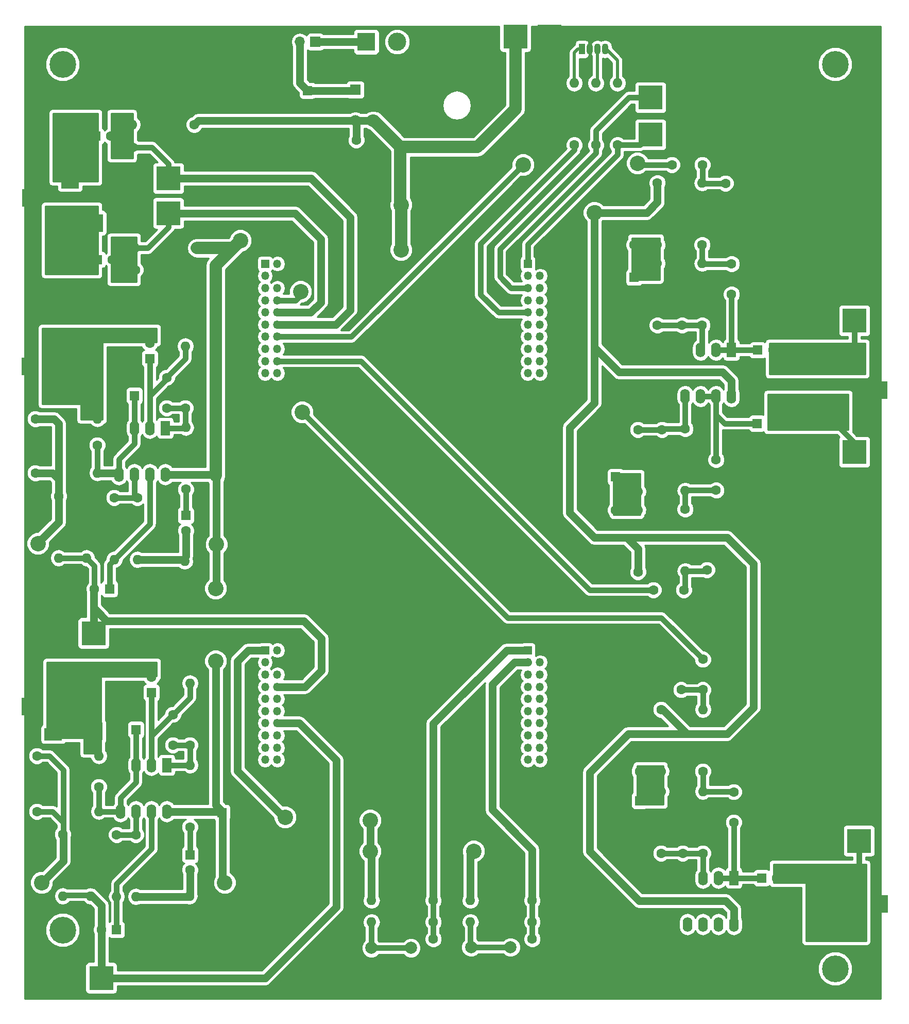
<source format=gbr>
G04 #@! TF.FileFunction,Copper,L2,Bot,Signal*
%FSLAX46Y46*%
G04 Gerber Fmt 4.6, Leading zero omitted, Abs format (unit mm)*
G04 Created by KiCad (PCBNEW 4.0.7-e2-6376~58~ubuntu16.04.1) date Mon Oct  9 13:29:50 2017*
%MOMM*%
%LPD*%
G01*
G04 APERTURE LIST*
%ADD10C,0.100000*%
%ADD11C,1.600000*%
%ADD12O,1.600000X1.600000*%
%ADD13R,1.600000X1.600000*%
%ADD14R,1.600000X2.400000*%
%ADD15O,1.600000X2.400000*%
%ADD16R,2.000000X3.000000*%
%ADD17R,3.000000X2.000000*%
%ADD18R,1.700000X1.700000*%
%ADD19O,1.700000X1.700000*%
%ADD20C,2.000000*%
%ADD21R,3.000000X3.000000*%
%ADD22C,3.000000*%
%ADD23R,1.800000X1.800000*%
%ADD24O,1.800000X1.800000*%
%ADD25R,4.000000X4.000000*%
%ADD26R,1.070000X1.800000*%
%ADD27O,1.070000X1.800000*%
%ADD28R,1.350000X1.350000*%
%ADD29O,1.350000X1.350000*%
%ADD30C,4.400000*%
%ADD31C,2.540000*%
%ADD32C,0.889000*%
%ADD33C,1.270000*%
%ADD34C,0.508000*%
%ADD35C,2.032000*%
%ADD36C,0.254000*%
G04 APERTURE END LIST*
D10*
D11*
X217779600Y-151968200D03*
D12*
X217779600Y-141808200D03*
D13*
X134975600Y-123012200D03*
D11*
X132475600Y-123012200D03*
X143357600Y-125044200D03*
D12*
X143357600Y-114884200D03*
D13*
X163449000Y-72898000D03*
D11*
X163449000Y-75398000D03*
D13*
X128625600Y-80403700D03*
D11*
X131125600Y-80403700D03*
D13*
X137515600Y-116916200D03*
D11*
X137515600Y-114416200D03*
X140309600Y-125044200D03*
X140309600Y-120044200D03*
D13*
X143433800Y-142722600D03*
D11*
X143433800Y-145222600D03*
D13*
X130911600Y-154762200D03*
D11*
X128411600Y-154762200D03*
D13*
X148336000Y-136144000D03*
D11*
X150836000Y-136144000D03*
X184124600Y-209499200D03*
D12*
X173964600Y-209499200D03*
D11*
X184124600Y-205943200D03*
D12*
X173964600Y-205943200D03*
D11*
X145262600Y-98755200D03*
D12*
X135102600Y-98755200D03*
D11*
X135128000Y-102362000D03*
D12*
X145288000Y-102362000D03*
D11*
X200380600Y-209499200D03*
D12*
X190220600Y-209499200D03*
D11*
X200380600Y-205943200D03*
D12*
X190220600Y-205943200D03*
D11*
X144818100Y-78498700D03*
D12*
X134658100Y-78498700D03*
D11*
X134721600Y-82245200D03*
D12*
X144881600Y-82245200D03*
D11*
X210845400Y-81838800D03*
D12*
X210845400Y-71678800D03*
D11*
X214401400Y-81838800D03*
D12*
X214401400Y-71678800D03*
D11*
X207289400Y-81838800D03*
D12*
X207289400Y-71678800D03*
D11*
X118719600Y-126822200D03*
D12*
X128879600Y-126822200D03*
D11*
X143433800Y-138404600D03*
D12*
X143433800Y-128244600D03*
D11*
X118719600Y-135712200D03*
D12*
X128879600Y-135712200D03*
D11*
X128879600Y-131140200D03*
D12*
X118719600Y-131140200D03*
D11*
X153416000Y-150241000D03*
D12*
X143256000Y-150241000D03*
D11*
X135483600Y-139776200D03*
D12*
X135483600Y-149936200D03*
D11*
X131673600Y-139776200D03*
D12*
X131673600Y-149936200D03*
D11*
X122529600Y-139522200D03*
D12*
X122529600Y-149682200D03*
D14*
X140055600Y-128346200D03*
D15*
X132435600Y-135966200D03*
X137515600Y-128346200D03*
X134975600Y-135966200D03*
X134975600Y-128346200D03*
X137515600Y-135966200D03*
X132435600Y-128346200D03*
X140055600Y-135966200D03*
D16*
X117513100Y-90563700D03*
D17*
X121713100Y-95163700D03*
X124413100Y-87963700D03*
X125413100Y-85363700D03*
D16*
X128813100Y-94663700D03*
X117449600Y-118186200D03*
D17*
X121649600Y-122786200D03*
X124349600Y-115586200D03*
X125349600Y-112986200D03*
D16*
X128749600Y-122286200D03*
D13*
X137769600Y-171780200D03*
D11*
X137769600Y-169280200D03*
X141325600Y-180416200D03*
X141325600Y-175416200D03*
D13*
X135229600Y-177876200D03*
D11*
X132729600Y-177876200D03*
D13*
X144119600Y-198450200D03*
D11*
X144119600Y-200950200D03*
D13*
X132054600Y-210769200D03*
D11*
X129554600Y-210769200D03*
D13*
X149352000Y-191516000D03*
D11*
X151852000Y-191516000D03*
D13*
X237464600Y-115519200D03*
D11*
X239964600Y-115519200D03*
D16*
X117449600Y-174066200D03*
D17*
X121649600Y-178666200D03*
X124349600Y-171466200D03*
X125349600Y-168866200D03*
D16*
X128749600Y-178166200D03*
D11*
X127101600Y-139522200D03*
D12*
X127101600Y-149682200D03*
D11*
X118973600Y-182194200D03*
D12*
X129133600Y-182194200D03*
D11*
X144119600Y-180416200D03*
D12*
X144119600Y-170256200D03*
D11*
X144119600Y-193878200D03*
D12*
X144119600Y-183718200D03*
D11*
X118973600Y-191338200D03*
D12*
X129133600Y-191338200D03*
D11*
X129133600Y-187274200D03*
D12*
X118973600Y-187274200D03*
D11*
X144018000Y-215392000D03*
D12*
X144018000Y-205232000D03*
D11*
X135229600Y-195148200D03*
D12*
X135229600Y-205308200D03*
D11*
X132054600Y-195148200D03*
D12*
X132054600Y-205308200D03*
D11*
X123190000Y-195072000D03*
D12*
X123190000Y-205232000D03*
D11*
X127762000Y-195072000D03*
D12*
X127762000Y-205232000D03*
D11*
X232156000Y-88138000D03*
D12*
X232156000Y-98298000D03*
D11*
X228320600Y-98247200D03*
D12*
X228320600Y-88087200D03*
D11*
X220954600Y-88087200D03*
D12*
X220954600Y-98247200D03*
D11*
X217144600Y-98247200D03*
D12*
X217144600Y-88087200D03*
D11*
X228320600Y-111455200D03*
D12*
X228320600Y-101295200D03*
D11*
X220954600Y-111455200D03*
D12*
X220954600Y-101295200D03*
D11*
X229108000Y-151638000D03*
D12*
X229108000Y-141478000D03*
D11*
X225526600Y-141681200D03*
D12*
X225526600Y-151841200D03*
D14*
X140309600Y-183718200D03*
D15*
X132689600Y-191338200D03*
X137769600Y-183718200D03*
X135229600Y-191338200D03*
X135229600Y-183718200D03*
X137769600Y-191338200D03*
X132689600Y-183718200D03*
X140309600Y-191338200D03*
D14*
X233146600Y-115519200D03*
D15*
X225526600Y-123139200D03*
X230606600Y-115519200D03*
X228066600Y-123139200D03*
X228066600Y-115519200D03*
X230606600Y-123139200D03*
X225526600Y-115519200D03*
X233146600Y-123139200D03*
D13*
X214096600Y-136347200D03*
D11*
X211596600Y-136347200D03*
X230606600Y-133553200D03*
X230606600Y-138553200D03*
X221716600Y-128600200D03*
X221716600Y-133600200D03*
D13*
X237337600Y-127584200D03*
D11*
X239837600Y-127584200D03*
X228447600Y-171335700D03*
X228447600Y-166335700D03*
D13*
X218033600Y-189560200D03*
D11*
X215533600Y-189560200D03*
X233527600Y-193116200D03*
X233527600Y-188116200D03*
X225145600Y-198196200D03*
X225145600Y-193196200D03*
D13*
X238099600Y-202260200D03*
D11*
X240599600Y-202260200D03*
D16*
X257810000Y-206502000D03*
D17*
X253610000Y-201902000D03*
X250910000Y-209102000D03*
X249910000Y-211702000D03*
D16*
X246510000Y-202402000D03*
X257784600Y-122123200D03*
D17*
X253584600Y-117523200D03*
X250884600Y-124723200D03*
X249884600Y-127323200D03*
D16*
X246484600Y-118023200D03*
D18*
X164719000Y-64897000D03*
D19*
X162179000Y-64897000D03*
D11*
X214096600Y-141808200D03*
D12*
X214096600Y-151968200D03*
D11*
X225526600Y-128473200D03*
D12*
X225526600Y-138633200D03*
D11*
X217779600Y-128600200D03*
D12*
X217779600Y-138760200D03*
D11*
X224891600Y-171335700D03*
D12*
X224891600Y-181495700D03*
D11*
X228447600Y-184734200D03*
D12*
X228447600Y-174574200D03*
D11*
X221589600Y-174574200D03*
D12*
X221589600Y-184734200D03*
D11*
X218033600Y-184734200D03*
D12*
X218033600Y-174574200D03*
D11*
X228447600Y-198196200D03*
D12*
X228447600Y-188036200D03*
D11*
X221589600Y-198196200D03*
D12*
X221589600Y-188036200D03*
D20*
X180441600Y-213762200D03*
X180441600Y-218262200D03*
X173941600Y-213762200D03*
X173941600Y-218262200D03*
X196824600Y-213635200D03*
X196824600Y-218135200D03*
X190324600Y-213635200D03*
X190324600Y-218135200D03*
D14*
X233527600Y-202260200D03*
D15*
X225907600Y-209880200D03*
X230987600Y-202260200D03*
X228447600Y-209880200D03*
X228447600Y-202260200D03*
X230987600Y-209880200D03*
X225907600Y-202260200D03*
X233527600Y-209880200D03*
D11*
X184124600Y-212293200D03*
X184124600Y-217293200D03*
D13*
X128879600Y-100660200D03*
D11*
X131379600Y-100660200D03*
X200380600Y-212293200D03*
X200380600Y-217293200D03*
X171450000Y-81026000D03*
X166450000Y-81026000D03*
X228346000Y-85090000D03*
X223346000Y-85090000D03*
D13*
X217144600Y-103581200D03*
D11*
X214644600Y-103581200D03*
X233146600Y-106375200D03*
X233146600Y-101375200D03*
X225018600Y-111455200D03*
X225018600Y-106455200D03*
X225298000Y-154940000D03*
X220298000Y-154940000D03*
D21*
X173101000Y-64897000D03*
D22*
X178181000Y-64897000D03*
X183261000Y-64897000D03*
D23*
X171323000Y-72771000D03*
D24*
X171323000Y-75311000D03*
X171323000Y-77851000D03*
D25*
X140563600Y-93040200D03*
X133578600Y-93040200D03*
X128270000Y-162052000D03*
X129540000Y-218694000D03*
X122428000Y-162052000D03*
X123444000Y-218694000D03*
X197612000Y-64008000D03*
X203200000Y-64008000D03*
X225323400Y-73964800D03*
X219837000Y-80137000D03*
X219837000Y-74041000D03*
X225323400Y-80060800D03*
X140563600Y-87325200D03*
X133578600Y-87325200D03*
X254127000Y-190500000D03*
X253339600Y-104978200D03*
X253339600Y-110693200D03*
X253339600Y-132283200D03*
X253339600Y-137998200D03*
X254101600Y-196164200D03*
D26*
X208559400Y-66090800D03*
D27*
X209829400Y-66090800D03*
X211099400Y-66090800D03*
X212369400Y-66090800D03*
D28*
X156464000Y-101346000D03*
D29*
X158464000Y-101346000D03*
X156464000Y-103346000D03*
X158464000Y-103346000D03*
X156464000Y-105346000D03*
X158464000Y-105346000D03*
X156464000Y-107346000D03*
X158464000Y-107346000D03*
X156464000Y-109346000D03*
X158464000Y-109346000D03*
X156464000Y-111346000D03*
X158464000Y-111346000D03*
X156464000Y-113346000D03*
X158464000Y-113346000D03*
X156464000Y-115346000D03*
X158464000Y-115346000D03*
X156464000Y-117346000D03*
X158464000Y-117346000D03*
X156464000Y-119346000D03*
X158464000Y-119346000D03*
D28*
X156464000Y-164846000D03*
D29*
X158464000Y-164846000D03*
X156464000Y-166846000D03*
X158464000Y-166846000D03*
X156464000Y-168846000D03*
X158464000Y-168846000D03*
X156464000Y-170846000D03*
X158464000Y-170846000D03*
X156464000Y-172846000D03*
X158464000Y-172846000D03*
X156464000Y-174846000D03*
X158464000Y-174846000D03*
X156464000Y-176846000D03*
X158464000Y-176846000D03*
X156464000Y-178846000D03*
X158464000Y-178846000D03*
X156464000Y-180846000D03*
X158464000Y-180846000D03*
X156464000Y-182846000D03*
X158464000Y-182846000D03*
D28*
X199644000Y-101346000D03*
D29*
X201644000Y-101346000D03*
X199644000Y-103346000D03*
X201644000Y-103346000D03*
X199644000Y-105346000D03*
X201644000Y-105346000D03*
X199644000Y-107346000D03*
X201644000Y-107346000D03*
X199644000Y-109346000D03*
X201644000Y-109346000D03*
X199644000Y-111346000D03*
X201644000Y-111346000D03*
X199644000Y-113346000D03*
X201644000Y-113346000D03*
X199644000Y-115346000D03*
X201644000Y-115346000D03*
X199644000Y-117346000D03*
X201644000Y-117346000D03*
X199644000Y-119346000D03*
X201644000Y-119346000D03*
D28*
X199644000Y-164846000D03*
D29*
X201644000Y-164846000D03*
X199644000Y-166846000D03*
X201644000Y-166846000D03*
X199644000Y-168846000D03*
X201644000Y-168846000D03*
X199644000Y-170846000D03*
X201644000Y-170846000D03*
X199644000Y-172846000D03*
X201644000Y-172846000D03*
X199644000Y-174846000D03*
X201644000Y-174846000D03*
X199644000Y-176846000D03*
X201644000Y-176846000D03*
X199644000Y-178846000D03*
X201644000Y-178846000D03*
X199644000Y-180846000D03*
X201644000Y-180846000D03*
X199644000Y-182846000D03*
X201644000Y-182846000D03*
D30*
X250190000Y-68580000D03*
X123190000Y-68580000D03*
X250190000Y-217170000D03*
X123190000Y-210820000D03*
D31*
X119126000Y-147320000D03*
X148463000Y-147447000D03*
X148336000Y-154686000D03*
X148336000Y-166624000D03*
X152400000Y-97536000D03*
X178816000Y-99060000D03*
X210566000Y-92964000D03*
X178816000Y-91694000D03*
X119735600Y-203022200D03*
X149834600Y-203022200D03*
X198882000Y-85090000D03*
X217678000Y-84836000D03*
X162560000Y-125730000D03*
X162306000Y-105918000D03*
X173736000Y-192786000D03*
X159766000Y-192278000D03*
X173736000Y-197866000D03*
X190754000Y-197866000D03*
D32*
X134975600Y-123012200D02*
X134975600Y-128346200D01*
D33*
X128879600Y-135712200D02*
X132181600Y-135712200D01*
X132181600Y-135712200D02*
X132435600Y-135966200D01*
D32*
X134975600Y-128346200D02*
X134975600Y-130886200D01*
X132435600Y-133426200D02*
X132435600Y-135966200D01*
X134975600Y-130886200D02*
X132435600Y-133426200D01*
X128879600Y-135712200D02*
X128879600Y-131140200D01*
D34*
X257810000Y-206502000D02*
X256667000Y-206502000D01*
X256667000Y-206502000D02*
X256540000Y-206629000D01*
X254127000Y-190500000D02*
X250190000Y-190500000D01*
X209829400Y-66090800D02*
X209829400Y-63652400D01*
X209829400Y-63652400D02*
X209677000Y-63500000D01*
D35*
X257784600Y-122123200D02*
X255320800Y-122123200D01*
X255320800Y-122123200D02*
X255270000Y-122174000D01*
D33*
X135483600Y-149936200D02*
X142849600Y-149936200D01*
D32*
X142849600Y-149936200D02*
X143357600Y-149428200D01*
D33*
X143433800Y-145222600D02*
X143433800Y-149352000D01*
D32*
X143433800Y-149352000D02*
X143357600Y-149428200D01*
D33*
X122529600Y-139522200D02*
X122529600Y-143789400D01*
X122529600Y-143789400D02*
X119126000Y-147193000D01*
X119126000Y-147193000D02*
X119126000Y-147320000D01*
X148463000Y-147447000D02*
X148437600Y-147472400D01*
X148437600Y-147472400D02*
X148437600Y-147574000D01*
X171450000Y-81026000D02*
X171450000Y-77978000D01*
X171450000Y-77978000D02*
X171323000Y-77851000D01*
D35*
X174117000Y-77851000D02*
X174371000Y-77851000D01*
X174371000Y-77851000D02*
X178689000Y-82169000D01*
D33*
X171323000Y-77851000D02*
X174117000Y-77851000D01*
X174117000Y-77851000D02*
X174117000Y-78105000D01*
X171323000Y-77851000D02*
X145465800Y-77851000D01*
X145465800Y-77851000D02*
X144818100Y-78498700D01*
X148437600Y-147574000D02*
X148437600Y-154584400D01*
X148437600Y-154584400D02*
X148336000Y-154686000D01*
X148437600Y-135966200D02*
X148437600Y-147574000D01*
X149352000Y-191262000D02*
X148336000Y-190246000D01*
X148336000Y-190246000D02*
X148336000Y-166624000D01*
X233527600Y-209880200D02*
X233527600Y-207365600D01*
X216154000Y-178562000D02*
X225806000Y-178562000D01*
X209804000Y-184912000D02*
X216154000Y-178562000D01*
X209804000Y-197866000D02*
X209804000Y-184912000D01*
X217932000Y-205994000D02*
X209804000Y-197866000D01*
X232156000Y-205994000D02*
X217932000Y-205994000D01*
X233527600Y-207365600D02*
X232156000Y-205994000D01*
X233146600Y-123139200D02*
X233146600Y-120624600D01*
X214630000Y-119126000D02*
X210566000Y-115062000D01*
X231648000Y-119126000D02*
X214630000Y-119126000D01*
X233146600Y-120624600D02*
X231648000Y-119126000D01*
X221589600Y-174574200D02*
X221818200Y-174574200D01*
X221818200Y-174574200D02*
X225806000Y-178562000D01*
X225806000Y-178562000D02*
X232410000Y-178562000D01*
X232410000Y-178562000D02*
X236728000Y-174244000D01*
X236728000Y-174244000D02*
X236728000Y-172720000D01*
X236728000Y-172720000D02*
X236728000Y-150622000D01*
X236728000Y-150622000D02*
X232410000Y-146304000D01*
X232410000Y-146304000D02*
X215900000Y-146304000D01*
X210566000Y-92964000D02*
X210566000Y-115062000D01*
X210566000Y-115062000D02*
X210566000Y-124206000D01*
X217779600Y-148183600D02*
X217779600Y-151968200D01*
X215900000Y-146304000D02*
X217779600Y-148183600D01*
X210566000Y-146304000D02*
X215900000Y-146304000D01*
X206502000Y-142240000D02*
X210566000Y-146304000D01*
X206502000Y-128270000D02*
X206502000Y-142240000D01*
X210566000Y-124206000D02*
X206502000Y-128270000D01*
X149352000Y-191516000D02*
X149352000Y-191262000D01*
D35*
X148336000Y-136144000D02*
X148336000Y-101600000D01*
X148336000Y-101600000D02*
X152400000Y-97536000D01*
X178816000Y-91694000D02*
X178816000Y-99060000D01*
X151180800Y-98755200D02*
X145262600Y-98755200D01*
X152400000Y-97536000D02*
X151180800Y-98755200D01*
D33*
X210566000Y-92964000D02*
X219202000Y-92964000D01*
X220954600Y-91211400D02*
X220954600Y-88087200D01*
X219202000Y-92964000D02*
X220954600Y-91211400D01*
D35*
X178689000Y-82169000D02*
X178689000Y-91567000D01*
X210566000Y-92964000D02*
X210820000Y-92710000D01*
X178689000Y-91567000D02*
X178816000Y-91694000D01*
X178689000Y-82169000D02*
X191389000Y-82169000D01*
X197612000Y-75946000D02*
X197612000Y-64008000D01*
X191389000Y-82169000D02*
X197612000Y-75946000D01*
D33*
X149453600Y-191338200D02*
X149453600Y-202514200D01*
X123291600Y-199466200D02*
X123291600Y-194894200D01*
X119735600Y-203022200D02*
X123291600Y-199466200D01*
X149834600Y-202895200D02*
X149834600Y-203022200D01*
X149453600Y-202514200D02*
X149834600Y-202895200D01*
X149453600Y-191338200D02*
X140309600Y-191338200D01*
D32*
X118973600Y-191338200D02*
X121513600Y-191338200D01*
X121513600Y-191338200D02*
X123291600Y-193116200D01*
X118973600Y-182194200D02*
X121005600Y-182194200D01*
X123291600Y-184480200D02*
X123291600Y-193116200D01*
X123291600Y-193116200D02*
X123291600Y-194894200D01*
X121005600Y-182194200D02*
X123291600Y-184480200D01*
D33*
X118719600Y-135712200D02*
X121513600Y-135712200D01*
X121513600Y-135712200D02*
X122529600Y-136728200D01*
X118719600Y-126822200D02*
X121767600Y-126822200D01*
X122529600Y-127584200D02*
X122529600Y-136728200D01*
X122529600Y-136728200D02*
X122529600Y-139522200D01*
X121767600Y-126822200D02*
X122529600Y-127584200D01*
X148437600Y-135966200D02*
X140055600Y-135966200D01*
D32*
X140309600Y-120044200D02*
X140309600Y-119964200D01*
X140309600Y-119964200D02*
X143357600Y-116916200D01*
X143357600Y-116916200D02*
X143357600Y-114884200D01*
X140309600Y-120044200D02*
X140309600Y-120218200D01*
X140309600Y-120218200D02*
X137515600Y-123012200D01*
X137515600Y-116916200D02*
X137515600Y-123012200D01*
X137515600Y-123012200D02*
X137515600Y-128346200D01*
X143357600Y-125044200D02*
X143357600Y-128168400D01*
X143357600Y-128168400D02*
X143433800Y-128244600D01*
X140309600Y-125044200D02*
X143357600Y-125044200D01*
X143103600Y-125298200D02*
X143357600Y-125044200D01*
X140055600Y-128346200D02*
X143332200Y-128346200D01*
X143332200Y-128346200D02*
X143433800Y-128244600D01*
X139852400Y-128143000D02*
X140055600Y-128346200D01*
X129133600Y-187274200D02*
X129133600Y-191338200D01*
X129133600Y-191338200D02*
X132689600Y-191338200D01*
X132689600Y-191338200D02*
X132689600Y-189052200D01*
X132689600Y-189052200D02*
X135229600Y-186512200D01*
X135229600Y-186512200D02*
X135229600Y-183718200D01*
X135229600Y-177876200D02*
X135229600Y-183718200D01*
X143433800Y-142722600D02*
X143433800Y-138404600D01*
D33*
X144119600Y-205308200D02*
X135229600Y-205308200D01*
X144119600Y-200950200D02*
X144119600Y-205308200D01*
D32*
X131673600Y-149936200D02*
X130911600Y-150698200D01*
X130911600Y-150698200D02*
X130911600Y-154762200D01*
X137515600Y-135966200D02*
X137515600Y-144094200D01*
X137515600Y-144094200D02*
X131673600Y-149936200D01*
X125349600Y-112986200D02*
X136085600Y-112986200D01*
X136085600Y-112986200D02*
X137515600Y-114416200D01*
X128749600Y-122286200D02*
X128749600Y-119986200D01*
X128749600Y-119986200D02*
X124349600Y-115586200D01*
X121649600Y-122786200D02*
X128249600Y-122786200D01*
X128249600Y-122786200D02*
X128749600Y-122286200D01*
X128879600Y-126822200D02*
X128879600Y-122416200D01*
X128879600Y-122416200D02*
X128749600Y-122286200D01*
X128249600Y-122786200D02*
X128749600Y-122286200D01*
X124349600Y-115586200D02*
X124349600Y-113986200D01*
X124349600Y-113986200D02*
X125349600Y-112986200D01*
X158464000Y-113346000D02*
X170626000Y-113346000D01*
X170626000Y-113346000D02*
X188722000Y-95250000D01*
X217932000Y-85090000D02*
X223346000Y-85090000D01*
X188722000Y-95250000D02*
X198882000Y-85090000D01*
X217678000Y-84836000D02*
X217932000Y-85090000D01*
X129133600Y-182194200D02*
X129133600Y-178550200D01*
X129133600Y-178550200D02*
X128749600Y-178166200D01*
X125349600Y-168866200D02*
X137609600Y-168866200D01*
X137609600Y-168866200D02*
X137769600Y-169280200D01*
X124349600Y-171466200D02*
X124349600Y-169866200D01*
X124349600Y-169866200D02*
X125349600Y-168866200D01*
X121649600Y-178666200D02*
X121649600Y-174166200D01*
X121649600Y-174166200D02*
X124349600Y-171466200D01*
X128749600Y-178166200D02*
X122149600Y-178166200D01*
X122149600Y-178166200D02*
X121649600Y-178666200D01*
X158464000Y-117346000D02*
X172210000Y-117346000D01*
X209804000Y-154940000D02*
X220298000Y-154940000D01*
X172210000Y-117346000D02*
X209804000Y-154940000D01*
X141325600Y-175416200D02*
X141245600Y-175416200D01*
X141245600Y-175416200D02*
X137769600Y-178892200D01*
X144119600Y-170256200D02*
X144119600Y-172622200D01*
X144119600Y-172622200D02*
X141325600Y-175416200D01*
X137769600Y-171780200D02*
X137769600Y-178892200D01*
X137769600Y-178892200D02*
X137769600Y-183718200D01*
X140309600Y-183718200D02*
X144119600Y-183718200D01*
X144119600Y-183718200D02*
X144119600Y-180416200D01*
X144119600Y-180416200D02*
X141325600Y-180416200D01*
X144119600Y-193878200D02*
X144119600Y-198450200D01*
X132054600Y-205308200D02*
X132054600Y-203225400D01*
X137769600Y-197510400D02*
X137769600Y-191338200D01*
X132054600Y-203225400D02*
X137769600Y-197510400D01*
X132054600Y-210769200D02*
X132054600Y-205308200D01*
D33*
X134874000Y-160020000D02*
X130429000Y-160020000D01*
X130429000Y-160020000D02*
X128270000Y-157861000D01*
X165735000Y-168021000D02*
X165735000Y-168148000D01*
X165735000Y-168148000D02*
X163037000Y-170846000D01*
X163037000Y-170846000D02*
X158464000Y-170846000D01*
X134874000Y-160020000D02*
X162814000Y-160020000D01*
X165735000Y-162941000D02*
X165735000Y-168021000D01*
X162814000Y-160020000D02*
X165735000Y-162941000D01*
D32*
X158464000Y-170846000D02*
X163037000Y-170846000D01*
X163037000Y-170846000D02*
X165735000Y-168148000D01*
D33*
X128270000Y-162052000D02*
X128270000Y-157861000D01*
X128270000Y-157861000D02*
X128270000Y-154903800D01*
X128270000Y-154903800D02*
X128411600Y-154762200D01*
D32*
X122529600Y-149682200D02*
X127101600Y-149682200D01*
X127101600Y-149682200D02*
X128411600Y-150992200D01*
X128411600Y-150992200D02*
X128411600Y-154762200D01*
X228346000Y-85090000D02*
X228346000Y-88061800D01*
X228346000Y-88061800D02*
X228422200Y-88138000D01*
X228422200Y-88138000D02*
X232156000Y-88138000D01*
X217144600Y-103581200D02*
X217144600Y-98247200D01*
X217144600Y-98247200D02*
X220954600Y-98247200D01*
X220954600Y-101295200D02*
X220954600Y-98247200D01*
D33*
X129540000Y-218694000D02*
X156464000Y-218694000D01*
X162114000Y-176846000D02*
X158464000Y-176846000D01*
X168148000Y-182880000D02*
X162114000Y-176846000D01*
X168148000Y-207010000D02*
X168148000Y-182880000D01*
X156464000Y-218694000D02*
X168148000Y-207010000D01*
X129540000Y-218694000D02*
X129540000Y-210783800D01*
X129540000Y-210783800D02*
X129554600Y-210769200D01*
X129554600Y-210769200D02*
X129554600Y-206745200D01*
X129554600Y-206745200D02*
X127863600Y-205054200D01*
D32*
X127863600Y-205054200D02*
X123291600Y-205054200D01*
D33*
X184124600Y-205943200D02*
X184124600Y-176885600D01*
X196164200Y-164846000D02*
X199644000Y-164846000D01*
X184124600Y-176885600D02*
X196164200Y-164846000D01*
D32*
X184124600Y-212293200D02*
X184124600Y-209499200D01*
X184124600Y-209499200D02*
X184124600Y-205943200D01*
X131125600Y-80403700D02*
X132880100Y-80403700D01*
X132880100Y-80403700D02*
X134721600Y-82245200D01*
D33*
X140563600Y-87325200D02*
X164033200Y-87325200D01*
X168054000Y-111346000D02*
X158464000Y-111346000D01*
X170434000Y-108966000D02*
X168054000Y-111346000D01*
X170434000Y-93726000D02*
X170434000Y-108966000D01*
X164033200Y-87325200D02*
X170434000Y-93726000D01*
D32*
X134721600Y-82245200D02*
X137871200Y-82245200D01*
X140563600Y-84937600D02*
X140563600Y-87325200D01*
X137871200Y-82245200D02*
X140563600Y-84937600D01*
D33*
X163449000Y-72898000D02*
X171196000Y-72898000D01*
X171196000Y-72898000D02*
X171323000Y-72771000D01*
X162179000Y-64897000D02*
X162179000Y-71628000D01*
X162179000Y-71628000D02*
X163449000Y-72898000D01*
X171196000Y-72898000D02*
X171323000Y-72771000D01*
X200380600Y-205943200D02*
X200380600Y-197612000D01*
X197466200Y-166846000D02*
X199644000Y-166846000D01*
X193827400Y-170484800D02*
X197466200Y-166846000D01*
X193827400Y-191058800D02*
X193827400Y-170484800D01*
X200380600Y-197612000D02*
X193827400Y-191058800D01*
D32*
X200380600Y-212293200D02*
X200380600Y-209499200D01*
X200380600Y-209499200D02*
X200380600Y-205943200D01*
X124413100Y-87963700D02*
X124413100Y-86363700D01*
X124413100Y-86363700D02*
X125413100Y-85363700D01*
X230606600Y-115519200D02*
X233146600Y-115519200D01*
X233146600Y-115519200D02*
X237464600Y-115519200D01*
X233146600Y-106375200D02*
X233146600Y-115519200D01*
X228320600Y-98247200D02*
X228320600Y-101295200D01*
X228320600Y-101295200D02*
X228400600Y-101375200D01*
X228400600Y-101375200D02*
X233146600Y-101375200D01*
X225018600Y-111455200D02*
X220954600Y-111455200D01*
X228320600Y-111455200D02*
X225018600Y-111455200D01*
X228320600Y-111455200D02*
X228320600Y-115265200D01*
X228320600Y-115265200D02*
X228066600Y-115519200D01*
X253339600Y-110693200D02*
X253339600Y-117278200D01*
X253339600Y-117278200D02*
X253584600Y-117523200D01*
X225526600Y-151841200D02*
X228904800Y-151841200D01*
X228904800Y-151841200D02*
X229108000Y-151638000D01*
X225526600Y-151841200D02*
X225526600Y-155016200D01*
X217779600Y-138760200D02*
X217779600Y-141808200D01*
X217779600Y-141808200D02*
X214096600Y-141808200D01*
X214096600Y-141808200D02*
X214096600Y-136347200D01*
X230606600Y-133553200D02*
X230606600Y-126187200D01*
X228066600Y-123139200D02*
X230606600Y-123139200D01*
X237337600Y-127584200D02*
X232003600Y-127584200D01*
X230606600Y-126187200D02*
X230606600Y-123139200D01*
X232003600Y-127584200D02*
X230606600Y-126187200D01*
X230606600Y-138553200D02*
X225606600Y-138553200D01*
X225606600Y-138553200D02*
X225526600Y-138633200D01*
X225526600Y-138633200D02*
X225526600Y-141681200D01*
X225526600Y-128473200D02*
X221843600Y-128473200D01*
X221843600Y-128473200D02*
X221716600Y-128600200D01*
X221716600Y-128600200D02*
X217779600Y-128600200D01*
X225526600Y-128473200D02*
X225526600Y-123139200D01*
X253339600Y-132283200D02*
X253339600Y-130778200D01*
X253339600Y-130778200D02*
X249884600Y-127323200D01*
X228447600Y-171335700D02*
X224891600Y-171335700D01*
X228447600Y-171335700D02*
X228447600Y-174574200D01*
X158464000Y-107346000D02*
X161448000Y-107346000D01*
X221623900Y-159512000D02*
X228447600Y-166335700D01*
X196342000Y-159512000D02*
X221623900Y-159512000D01*
X162560000Y-125730000D02*
X196342000Y-159512000D01*
X162306000Y-106488000D02*
X162306000Y-105918000D01*
X161448000Y-107346000D02*
X162306000Y-106488000D01*
X218033600Y-184734200D02*
X218033600Y-189560200D01*
X221589600Y-184734200D02*
X218033600Y-184734200D01*
X221589600Y-188036200D02*
X221589600Y-184734200D01*
X233527600Y-202260200D02*
X238099600Y-202260200D01*
X233527600Y-202260200D02*
X230987600Y-202260200D01*
X233527600Y-193116200D02*
X233527600Y-202260200D01*
X228447600Y-188036200D02*
X233447600Y-188036200D01*
X233447600Y-188036200D02*
X233527600Y-188116200D01*
X228447600Y-184734200D02*
X228447600Y-188036200D01*
X225145600Y-198196200D02*
X221589600Y-198196200D01*
X228447600Y-198196200D02*
X225145600Y-198196200D01*
X228447600Y-202260200D02*
X228447600Y-198196200D01*
X254101600Y-196164200D02*
X254101600Y-201606200D01*
X254101600Y-201606200D02*
X254219600Y-201724200D01*
D33*
X156464000Y-164846000D02*
X153670000Y-164846000D01*
X173736000Y-192786000D02*
X173736000Y-197866000D01*
X159766000Y-192532000D02*
X159766000Y-192278000D01*
X151892000Y-184658000D02*
X159766000Y-192532000D01*
X151892000Y-166624000D02*
X151892000Y-184658000D01*
X153670000Y-164846000D02*
X151892000Y-166624000D01*
X190220600Y-205943200D02*
X190220600Y-198399400D01*
X173964600Y-198094600D02*
X173964600Y-205943200D01*
X173736000Y-197866000D02*
X173964600Y-198094600D01*
X190220600Y-198399400D02*
X190754000Y-197866000D01*
D32*
X210845400Y-81838800D02*
X210845400Y-83159600D01*
X196913000Y-105346000D02*
X199644000Y-105346000D01*
X195072000Y-103505000D02*
X196913000Y-105346000D01*
X195072000Y-98933000D02*
X195072000Y-103505000D01*
X210845400Y-83159600D02*
X195072000Y-98933000D01*
X210845400Y-81838800D02*
X210845400Y-79476600D01*
X216281000Y-74041000D02*
X219837000Y-74041000D01*
X210845400Y-79476600D02*
X216281000Y-74041000D01*
X207289400Y-81838800D02*
X207289400Y-82651600D01*
X194817000Y-109346000D02*
X199644000Y-109346000D01*
X191897000Y-106426000D02*
X194817000Y-109346000D01*
X191897000Y-98044000D02*
X191897000Y-106426000D01*
X207289400Y-82651600D02*
X191897000Y-98044000D01*
D33*
X173101000Y-64897000D02*
X164719000Y-64897000D01*
D32*
X180441600Y-213762200D02*
X173941600Y-213762200D01*
X173941600Y-213762200D02*
X173941600Y-209522200D01*
X173941600Y-209522200D02*
X173964600Y-209499200D01*
X196824600Y-213635200D02*
X190324600Y-213635200D01*
X190324600Y-213635200D02*
X190220600Y-213531200D01*
X190220600Y-213531200D02*
X190220600Y-209499200D01*
X131673600Y-139776200D02*
X135483600Y-139776200D01*
X135483600Y-139776200D02*
X135229600Y-139776200D01*
X135229600Y-139776200D02*
X134975600Y-139522200D01*
X134975600Y-139522200D02*
X134975600Y-135966200D01*
X132054600Y-195148200D02*
X135229600Y-195148200D01*
X135229600Y-195148200D02*
X135229600Y-191338200D01*
D34*
X208559400Y-66090800D02*
X207848200Y-66090800D01*
X207848200Y-66090800D02*
X207289400Y-66649600D01*
X207289400Y-66649600D02*
X207289400Y-71678800D01*
X211099400Y-66090800D02*
X211099400Y-71424800D01*
X211099400Y-71424800D02*
X210845400Y-71678800D01*
X212369400Y-66090800D02*
X212521800Y-66090800D01*
X212521800Y-66090800D02*
X214401400Y-67970400D01*
X214401400Y-67970400D02*
X214401400Y-71678800D01*
D33*
X140563600Y-93040200D02*
X161366200Y-93040200D01*
X163958000Y-109346000D02*
X158464000Y-109346000D01*
X165608000Y-107696000D02*
X163958000Y-109346000D01*
X165608000Y-97282000D02*
X165608000Y-107696000D01*
X161366200Y-93040200D02*
X165608000Y-97282000D01*
D32*
X135102600Y-98755200D02*
X137210800Y-98755200D01*
X140563600Y-95402400D02*
X140563600Y-93040200D01*
X137210800Y-98755200D02*
X140563600Y-95402400D01*
X214401400Y-81838800D02*
X214401400Y-83413600D01*
X199644000Y-98171000D02*
X199644000Y-101346000D01*
X214401400Y-83413600D02*
X199644000Y-98171000D01*
X214401400Y-81838800D02*
X218135200Y-81838800D01*
X218135200Y-81838800D02*
X219837000Y-80137000D01*
D36*
G36*
X138658600Y-114249200D02*
X129895600Y-114249200D01*
X129846190Y-114259206D01*
X129804565Y-114287647D01*
X129777285Y-114330041D01*
X129768600Y-114376200D01*
X129768600Y-126949200D01*
X126212600Y-126949200D01*
X126212600Y-124536200D01*
X126202594Y-124486790D01*
X126174153Y-124445165D01*
X126131759Y-124417885D01*
X126085600Y-124409200D01*
X119862600Y-124409200D01*
X119862600Y-111963200D01*
X138658600Y-111963200D01*
X138658600Y-114249200D01*
X138658600Y-114249200D01*
G37*
X138658600Y-114249200D02*
X129895600Y-114249200D01*
X129846190Y-114259206D01*
X129804565Y-114287647D01*
X129777285Y-114330041D01*
X129768600Y-114376200D01*
X129768600Y-126949200D01*
X126212600Y-126949200D01*
X126212600Y-124536200D01*
X126202594Y-124486790D01*
X126174153Y-124445165D01*
X126131759Y-124417885D01*
X126085600Y-124409200D01*
X119862600Y-124409200D01*
X119862600Y-111963200D01*
X138658600Y-111963200D01*
X138658600Y-114249200D01*
G36*
X138658600Y-169113200D02*
X129641600Y-169113200D01*
X129592190Y-169123206D01*
X129550565Y-169151647D01*
X129523285Y-169194041D01*
X129514600Y-169240200D01*
X129514600Y-181813200D01*
X126720600Y-181813200D01*
X126720600Y-179400200D01*
X126710594Y-179350790D01*
X126682153Y-179309165D01*
X126639759Y-179281885D01*
X126593600Y-179273200D01*
X120624600Y-179273200D01*
X120624600Y-166827200D01*
X138658600Y-166827200D01*
X138658600Y-169113200D01*
X138658600Y-169113200D01*
G37*
X138658600Y-169113200D02*
X129641600Y-169113200D01*
X129592190Y-169123206D01*
X129550565Y-169151647D01*
X129523285Y-169194041D01*
X129514600Y-169240200D01*
X129514600Y-181813200D01*
X126720600Y-181813200D01*
X126720600Y-179400200D01*
X126710594Y-179350790D01*
X126682153Y-179309165D01*
X126639759Y-179281885D01*
X126593600Y-179273200D01*
X120624600Y-179273200D01*
X120624600Y-166827200D01*
X138658600Y-166827200D01*
X138658600Y-169113200D01*
G36*
X129006600Y-103073200D02*
X120370600Y-103073200D01*
X120370600Y-91897200D01*
X129006600Y-91897200D01*
X129006600Y-103073200D01*
X129006600Y-103073200D01*
G37*
X129006600Y-103073200D02*
X120370600Y-103073200D01*
X120370600Y-91897200D01*
X129006600Y-91897200D01*
X129006600Y-103073200D01*
G36*
X134721600Y-84023200D02*
X131165600Y-84023200D01*
X131165600Y-76657200D01*
X134721600Y-76657200D01*
X134721600Y-84023200D01*
X134721600Y-84023200D01*
G37*
X134721600Y-84023200D02*
X131165600Y-84023200D01*
X131165600Y-76657200D01*
X134721600Y-76657200D01*
X134721600Y-84023200D01*
G36*
X135356600Y-104343200D02*
X131165600Y-104343200D01*
X131165600Y-96977200D01*
X135356600Y-96977200D01*
X135356600Y-104343200D01*
X135356600Y-104343200D01*
G37*
X135356600Y-104343200D02*
X131165600Y-104343200D01*
X131165600Y-96977200D01*
X135356600Y-96977200D01*
X135356600Y-104343200D01*
G36*
X221335600Y-103962200D02*
X216763600Y-103962200D01*
X216763600Y-97104200D01*
X221335600Y-97104200D01*
X221335600Y-103962200D01*
X221335600Y-103962200D01*
G37*
X221335600Y-103962200D02*
X216763600Y-103962200D01*
X216763600Y-97104200D01*
X221335600Y-97104200D01*
X221335600Y-103962200D01*
G36*
X218160600Y-142570200D02*
X213715600Y-142570200D01*
X213715600Y-135839200D01*
X218160600Y-135839200D01*
X218160600Y-142570200D01*
X218160600Y-142570200D01*
G37*
X218160600Y-142570200D02*
X213715600Y-142570200D01*
X213715600Y-135839200D01*
X218160600Y-135839200D01*
X218160600Y-142570200D01*
G36*
X221970600Y-190195200D02*
X217652600Y-190195200D01*
X217652600Y-183845200D01*
X221970600Y-183845200D01*
X221970600Y-190195200D01*
X221970600Y-190195200D01*
G37*
X221970600Y-190195200D02*
X217652600Y-190195200D01*
X217652600Y-183845200D01*
X221970600Y-183845200D01*
X221970600Y-190195200D01*
G36*
X255143000Y-119507000D02*
X239395000Y-119507000D01*
X239395000Y-114427000D01*
X255143000Y-114427000D01*
X255143000Y-119507000D01*
X255143000Y-119507000D01*
G37*
X255143000Y-119507000D02*
X239395000Y-119507000D01*
X239395000Y-114427000D01*
X255143000Y-114427000D01*
X255143000Y-119507000D01*
G36*
X252349000Y-128651000D02*
X239141000Y-128651000D01*
X239141000Y-122809000D01*
X252349000Y-122809000D01*
X252349000Y-128651000D01*
X252349000Y-128651000D01*
G37*
X252349000Y-128651000D02*
X239141000Y-128651000D01*
X239141000Y-122809000D01*
X252349000Y-122809000D01*
X252349000Y-128651000D01*
G36*
X194964560Y-66008000D02*
X195008838Y-66243317D01*
X195147910Y-66459441D01*
X195360110Y-66604431D01*
X195612000Y-66655440D01*
X195961000Y-66655440D01*
X195961000Y-75262134D01*
X190705134Y-80518000D01*
X179372866Y-80518000D01*
X175538433Y-76683567D01*
X175002811Y-76325675D01*
X174371000Y-76200000D01*
X174117000Y-76200000D01*
X173485190Y-76325675D01*
X173103069Y-76581000D01*
X172177155Y-76581000D01*
X171910419Y-76402773D01*
X171323000Y-76285928D01*
X170735581Y-76402773D01*
X170468845Y-76581000D01*
X145465800Y-76581000D01*
X144979792Y-76677673D01*
X144567774Y-76952974D01*
X144403347Y-77117401D01*
X144006300Y-77281457D01*
X143602276Y-77684777D01*
X143383350Y-78212009D01*
X143382852Y-78782887D01*
X143600857Y-79310500D01*
X144004177Y-79714524D01*
X144531409Y-79933450D01*
X145102287Y-79933948D01*
X145629900Y-79715943D01*
X146033924Y-79312623D01*
X146113493Y-79121000D01*
X170180000Y-79121000D01*
X170180000Y-80342547D01*
X170015250Y-80739309D01*
X170014752Y-81310187D01*
X170232757Y-81837800D01*
X170636077Y-82241824D01*
X171163309Y-82460750D01*
X171734187Y-82461248D01*
X172261800Y-82243243D01*
X172665824Y-81839923D01*
X172884750Y-81312691D01*
X172885248Y-80741813D01*
X172720000Y-80341882D01*
X172720000Y-79121000D01*
X173103069Y-79121000D01*
X173485190Y-79376325D01*
X173580397Y-79395263D01*
X177038000Y-82852866D01*
X177038000Y-91008358D01*
X176911332Y-91313410D01*
X176910670Y-92071265D01*
X177165000Y-92686791D01*
X177165000Y-98068507D01*
X176911332Y-98679410D01*
X176910670Y-99437265D01*
X177200078Y-100137686D01*
X177735495Y-100674039D01*
X178435410Y-100964668D01*
X179193265Y-100965330D01*
X179893686Y-100675922D01*
X180430039Y-100140505D01*
X180720668Y-99440590D01*
X180721330Y-98682735D01*
X180467000Y-98067209D01*
X180467000Y-92685493D01*
X180720668Y-92074590D01*
X180721330Y-91316735D01*
X180431922Y-90616314D01*
X180340000Y-90524231D01*
X180340000Y-83820000D01*
X191389000Y-83820000D01*
X192020811Y-83694325D01*
X192556433Y-83336433D01*
X198779433Y-77113433D01*
X199137325Y-76577811D01*
X199263000Y-75946000D01*
X199263000Y-71650687D01*
X205854400Y-71650687D01*
X205854400Y-71706913D01*
X205963633Y-72256064D01*
X206274702Y-72721611D01*
X206740249Y-73032680D01*
X207289400Y-73141913D01*
X207838551Y-73032680D01*
X208304098Y-72721611D01*
X208615167Y-72256064D01*
X208724400Y-71706913D01*
X208724400Y-71650687D01*
X209410400Y-71650687D01*
X209410400Y-71706913D01*
X209519633Y-72256064D01*
X209830702Y-72721611D01*
X210296249Y-73032680D01*
X210845400Y-73141913D01*
X211394551Y-73032680D01*
X211860098Y-72721611D01*
X212171167Y-72256064D01*
X212280400Y-71706913D01*
X212280400Y-71650687D01*
X212171167Y-71101536D01*
X211988400Y-70828006D01*
X211988400Y-67580086D01*
X212369400Y-67655872D01*
X212753278Y-67579514D01*
X213512400Y-68338636D01*
X213512400Y-70552000D01*
X213386702Y-70635989D01*
X213075633Y-71101536D01*
X212966400Y-71650687D01*
X212966400Y-71706913D01*
X213075633Y-72256064D01*
X213386702Y-72721611D01*
X213852249Y-73032680D01*
X214401400Y-73141913D01*
X214950551Y-73032680D01*
X215416098Y-72721611D01*
X215727167Y-72256064D01*
X215836400Y-71706913D01*
X215836400Y-71650687D01*
X215727167Y-71101536D01*
X215416098Y-70635989D01*
X215290400Y-70552000D01*
X215290400Y-69141442D01*
X247354509Y-69141442D01*
X247785202Y-70183801D01*
X248582005Y-70981995D01*
X249623610Y-71414507D01*
X250751442Y-71415491D01*
X251793801Y-70984798D01*
X252591995Y-70187995D01*
X253024507Y-69146390D01*
X253025491Y-68018558D01*
X252594798Y-66976199D01*
X251797995Y-66178005D01*
X250756390Y-65745493D01*
X249628558Y-65744509D01*
X248586199Y-66175202D01*
X247788005Y-66972005D01*
X247355493Y-68013610D01*
X247354509Y-69141442D01*
X215290400Y-69141442D01*
X215290400Y-67970400D01*
X215222729Y-67630194D01*
X215030018Y-67341782D01*
X213539400Y-65851164D01*
X213539400Y-65695728D01*
X213450339Y-65247988D01*
X213196715Y-64868413D01*
X212817140Y-64614789D01*
X212369400Y-64525728D01*
X211921660Y-64614789D01*
X211734400Y-64739912D01*
X211547140Y-64614789D01*
X211099400Y-64525728D01*
X210651660Y-64614789D01*
X210272085Y-64868413D01*
X210018461Y-65247988D01*
X209929400Y-65695728D01*
X209929400Y-66485872D01*
X210018461Y-66933612D01*
X210210400Y-67220869D01*
X210210400Y-70382283D01*
X209830702Y-70635989D01*
X209519633Y-71101536D01*
X209410400Y-71650687D01*
X208724400Y-71650687D01*
X208615167Y-71101536D01*
X208304098Y-70635989D01*
X208178400Y-70552000D01*
X208178400Y-67638240D01*
X209094400Y-67638240D01*
X209329717Y-67593962D01*
X209545841Y-67454890D01*
X209690831Y-67242690D01*
X209741840Y-66990800D01*
X209741840Y-65190800D01*
X209697562Y-64955483D01*
X209558490Y-64739359D01*
X209346290Y-64594369D01*
X209094400Y-64543360D01*
X208024400Y-64543360D01*
X207789083Y-64587638D01*
X207572959Y-64726710D01*
X207427969Y-64938910D01*
X207376960Y-65190800D01*
X207376960Y-65357025D01*
X207219582Y-65462182D01*
X206660782Y-66020982D01*
X206468071Y-66309394D01*
X206400400Y-66649600D01*
X206400400Y-70552000D01*
X206274702Y-70635989D01*
X205963633Y-71101536D01*
X205854400Y-71650687D01*
X199263000Y-71650687D01*
X199263000Y-66655440D01*
X199612000Y-66655440D01*
X199847317Y-66611162D01*
X200063441Y-66472090D01*
X200208431Y-66259890D01*
X200259440Y-66008000D01*
X200259440Y-62357000D01*
X257683000Y-62357000D01*
X257683000Y-222123000D01*
X116967000Y-222123000D01*
X116967000Y-211381442D01*
X120354509Y-211381442D01*
X120785202Y-212423801D01*
X121582005Y-213221995D01*
X122623610Y-213654507D01*
X123751442Y-213655491D01*
X124793801Y-213224798D01*
X125591995Y-212427995D01*
X126024507Y-211386390D01*
X126025491Y-210258558D01*
X125594798Y-209216199D01*
X124797995Y-208418005D01*
X123756390Y-207985493D01*
X122628558Y-207984509D01*
X121586199Y-208415202D01*
X120788005Y-209212005D01*
X120355493Y-210253610D01*
X120354509Y-211381442D01*
X116967000Y-211381442D01*
X116967000Y-182478387D01*
X117538352Y-182478387D01*
X117756357Y-183006000D01*
X118159677Y-183410024D01*
X118686909Y-183628950D01*
X119257787Y-183629448D01*
X119785400Y-183411443D01*
X119923383Y-183273700D01*
X120558456Y-183273700D01*
X122212100Y-184927344D01*
X122212100Y-190531565D01*
X121926707Y-190340872D01*
X121513600Y-190258700D01*
X119923609Y-190258700D01*
X119787523Y-190122376D01*
X119260291Y-189903450D01*
X118689413Y-189902952D01*
X118161800Y-190120957D01*
X117757776Y-190524277D01*
X117538850Y-191051509D01*
X117538352Y-191622387D01*
X117756357Y-192150000D01*
X118159677Y-192554024D01*
X118686909Y-192772950D01*
X119257787Y-192773448D01*
X119785400Y-192555443D01*
X119923383Y-192417700D01*
X121066456Y-192417700D01*
X122212100Y-193563344D01*
X122212100Y-194020568D01*
X121974176Y-194258077D01*
X121755250Y-194785309D01*
X121754752Y-195356187D01*
X121972757Y-195883800D01*
X122021600Y-195932728D01*
X122021600Y-198940149D01*
X119844454Y-201117295D01*
X119358335Y-201116870D01*
X118657914Y-201406278D01*
X118121561Y-201941695D01*
X117830932Y-202641610D01*
X117830270Y-203399465D01*
X118119678Y-204099886D01*
X118655095Y-204636239D01*
X119355010Y-204926868D01*
X120112865Y-204927530D01*
X120813286Y-204638122D01*
X121349639Y-204102705D01*
X121640268Y-203402790D01*
X121640696Y-202913156D01*
X124189623Y-200364228D01*
X124189626Y-200364226D01*
X124464927Y-199952208D01*
X124561600Y-199466200D01*
X124561600Y-195510773D01*
X124624750Y-195358691D01*
X124625248Y-194787813D01*
X124407243Y-194260200D01*
X124371100Y-194223994D01*
X124371100Y-193116205D01*
X124371101Y-193116200D01*
X124371100Y-193116195D01*
X124371100Y-184480200D01*
X124288928Y-184067093D01*
X124054922Y-183716878D01*
X121768922Y-181430878D01*
X121418707Y-181196872D01*
X121005600Y-181114700D01*
X119923609Y-181114700D01*
X119787523Y-180978376D01*
X119260291Y-180759450D01*
X118689413Y-180758952D01*
X118161800Y-180976957D01*
X117757776Y-181380277D01*
X117538850Y-181907509D01*
X117538352Y-182478387D01*
X116967000Y-182478387D01*
X116967000Y-147697265D01*
X117220670Y-147697265D01*
X117510078Y-148397686D01*
X118045495Y-148934039D01*
X118745410Y-149224668D01*
X119503265Y-149225330D01*
X120203686Y-148935922D01*
X120740039Y-148400505D01*
X121030668Y-147700590D01*
X121031207Y-147083845D01*
X123427623Y-144687428D01*
X123427626Y-144687426D01*
X123702927Y-144275408D01*
X123799600Y-143789400D01*
X123799600Y-140205653D01*
X123964350Y-139808891D01*
X123964848Y-139238013D01*
X123799600Y-138838082D01*
X123799600Y-136728205D01*
X123799601Y-136728200D01*
X123799600Y-136728195D01*
X123799600Y-127584205D01*
X123799601Y-127584200D01*
X123702927Y-127098192D01*
X123577771Y-126910883D01*
X123427626Y-126686174D01*
X123427623Y-126686172D01*
X122665626Y-125924174D01*
X122253608Y-125648873D01*
X121767600Y-125552199D01*
X121767595Y-125552200D01*
X119403053Y-125552200D01*
X119006291Y-125387450D01*
X118435413Y-125386952D01*
X117907800Y-125604957D01*
X117503776Y-126008277D01*
X117284850Y-126535509D01*
X117284352Y-127106387D01*
X117502357Y-127634000D01*
X117905677Y-128038024D01*
X118432909Y-128256950D01*
X119003787Y-128257448D01*
X119403718Y-128092200D01*
X121241548Y-128092200D01*
X121259600Y-128110251D01*
X121259600Y-134442200D01*
X119403053Y-134442200D01*
X119006291Y-134277450D01*
X118435413Y-134276952D01*
X117907800Y-134494957D01*
X117503776Y-134898277D01*
X117284850Y-135425509D01*
X117284352Y-135996387D01*
X117502357Y-136524000D01*
X117905677Y-136928024D01*
X118432909Y-137146950D01*
X119003787Y-137147448D01*
X119403718Y-136982200D01*
X120987548Y-136982200D01*
X121259600Y-137254252D01*
X121259600Y-138838747D01*
X121094850Y-139235509D01*
X121094352Y-139806387D01*
X121259600Y-140206318D01*
X121259600Y-143263349D01*
X119107964Y-145414984D01*
X118748735Y-145414670D01*
X118048314Y-145704078D01*
X117511961Y-146239495D01*
X117221332Y-146939410D01*
X117220670Y-147697265D01*
X116967000Y-147697265D01*
X116967000Y-111836200D01*
X119100600Y-111836200D01*
X119100600Y-124536200D01*
X119144027Y-124766995D01*
X119280427Y-124978967D01*
X119488549Y-125121171D01*
X119735600Y-125171200D01*
X125450600Y-125171200D01*
X125450600Y-127076200D01*
X125494027Y-127306995D01*
X125630427Y-127518967D01*
X125838549Y-127661171D01*
X126085600Y-127711200D01*
X127752800Y-127711200D01*
X127836789Y-127836898D01*
X128302336Y-128147967D01*
X128851487Y-128257200D01*
X128907713Y-128257200D01*
X129456864Y-128147967D01*
X129922411Y-127836898D01*
X130022334Y-127687353D01*
X130126395Y-127667773D01*
X130338367Y-127531373D01*
X130480571Y-127323251D01*
X130530600Y-127076200D01*
X130530600Y-115011200D01*
X136208777Y-115011200D01*
X136298357Y-115228000D01*
X136566672Y-115496783D01*
X136480283Y-115513038D01*
X136264159Y-115652110D01*
X136119169Y-115864310D01*
X136068160Y-116116200D01*
X136068160Y-117716200D01*
X136112438Y-117951517D01*
X136251510Y-118167641D01*
X136436100Y-118293766D01*
X136436100Y-126992535D01*
X136245600Y-127277638D01*
X136055100Y-126992535D01*
X136055100Y-124386931D01*
X136227041Y-124276290D01*
X136372031Y-124064090D01*
X136423040Y-123812200D01*
X136423040Y-122212200D01*
X136378762Y-121976883D01*
X136239690Y-121760759D01*
X136027490Y-121615769D01*
X135775600Y-121564760D01*
X134175600Y-121564760D01*
X133940283Y-121609038D01*
X133724159Y-121748110D01*
X133579169Y-121960310D01*
X133528160Y-122212200D01*
X133528160Y-123812200D01*
X133572438Y-124047517D01*
X133711510Y-124263641D01*
X133896100Y-124389766D01*
X133896100Y-126992535D01*
X133649833Y-127361099D01*
X133540600Y-127910250D01*
X133540600Y-128782150D01*
X133649833Y-129331301D01*
X133896100Y-129699865D01*
X133896100Y-130439057D01*
X131672278Y-132662878D01*
X131438272Y-133013093D01*
X131356100Y-133426200D01*
X131356100Y-134442200D01*
X129959100Y-134442200D01*
X129959100Y-132090209D01*
X130095424Y-131954123D01*
X130314350Y-131426891D01*
X130314848Y-130856013D01*
X130096843Y-130328400D01*
X129693523Y-129924376D01*
X129166291Y-129705450D01*
X128595413Y-129704952D01*
X128067800Y-129922957D01*
X127663776Y-130326277D01*
X127444850Y-130853509D01*
X127444352Y-131424387D01*
X127662357Y-131952000D01*
X127800100Y-132089983D01*
X127800100Y-134752411D01*
X127525720Y-135163049D01*
X127416487Y-135712200D01*
X127525720Y-136261351D01*
X127836789Y-136726898D01*
X128302336Y-137037967D01*
X128851487Y-137147200D01*
X128907713Y-137147200D01*
X129456864Y-137037967D01*
X129540325Y-136982200D01*
X131130479Y-136982200D01*
X131420902Y-137416848D01*
X131886449Y-137727917D01*
X132435600Y-137837150D01*
X132984751Y-137727917D01*
X133450298Y-137416848D01*
X133705600Y-137034762D01*
X133896100Y-137319865D01*
X133896100Y-138696700D01*
X132623609Y-138696700D01*
X132487523Y-138560376D01*
X131960291Y-138341450D01*
X131389413Y-138340952D01*
X130861800Y-138558957D01*
X130457776Y-138962277D01*
X130238850Y-139489509D01*
X130238352Y-140060387D01*
X130456357Y-140588000D01*
X130859677Y-140992024D01*
X131386909Y-141210950D01*
X131957787Y-141211448D01*
X132485400Y-140993443D01*
X132623383Y-140855700D01*
X134533591Y-140855700D01*
X134669677Y-140992024D01*
X135196909Y-141210950D01*
X135767787Y-141211448D01*
X136295400Y-140993443D01*
X136436100Y-140852988D01*
X136436100Y-143647056D01*
X131594294Y-148488862D01*
X131124449Y-148582320D01*
X130658902Y-148893389D01*
X130347833Y-149358936D01*
X130254375Y-149828781D01*
X130148278Y-149934878D01*
X129914272Y-150285093D01*
X129832100Y-150698200D01*
X129832100Y-153387469D01*
X129660159Y-153498110D01*
X129515169Y-153710310D01*
X129493920Y-153815241D01*
X129491100Y-153812417D01*
X129491100Y-150992200D01*
X129408928Y-150579093D01*
X129174922Y-150228878D01*
X128520825Y-149574781D01*
X128427367Y-149104936D01*
X128116298Y-148639389D01*
X127650751Y-148328320D01*
X127101600Y-148219087D01*
X126552449Y-148328320D01*
X126141811Y-148602700D01*
X123489389Y-148602700D01*
X123078751Y-148328320D01*
X122529600Y-148219087D01*
X121980449Y-148328320D01*
X121514902Y-148639389D01*
X121203833Y-149104936D01*
X121094600Y-149654087D01*
X121094600Y-149710313D01*
X121203833Y-150259464D01*
X121514902Y-150725011D01*
X121980449Y-151036080D01*
X122529600Y-151145313D01*
X123078751Y-151036080D01*
X123489389Y-150761700D01*
X126141811Y-150761700D01*
X126552449Y-151036080D01*
X127022294Y-151129538D01*
X127332100Y-151439344D01*
X127332100Y-153812191D01*
X127195776Y-153948277D01*
X126976850Y-154475509D01*
X126976352Y-155046387D01*
X127000000Y-155103620D01*
X127000000Y-157860995D01*
X126999999Y-157861000D01*
X127000000Y-157861005D01*
X127000000Y-159404560D01*
X126270000Y-159404560D01*
X126034683Y-159448838D01*
X125818559Y-159587910D01*
X125673569Y-159800110D01*
X125622560Y-160052000D01*
X125622560Y-164052000D01*
X125666838Y-164287317D01*
X125805910Y-164503441D01*
X126018110Y-164648431D01*
X126270000Y-164699440D01*
X130270000Y-164699440D01*
X130505317Y-164655162D01*
X130721441Y-164516090D01*
X130866431Y-164303890D01*
X130917440Y-164052000D01*
X130917440Y-161290000D01*
X162287948Y-161290000D01*
X164465000Y-163467051D01*
X164465000Y-167621949D01*
X162510948Y-169576000D01*
X159547144Y-169576000D01*
X159699946Y-169347315D01*
X159799664Y-168846000D01*
X159699946Y-168344685D01*
X159415974Y-167919690D01*
X158990979Y-167635718D01*
X158489664Y-167536000D01*
X158438336Y-167536000D01*
X157937021Y-167635718D01*
X157512026Y-167919690D01*
X157464000Y-167991566D01*
X157415974Y-167919690D01*
X157305689Y-167846000D01*
X157415974Y-167772310D01*
X157699946Y-167347315D01*
X157799664Y-166846000D01*
X157699946Y-166344685D01*
X157498992Y-166043936D01*
X157590441Y-165985090D01*
X157665678Y-165874977D01*
X157937021Y-166056282D01*
X158438336Y-166156000D01*
X158489664Y-166156000D01*
X158990979Y-166056282D01*
X159415974Y-165772310D01*
X159699946Y-165347315D01*
X159799664Y-164846000D01*
X159699946Y-164344685D01*
X159415974Y-163919690D01*
X158990979Y-163635718D01*
X158489664Y-163536000D01*
X158438336Y-163536000D01*
X157937021Y-163635718D01*
X157665768Y-163816963D01*
X157603090Y-163719559D01*
X157390890Y-163574569D01*
X157139000Y-163523560D01*
X155789000Y-163523560D01*
X155553683Y-163567838D01*
X155540999Y-163576000D01*
X153670005Y-163576000D01*
X153670000Y-163575999D01*
X153183992Y-163672673D01*
X152771974Y-163947974D01*
X152771972Y-163947977D01*
X150993974Y-165725974D01*
X150718673Y-166137992D01*
X150621999Y-166624000D01*
X150622000Y-166624005D01*
X150622000Y-184657995D01*
X150621999Y-184658000D01*
X150718673Y-185144008D01*
X150993974Y-185556026D01*
X157860873Y-192422924D01*
X157860670Y-192655265D01*
X158150078Y-193355686D01*
X158685495Y-193892039D01*
X159385410Y-194182668D01*
X160143265Y-194183330D01*
X160843686Y-193893922D01*
X161380039Y-193358505D01*
X161670668Y-192658590D01*
X161671330Y-191900735D01*
X161381922Y-191200314D01*
X160846505Y-190663961D01*
X160146590Y-190373332D01*
X159402733Y-190372682D01*
X153162000Y-184131948D01*
X153162000Y-167150052D01*
X154196051Y-166116000D01*
X155380856Y-166116000D01*
X155228054Y-166344685D01*
X155128336Y-166846000D01*
X155228054Y-167347315D01*
X155512026Y-167772310D01*
X155622311Y-167846000D01*
X155512026Y-167919690D01*
X155228054Y-168344685D01*
X155128336Y-168846000D01*
X155228054Y-169347315D01*
X155512026Y-169772310D01*
X155622311Y-169846000D01*
X155512026Y-169919690D01*
X155228054Y-170344685D01*
X155128336Y-170846000D01*
X155228054Y-171347315D01*
X155512026Y-171772310D01*
X155622311Y-171846000D01*
X155512026Y-171919690D01*
X155228054Y-172344685D01*
X155128336Y-172846000D01*
X155228054Y-173347315D01*
X155512026Y-173772310D01*
X155622311Y-173846000D01*
X155512026Y-173919690D01*
X155228054Y-174344685D01*
X155128336Y-174846000D01*
X155228054Y-175347315D01*
X155512026Y-175772310D01*
X155622311Y-175846000D01*
X155512026Y-175919690D01*
X155228054Y-176344685D01*
X155128336Y-176846000D01*
X155228054Y-177347315D01*
X155512026Y-177772310D01*
X155622311Y-177846000D01*
X155512026Y-177919690D01*
X155228054Y-178344685D01*
X155128336Y-178846000D01*
X155228054Y-179347315D01*
X155512026Y-179772310D01*
X155622311Y-179846000D01*
X155512026Y-179919690D01*
X155228054Y-180344685D01*
X155128336Y-180846000D01*
X155228054Y-181347315D01*
X155512026Y-181772310D01*
X155622311Y-181846000D01*
X155512026Y-181919690D01*
X155228054Y-182344685D01*
X155128336Y-182846000D01*
X155228054Y-183347315D01*
X155512026Y-183772310D01*
X155937021Y-184056282D01*
X156438336Y-184156000D01*
X156489664Y-184156000D01*
X156990979Y-184056282D01*
X157415974Y-183772310D01*
X157464000Y-183700434D01*
X157512026Y-183772310D01*
X157937021Y-184056282D01*
X158438336Y-184156000D01*
X158489664Y-184156000D01*
X158990979Y-184056282D01*
X159415974Y-183772310D01*
X159699946Y-183347315D01*
X159799664Y-182846000D01*
X159699946Y-182344685D01*
X159415974Y-181919690D01*
X159305689Y-181846000D01*
X159415974Y-181772310D01*
X159699946Y-181347315D01*
X159799664Y-180846000D01*
X159699946Y-180344685D01*
X159415974Y-179919690D01*
X159305689Y-179846000D01*
X159415974Y-179772310D01*
X159699946Y-179347315D01*
X159799664Y-178846000D01*
X159699946Y-178344685D01*
X159547144Y-178116000D01*
X161587948Y-178116000D01*
X166878000Y-183406051D01*
X166878000Y-206483949D01*
X155937948Y-217424000D01*
X132187440Y-217424000D01*
X132187440Y-216694000D01*
X132143162Y-216458683D01*
X132004090Y-216242559D01*
X131791890Y-216097569D01*
X131540000Y-216046560D01*
X130810000Y-216046560D01*
X130810000Y-212033958D01*
X131002710Y-212165631D01*
X131254600Y-212216640D01*
X132854600Y-212216640D01*
X133089917Y-212172362D01*
X133306041Y-212033290D01*
X133451031Y-211821090D01*
X133502040Y-211569200D01*
X133502040Y-209969200D01*
X133457762Y-209733883D01*
X133318690Y-209517759D01*
X133134100Y-209391634D01*
X133134100Y-206254028D01*
X133380367Y-205885464D01*
X133489600Y-205336313D01*
X133489600Y-205280087D01*
X133380367Y-204730936D01*
X133134100Y-204362372D01*
X133134100Y-203672544D01*
X138532919Y-198273724D01*
X138532922Y-198273722D01*
X138766928Y-197923507D01*
X138766929Y-197923506D01*
X138849101Y-197510400D01*
X138849100Y-197510395D01*
X138849100Y-192691865D01*
X139039600Y-192406762D01*
X139294902Y-192788848D01*
X139760449Y-193099917D01*
X140309600Y-193209150D01*
X140858751Y-193099917D01*
X141324298Y-192788848D01*
X141445003Y-192608200D01*
X143435482Y-192608200D01*
X143307800Y-192660957D01*
X142903776Y-193064277D01*
X142684850Y-193591509D01*
X142684352Y-194162387D01*
X142902357Y-194690000D01*
X143040100Y-194827983D01*
X143040100Y-197075469D01*
X142868159Y-197186110D01*
X142723169Y-197398310D01*
X142672160Y-197650200D01*
X142672160Y-199250200D01*
X142716438Y-199485517D01*
X142855510Y-199701641D01*
X143067710Y-199846631D01*
X143172641Y-199867880D01*
X142903776Y-200136277D01*
X142684850Y-200663509D01*
X142684352Y-201234387D01*
X142849600Y-201634318D01*
X142849600Y-204038200D01*
X135904286Y-204038200D01*
X135778751Y-203954320D01*
X135229600Y-203845087D01*
X134680449Y-203954320D01*
X134214902Y-204265389D01*
X133903833Y-204730936D01*
X133794600Y-205280087D01*
X133794600Y-205336313D01*
X133903833Y-205885464D01*
X134214902Y-206351011D01*
X134680449Y-206662080D01*
X135229600Y-206771313D01*
X135778751Y-206662080D01*
X135904286Y-206578200D01*
X143457355Y-206578200D01*
X143468849Y-206585880D01*
X144018000Y-206695113D01*
X144567151Y-206585880D01*
X145032698Y-206274811D01*
X145343767Y-205809264D01*
X145453000Y-205260113D01*
X145453000Y-205203887D01*
X145389600Y-204885154D01*
X145389600Y-201633653D01*
X145554350Y-201236891D01*
X145554848Y-200666013D01*
X145336843Y-200138400D01*
X145068528Y-199869617D01*
X145154917Y-199853362D01*
X145371041Y-199714290D01*
X145516031Y-199502090D01*
X145567040Y-199250200D01*
X145567040Y-197650200D01*
X145522762Y-197414883D01*
X145383690Y-197198759D01*
X145199100Y-197072634D01*
X145199100Y-194828209D01*
X145335424Y-194692123D01*
X145554350Y-194164891D01*
X145554848Y-193594013D01*
X145336843Y-193066400D01*
X144933523Y-192662376D01*
X144803053Y-192608200D01*
X147985441Y-192608200D01*
X148087910Y-192767441D01*
X148183600Y-192832823D01*
X148183600Y-202030707D01*
X147929932Y-202641610D01*
X147929270Y-203399465D01*
X148218678Y-204099886D01*
X148754095Y-204636239D01*
X149454010Y-204926868D01*
X150211865Y-204927530D01*
X150912286Y-204638122D01*
X151448639Y-204102705D01*
X151739268Y-203402790D01*
X151739930Y-202644935D01*
X151450522Y-201944514D01*
X150915105Y-201408161D01*
X150723600Y-201328641D01*
X150723600Y-192604231D01*
X150748431Y-192567890D01*
X150799440Y-192316000D01*
X150799440Y-190716000D01*
X150755162Y-190480683D01*
X150616090Y-190264559D01*
X150403890Y-190119569D01*
X150152000Y-190068560D01*
X149954612Y-190068560D01*
X149606000Y-189719948D01*
X149606000Y-168047944D01*
X149950039Y-167704505D01*
X150240668Y-167004590D01*
X150241330Y-166246735D01*
X149951922Y-165546314D01*
X149416505Y-165009961D01*
X148716590Y-164719332D01*
X147958735Y-164718670D01*
X147258314Y-165008078D01*
X146721961Y-165543495D01*
X146431332Y-166243410D01*
X146430670Y-167001265D01*
X146720078Y-167701686D01*
X147066000Y-168048213D01*
X147066000Y-190068200D01*
X141445003Y-190068200D01*
X141324298Y-189887552D01*
X140858751Y-189576483D01*
X140309600Y-189467250D01*
X139760449Y-189576483D01*
X139294902Y-189887552D01*
X139039600Y-190269638D01*
X138784298Y-189887552D01*
X138318751Y-189576483D01*
X137769600Y-189467250D01*
X137220449Y-189576483D01*
X136754902Y-189887552D01*
X136499600Y-190269638D01*
X136244298Y-189887552D01*
X135778751Y-189576483D01*
X135229600Y-189467250D01*
X134680449Y-189576483D01*
X134214902Y-189887552D01*
X133959600Y-190269638D01*
X133769100Y-189984535D01*
X133769100Y-189499344D01*
X135992919Y-187275524D01*
X135992922Y-187275522D01*
X136226928Y-186925307D01*
X136309100Y-186512200D01*
X136309100Y-185071865D01*
X136499600Y-184786762D01*
X136754902Y-185168848D01*
X137220449Y-185479917D01*
X137769600Y-185589150D01*
X138318751Y-185479917D01*
X138784298Y-185168848D01*
X138881851Y-185022850D01*
X138906438Y-185153517D01*
X139045510Y-185369641D01*
X139257710Y-185514631D01*
X139509600Y-185565640D01*
X141109600Y-185565640D01*
X141344917Y-185521362D01*
X141561041Y-185382290D01*
X141706031Y-185170090D01*
X141757040Y-184918200D01*
X141757040Y-184797700D01*
X143159811Y-184797700D01*
X143570449Y-185072080D01*
X144119600Y-185181313D01*
X144668751Y-185072080D01*
X145134298Y-184761011D01*
X145445367Y-184295464D01*
X145554600Y-183746313D01*
X145554600Y-183690087D01*
X145445367Y-183140936D01*
X145199100Y-182772372D01*
X145199100Y-181366209D01*
X145335424Y-181230123D01*
X145554350Y-180702891D01*
X145554848Y-180132013D01*
X145336843Y-179604400D01*
X144933523Y-179200376D01*
X144406291Y-178981450D01*
X143835413Y-178980952D01*
X143307800Y-179198957D01*
X143169817Y-179336700D01*
X142275609Y-179336700D01*
X142139523Y-179200376D01*
X141612291Y-178981450D01*
X141041413Y-178980952D01*
X140513800Y-179198957D01*
X140109776Y-179602277D01*
X139890850Y-180129509D01*
X139890352Y-180700387D01*
X140108357Y-181228000D01*
X140511677Y-181632024D01*
X141038909Y-181850950D01*
X141609787Y-181851448D01*
X142137400Y-181633443D01*
X142275383Y-181495700D01*
X143040100Y-181495700D01*
X143040100Y-182638700D01*
X141757040Y-182638700D01*
X141757040Y-182518200D01*
X141712762Y-182282883D01*
X141573690Y-182066759D01*
X141361490Y-181921769D01*
X141109600Y-181870760D01*
X139509600Y-181870760D01*
X139274283Y-181915038D01*
X139058159Y-182054110D01*
X138913169Y-182266310D01*
X138883003Y-182415274D01*
X138849100Y-182364535D01*
X138849100Y-179339344D01*
X141337234Y-176851210D01*
X141609787Y-176851448D01*
X142137400Y-176633443D01*
X142541424Y-176230123D01*
X142760350Y-175702891D01*
X142760520Y-175507924D01*
X144882922Y-173385522D01*
X144901060Y-173358376D01*
X145116928Y-173035307D01*
X145140333Y-172917641D01*
X145199101Y-172622200D01*
X145199100Y-172622195D01*
X145199100Y-171202028D01*
X145445367Y-170833464D01*
X145554600Y-170284313D01*
X145554600Y-170228087D01*
X145445367Y-169678936D01*
X145134298Y-169213389D01*
X144668751Y-168902320D01*
X144119600Y-168793087D01*
X143570449Y-168902320D01*
X143104902Y-169213389D01*
X142793833Y-169678936D01*
X142684600Y-170228087D01*
X142684600Y-170284313D01*
X142793833Y-170833464D01*
X143040100Y-171202028D01*
X143040100Y-172175056D01*
X141234036Y-173981120D01*
X141041413Y-173980952D01*
X140513800Y-174198957D01*
X140109776Y-174602277D01*
X139890850Y-175129509D01*
X139890750Y-175244406D01*
X138849100Y-176286056D01*
X138849100Y-173154931D01*
X139021041Y-173044290D01*
X139166031Y-172832090D01*
X139217040Y-172580200D01*
X139217040Y-170980200D01*
X139172762Y-170744883D01*
X139033690Y-170528759D01*
X138821490Y-170383769D01*
X138716559Y-170362520D01*
X138985424Y-170094123D01*
X139122790Y-169763310D01*
X139228367Y-169695373D01*
X139370571Y-169487251D01*
X139420600Y-169240200D01*
X139420600Y-166700200D01*
X139377173Y-166469405D01*
X139240773Y-166257433D01*
X139032651Y-166115229D01*
X138785600Y-166065200D01*
X120497600Y-166065200D01*
X120266805Y-166108627D01*
X120054833Y-166245027D01*
X119912629Y-166453149D01*
X119862600Y-166700200D01*
X119862600Y-177096295D01*
X119698159Y-177202110D01*
X119553169Y-177414310D01*
X119502160Y-177666200D01*
X119502160Y-179666200D01*
X119546438Y-179901517D01*
X119685510Y-180117641D01*
X119897710Y-180262631D01*
X120149600Y-180313640D01*
X123149600Y-180313640D01*
X123384917Y-180269362D01*
X123601041Y-180130290D01*
X123666013Y-180035200D01*
X125958600Y-180035200D01*
X125958600Y-181940200D01*
X126002027Y-182170995D01*
X126138427Y-182382967D01*
X126346549Y-182525171D01*
X126593600Y-182575200D01*
X127746273Y-182575200D01*
X127779720Y-182743351D01*
X128090789Y-183208898D01*
X128556336Y-183519967D01*
X129105487Y-183629200D01*
X129161713Y-183629200D01*
X129710864Y-183519967D01*
X130176411Y-183208898D01*
X130487480Y-182743351D01*
X130596713Y-182194200D01*
X130487480Y-181645049D01*
X130276600Y-181329445D01*
X130276600Y-180019706D01*
X130346031Y-179918090D01*
X130397040Y-179666200D01*
X130397040Y-176666200D01*
X130352762Y-176430883D01*
X130276600Y-176312524D01*
X130276600Y-169945700D01*
X136491907Y-169945700D01*
X136552357Y-170092000D01*
X136820672Y-170360783D01*
X136734283Y-170377038D01*
X136518159Y-170516110D01*
X136373169Y-170728310D01*
X136322160Y-170980200D01*
X136322160Y-172580200D01*
X136366438Y-172815517D01*
X136505510Y-173031641D01*
X136690100Y-173157766D01*
X136690100Y-182364535D01*
X136499600Y-182649638D01*
X136309100Y-182364535D01*
X136309100Y-179250931D01*
X136481041Y-179140290D01*
X136626031Y-178928090D01*
X136677040Y-178676200D01*
X136677040Y-177076200D01*
X136632762Y-176840883D01*
X136493690Y-176624759D01*
X136281490Y-176479769D01*
X136029600Y-176428760D01*
X134429600Y-176428760D01*
X134194283Y-176473038D01*
X133978159Y-176612110D01*
X133833169Y-176824310D01*
X133782160Y-177076200D01*
X133782160Y-178676200D01*
X133826438Y-178911517D01*
X133965510Y-179127641D01*
X134150100Y-179253766D01*
X134150100Y-182364535D01*
X133903833Y-182733099D01*
X133794600Y-183282250D01*
X133794600Y-184154150D01*
X133903833Y-184703301D01*
X134150100Y-185071865D01*
X134150100Y-186065057D01*
X131926278Y-188288878D01*
X131692272Y-188639093D01*
X131610100Y-189052200D01*
X131610100Y-189984535D01*
X131426908Y-190258700D01*
X130213100Y-190258700D01*
X130213100Y-188224209D01*
X130349424Y-188088123D01*
X130568350Y-187560891D01*
X130568848Y-186990013D01*
X130350843Y-186462400D01*
X129947523Y-186058376D01*
X129420291Y-185839450D01*
X128849413Y-185838952D01*
X128321800Y-186056957D01*
X127917776Y-186460277D01*
X127698850Y-186987509D01*
X127698352Y-187558387D01*
X127916357Y-188086000D01*
X128054100Y-188223983D01*
X128054100Y-190378411D01*
X127779720Y-190789049D01*
X127670487Y-191338200D01*
X127779720Y-191887351D01*
X128090789Y-192352898D01*
X128556336Y-192663967D01*
X129105487Y-192773200D01*
X129161713Y-192773200D01*
X129710864Y-192663967D01*
X130079428Y-192417700D01*
X131426908Y-192417700D01*
X131674902Y-192788848D01*
X132140449Y-193099917D01*
X132689600Y-193209150D01*
X133238751Y-193099917D01*
X133704298Y-192788848D01*
X133959600Y-192406762D01*
X134150100Y-192691865D01*
X134150100Y-194068700D01*
X133004609Y-194068700D01*
X132868523Y-193932376D01*
X132341291Y-193713450D01*
X131770413Y-193712952D01*
X131242800Y-193930957D01*
X130838776Y-194334277D01*
X130619850Y-194861509D01*
X130619352Y-195432387D01*
X130837357Y-195960000D01*
X131240677Y-196364024D01*
X131767909Y-196582950D01*
X132338787Y-196583448D01*
X132866400Y-196365443D01*
X133004383Y-196227700D01*
X134279591Y-196227700D01*
X134415677Y-196364024D01*
X134942909Y-196582950D01*
X135513787Y-196583448D01*
X136041400Y-196365443D01*
X136445424Y-195962123D01*
X136664350Y-195434891D01*
X136664848Y-194864013D01*
X136446843Y-194336400D01*
X136309100Y-194198417D01*
X136309100Y-192691865D01*
X136499600Y-192406762D01*
X136690100Y-192691865D01*
X136690100Y-197063257D01*
X131291278Y-202462078D01*
X131057272Y-202812293D01*
X130975100Y-203225400D01*
X130975100Y-204362372D01*
X130728833Y-204730936D01*
X130619600Y-205280087D01*
X130619600Y-205336313D01*
X130728833Y-205885464D01*
X130975100Y-206254028D01*
X130975100Y-209394469D01*
X130824600Y-209491313D01*
X130824600Y-206745200D01*
X130727927Y-206259192D01*
X130452626Y-205847174D01*
X128761626Y-204156174D01*
X128349608Y-203880873D01*
X127863600Y-203784199D01*
X127851289Y-203786648D01*
X127762000Y-203768887D01*
X127212849Y-203878120D01*
X127068307Y-203974700D01*
X123883693Y-203974700D01*
X123739151Y-203878120D01*
X123190000Y-203768887D01*
X122640849Y-203878120D01*
X122175302Y-204189189D01*
X121864233Y-204654736D01*
X121755000Y-205203887D01*
X121755000Y-205260113D01*
X121864233Y-205809264D01*
X122175302Y-206274811D01*
X122640849Y-206585880D01*
X123190000Y-206695113D01*
X123739151Y-206585880D01*
X124204698Y-206274811D01*
X124298985Y-206133700D01*
X126653015Y-206133700D01*
X126747302Y-206274811D01*
X127212849Y-206585880D01*
X127695167Y-206681819D01*
X128284600Y-207271252D01*
X128284600Y-210085747D01*
X128119850Y-210482509D01*
X128119352Y-211053387D01*
X128270000Y-211417983D01*
X128270000Y-216046560D01*
X127540000Y-216046560D01*
X127304683Y-216090838D01*
X127088559Y-216229910D01*
X126943569Y-216442110D01*
X126892560Y-216694000D01*
X126892560Y-220694000D01*
X126936838Y-220929317D01*
X127075910Y-221145441D01*
X127288110Y-221290431D01*
X127540000Y-221341440D01*
X131540000Y-221341440D01*
X131775317Y-221297162D01*
X131991441Y-221158090D01*
X132136431Y-220945890D01*
X132187440Y-220694000D01*
X132187440Y-219964000D01*
X156463995Y-219964000D01*
X156464000Y-219964001D01*
X156950008Y-219867327D01*
X157362026Y-219592026D01*
X159222609Y-217731442D01*
X247354509Y-217731442D01*
X247785202Y-218773801D01*
X248582005Y-219571995D01*
X249623610Y-220004507D01*
X250751442Y-220005491D01*
X251793801Y-219574798D01*
X252591995Y-218777995D01*
X253024507Y-217736390D01*
X253025491Y-216608558D01*
X252594798Y-215566199D01*
X251797995Y-214768005D01*
X250756390Y-214335493D01*
X249628558Y-214334509D01*
X248586199Y-214765202D01*
X247788005Y-215562005D01*
X247355493Y-216603610D01*
X247354509Y-217731442D01*
X159222609Y-217731442D01*
X162868056Y-214085995D01*
X172306316Y-214085995D01*
X172554706Y-214687143D01*
X173014237Y-215147478D01*
X173614952Y-215396916D01*
X174265395Y-215397484D01*
X174866543Y-215149094D01*
X175174475Y-214841700D01*
X179208993Y-214841700D01*
X179514237Y-215147478D01*
X180114952Y-215396916D01*
X180765395Y-215397484D01*
X181366543Y-215149094D01*
X181826878Y-214689563D01*
X182076316Y-214088848D01*
X182076429Y-213958995D01*
X188689316Y-213958995D01*
X188937706Y-214560143D01*
X189397237Y-215020478D01*
X189997952Y-215269916D01*
X190648395Y-215270484D01*
X191249543Y-215022094D01*
X191557475Y-214714700D01*
X195591993Y-214714700D01*
X195897237Y-215020478D01*
X196497952Y-215269916D01*
X197148395Y-215270484D01*
X197749543Y-215022094D01*
X198209878Y-214562563D01*
X198459316Y-213961848D01*
X198459884Y-213311405D01*
X198211494Y-212710257D01*
X197751963Y-212249922D01*
X197151248Y-212000484D01*
X196500805Y-211999916D01*
X195899657Y-212248306D01*
X195591725Y-212555700D01*
X191557207Y-212555700D01*
X191300100Y-212298143D01*
X191300100Y-210458989D01*
X191574480Y-210048351D01*
X191683713Y-209499200D01*
X191574480Y-208950049D01*
X191263411Y-208484502D01*
X190797864Y-208173433D01*
X190248713Y-208064200D01*
X190192487Y-208064200D01*
X189643336Y-208173433D01*
X189177789Y-208484502D01*
X188866720Y-208950049D01*
X188757487Y-209499200D01*
X188866720Y-210048351D01*
X189141100Y-210458989D01*
X189141100Y-212506411D01*
X188939322Y-212707837D01*
X188689884Y-213308552D01*
X188689316Y-213958995D01*
X182076429Y-213958995D01*
X182076884Y-213438405D01*
X181828494Y-212837257D01*
X181368963Y-212376922D01*
X180768248Y-212127484D01*
X180117805Y-212126916D01*
X179516657Y-212375306D01*
X179208725Y-212682700D01*
X175174207Y-212682700D01*
X175021100Y-212529325D01*
X175021100Y-210493411D01*
X175318480Y-210048351D01*
X175427713Y-209499200D01*
X175318480Y-208950049D01*
X175007411Y-208484502D01*
X174541864Y-208173433D01*
X173992713Y-208064200D01*
X173936487Y-208064200D01*
X173387336Y-208173433D01*
X172921789Y-208484502D01*
X172610720Y-208950049D01*
X172501487Y-209499200D01*
X172610720Y-210048351D01*
X172862100Y-210424567D01*
X172862100Y-212529593D01*
X172556322Y-212834837D01*
X172306884Y-213435552D01*
X172306316Y-214085995D01*
X162868056Y-214085995D01*
X169046023Y-207908028D01*
X169046026Y-207908026D01*
X169321327Y-207496008D01*
X169418000Y-207010000D01*
X169418000Y-193163265D01*
X171830670Y-193163265D01*
X172120078Y-193863686D01*
X172466000Y-194210213D01*
X172466000Y-196442056D01*
X172121961Y-196785495D01*
X171831332Y-197485410D01*
X171830670Y-198243265D01*
X172120078Y-198943686D01*
X172655495Y-199480039D01*
X172694600Y-199496277D01*
X172694600Y-205268514D01*
X172610720Y-205394049D01*
X172501487Y-205943200D01*
X172610720Y-206492351D01*
X172921789Y-206957898D01*
X173387336Y-207268967D01*
X173936487Y-207378200D01*
X173992713Y-207378200D01*
X174541864Y-207268967D01*
X175007411Y-206957898D01*
X175318480Y-206492351D01*
X175371184Y-206227387D01*
X182689352Y-206227387D01*
X182907357Y-206755000D01*
X183045100Y-206892983D01*
X183045100Y-208549191D01*
X182908776Y-208685277D01*
X182689850Y-209212509D01*
X182689352Y-209783387D01*
X182907357Y-210311000D01*
X183045100Y-210448983D01*
X183045100Y-211343191D01*
X182908776Y-211479277D01*
X182689850Y-212006509D01*
X182689352Y-212577387D01*
X182907357Y-213105000D01*
X183310677Y-213509024D01*
X183837909Y-213727950D01*
X184408787Y-213728448D01*
X184936400Y-213510443D01*
X185340424Y-213107123D01*
X185559350Y-212579891D01*
X185559848Y-212009013D01*
X185341843Y-211481400D01*
X185204100Y-211343417D01*
X185204100Y-210449209D01*
X185340424Y-210313123D01*
X185559350Y-209785891D01*
X185559848Y-209215013D01*
X185341843Y-208687400D01*
X185204100Y-208549417D01*
X185204100Y-206893209D01*
X185340424Y-206757123D01*
X185559350Y-206229891D01*
X185559600Y-205943200D01*
X188757487Y-205943200D01*
X188866720Y-206492351D01*
X189177789Y-206957898D01*
X189643336Y-207268967D01*
X190192487Y-207378200D01*
X190248713Y-207378200D01*
X190797864Y-207268967D01*
X191263411Y-206957898D01*
X191574480Y-206492351D01*
X191683713Y-205943200D01*
X191574480Y-205394049D01*
X191490600Y-205268514D01*
X191490600Y-199622856D01*
X191831686Y-199481922D01*
X192368039Y-198946505D01*
X192658668Y-198246590D01*
X192659330Y-197488735D01*
X192369922Y-196788314D01*
X191834505Y-196251961D01*
X191134590Y-195961332D01*
X190376735Y-195960670D01*
X189676314Y-196250078D01*
X189139961Y-196785495D01*
X188849332Y-197485410D01*
X188848670Y-198243265D01*
X188950600Y-198489954D01*
X188950600Y-205268514D01*
X188866720Y-205394049D01*
X188757487Y-205943200D01*
X185559600Y-205943200D01*
X185559848Y-205659013D01*
X185394600Y-205259082D01*
X185394600Y-177411652D01*
X192615986Y-170190265D01*
X192557399Y-170484800D01*
X192557400Y-170484805D01*
X192557400Y-191058795D01*
X192557399Y-191058800D01*
X192654073Y-191544808D01*
X192929374Y-191956826D01*
X199110600Y-198138051D01*
X199110600Y-205259747D01*
X198945850Y-205656509D01*
X198945352Y-206227387D01*
X199163357Y-206755000D01*
X199301100Y-206892983D01*
X199301100Y-208549191D01*
X199164776Y-208685277D01*
X198945850Y-209212509D01*
X198945352Y-209783387D01*
X199163357Y-210311000D01*
X199301100Y-210448983D01*
X199301100Y-211343191D01*
X199164776Y-211479277D01*
X198945850Y-212006509D01*
X198945352Y-212577387D01*
X199163357Y-213105000D01*
X199566677Y-213509024D01*
X200093909Y-213727950D01*
X200664787Y-213728448D01*
X201192400Y-213510443D01*
X201596424Y-213107123D01*
X201815350Y-212579891D01*
X201815848Y-212009013D01*
X201597843Y-211481400D01*
X201460100Y-211343417D01*
X201460100Y-210449209D01*
X201596424Y-210313123D01*
X201815350Y-209785891D01*
X201815848Y-209215013D01*
X201597843Y-208687400D01*
X201460100Y-208549417D01*
X201460100Y-206893209D01*
X201596424Y-206757123D01*
X201815350Y-206229891D01*
X201815848Y-205659013D01*
X201650600Y-205259082D01*
X201650600Y-197612000D01*
X201553927Y-197125992D01*
X201278626Y-196713974D01*
X201278623Y-196713972D01*
X195097400Y-190532748D01*
X195097400Y-171010852D01*
X197992251Y-168116000D01*
X198560856Y-168116000D01*
X198408054Y-168344685D01*
X198308336Y-168846000D01*
X198408054Y-169347315D01*
X198692026Y-169772310D01*
X198802311Y-169846000D01*
X198692026Y-169919690D01*
X198408054Y-170344685D01*
X198308336Y-170846000D01*
X198408054Y-171347315D01*
X198692026Y-171772310D01*
X198802311Y-171846000D01*
X198692026Y-171919690D01*
X198408054Y-172344685D01*
X198308336Y-172846000D01*
X198408054Y-173347315D01*
X198692026Y-173772310D01*
X198802311Y-173846000D01*
X198692026Y-173919690D01*
X198408054Y-174344685D01*
X198308336Y-174846000D01*
X198408054Y-175347315D01*
X198692026Y-175772310D01*
X198802311Y-175846000D01*
X198692026Y-175919690D01*
X198408054Y-176344685D01*
X198308336Y-176846000D01*
X198408054Y-177347315D01*
X198692026Y-177772310D01*
X198802311Y-177846000D01*
X198692026Y-177919690D01*
X198408054Y-178344685D01*
X198308336Y-178846000D01*
X198408054Y-179347315D01*
X198692026Y-179772310D01*
X198802311Y-179846000D01*
X198692026Y-179919690D01*
X198408054Y-180344685D01*
X198308336Y-180846000D01*
X198408054Y-181347315D01*
X198692026Y-181772310D01*
X198802311Y-181846000D01*
X198692026Y-181919690D01*
X198408054Y-182344685D01*
X198308336Y-182846000D01*
X198408054Y-183347315D01*
X198692026Y-183772310D01*
X199117021Y-184056282D01*
X199618336Y-184156000D01*
X199669664Y-184156000D01*
X200170979Y-184056282D01*
X200595974Y-183772310D01*
X200644000Y-183700434D01*
X200692026Y-183772310D01*
X201117021Y-184056282D01*
X201618336Y-184156000D01*
X201669664Y-184156000D01*
X202170979Y-184056282D01*
X202595974Y-183772310D01*
X202879946Y-183347315D01*
X202979664Y-182846000D01*
X202879946Y-182344685D01*
X202595974Y-181919690D01*
X202485689Y-181846000D01*
X202595974Y-181772310D01*
X202879946Y-181347315D01*
X202979664Y-180846000D01*
X202879946Y-180344685D01*
X202595974Y-179919690D01*
X202485689Y-179846000D01*
X202595974Y-179772310D01*
X202879946Y-179347315D01*
X202979664Y-178846000D01*
X202879946Y-178344685D01*
X202595974Y-177919690D01*
X202485689Y-177846000D01*
X202595974Y-177772310D01*
X202879946Y-177347315D01*
X202979664Y-176846000D01*
X202879946Y-176344685D01*
X202595974Y-175919690D01*
X202485689Y-175846000D01*
X202595974Y-175772310D01*
X202879946Y-175347315D01*
X202979664Y-174846000D01*
X202879946Y-174344685D01*
X202595974Y-173919690D01*
X202485689Y-173846000D01*
X202595974Y-173772310D01*
X202879946Y-173347315D01*
X202979664Y-172846000D01*
X202879946Y-172344685D01*
X202595974Y-171919690D01*
X202485689Y-171846000D01*
X202595974Y-171772310D01*
X202697819Y-171619887D01*
X223456352Y-171619887D01*
X223674357Y-172147500D01*
X224077677Y-172551524D01*
X224604909Y-172770450D01*
X225175787Y-172770948D01*
X225703400Y-172552943D01*
X225841383Y-172415200D01*
X227368100Y-172415200D01*
X227368100Y-173628372D01*
X227121833Y-173996936D01*
X227012600Y-174546087D01*
X227012600Y-174602313D01*
X227121833Y-175151464D01*
X227432902Y-175617011D01*
X227898449Y-175928080D01*
X228447600Y-176037313D01*
X228996751Y-175928080D01*
X229462298Y-175617011D01*
X229773367Y-175151464D01*
X229882600Y-174602313D01*
X229882600Y-174546087D01*
X229773367Y-173996936D01*
X229527100Y-173628372D01*
X229527100Y-172285709D01*
X229663424Y-172149623D01*
X229882350Y-171622391D01*
X229882848Y-171051513D01*
X229664843Y-170523900D01*
X229261523Y-170119876D01*
X228734291Y-169900950D01*
X228163413Y-169900452D01*
X227635800Y-170118457D01*
X227497817Y-170256200D01*
X225841609Y-170256200D01*
X225705523Y-170119876D01*
X225178291Y-169900950D01*
X224607413Y-169900452D01*
X224079800Y-170118457D01*
X223675776Y-170521777D01*
X223456850Y-171049009D01*
X223456352Y-171619887D01*
X202697819Y-171619887D01*
X202879946Y-171347315D01*
X202979664Y-170846000D01*
X202879946Y-170344685D01*
X202595974Y-169919690D01*
X202485689Y-169846000D01*
X202595974Y-169772310D01*
X202879946Y-169347315D01*
X202979664Y-168846000D01*
X202879946Y-168344685D01*
X202595974Y-167919690D01*
X202485689Y-167846000D01*
X202595974Y-167772310D01*
X202879946Y-167347315D01*
X202979664Y-166846000D01*
X202879946Y-166344685D01*
X202595974Y-165919690D01*
X202170979Y-165635718D01*
X201669664Y-165536000D01*
X201618336Y-165536000D01*
X201117021Y-165635718D01*
X200916010Y-165770029D01*
X200966440Y-165521000D01*
X200966440Y-164171000D01*
X200922162Y-163935683D01*
X200783090Y-163719559D01*
X200570890Y-163574569D01*
X200319000Y-163523560D01*
X198969000Y-163523560D01*
X198733683Y-163567838D01*
X198720999Y-163576000D01*
X196164205Y-163576000D01*
X196164200Y-163575999D01*
X195678192Y-163672673D01*
X195266174Y-163947974D01*
X195266172Y-163947977D01*
X183226574Y-175987574D01*
X182951273Y-176399592D01*
X182854599Y-176885600D01*
X182854600Y-176885605D01*
X182854600Y-205259747D01*
X182689850Y-205656509D01*
X182689352Y-206227387D01*
X175371184Y-206227387D01*
X175427713Y-205943200D01*
X175318480Y-205394049D01*
X175234600Y-205268514D01*
X175234600Y-199061743D01*
X175350039Y-198946505D01*
X175640668Y-198246590D01*
X175641330Y-197488735D01*
X175351922Y-196788314D01*
X175006000Y-196441787D01*
X175006000Y-194209944D01*
X175350039Y-193866505D01*
X175640668Y-193166590D01*
X175641330Y-192408735D01*
X175351922Y-191708314D01*
X174816505Y-191171961D01*
X174116590Y-190881332D01*
X173358735Y-190880670D01*
X172658314Y-191170078D01*
X172121961Y-191705495D01*
X171831332Y-192405410D01*
X171830670Y-193163265D01*
X169418000Y-193163265D01*
X169418000Y-182880005D01*
X169418001Y-182880000D01*
X169321327Y-182393992D01*
X169288381Y-182344685D01*
X169046026Y-181981974D01*
X169046023Y-181981972D01*
X163012026Y-175947974D01*
X162600008Y-175672673D01*
X162114000Y-175575999D01*
X162113995Y-175576000D01*
X159547144Y-175576000D01*
X159699946Y-175347315D01*
X159799664Y-174846000D01*
X159699946Y-174344685D01*
X159415974Y-173919690D01*
X159305689Y-173846000D01*
X159415974Y-173772310D01*
X159699946Y-173347315D01*
X159799664Y-172846000D01*
X159699946Y-172344685D01*
X159547144Y-172116000D01*
X163036995Y-172116000D01*
X163037000Y-172116001D01*
X163523008Y-172019327D01*
X163935026Y-171744026D01*
X166633023Y-169046028D01*
X166633026Y-169046026D01*
X166908327Y-168634008D01*
X167005000Y-168148000D01*
X167005000Y-162941005D01*
X167005001Y-162941000D01*
X166908327Y-162454992D01*
X166633026Y-162042974D01*
X166633023Y-162042972D01*
X163712026Y-159121974D01*
X163300008Y-158846673D01*
X162814000Y-158749999D01*
X162813995Y-158750000D01*
X130955052Y-158750000D01*
X129540000Y-157334948D01*
X129540000Y-155846566D01*
X129647510Y-156013641D01*
X129859710Y-156158631D01*
X130111600Y-156209640D01*
X131711600Y-156209640D01*
X131946917Y-156165362D01*
X132163041Y-156026290D01*
X132308031Y-155814090D01*
X132359040Y-155562200D01*
X132359040Y-153962200D01*
X132314762Y-153726883D01*
X132175690Y-153510759D01*
X131991100Y-153384634D01*
X131991100Y-151336158D01*
X132222751Y-151290080D01*
X132688298Y-150979011D01*
X132999367Y-150513464D01*
X133092825Y-150043619D01*
X138278922Y-144857522D01*
X138392576Y-144687426D01*
X138512928Y-144507307D01*
X138580015Y-144170040D01*
X138595101Y-144094200D01*
X138595100Y-144094195D01*
X138595100Y-137319865D01*
X138785600Y-137034762D01*
X139040902Y-137416848D01*
X139506449Y-137727917D01*
X140055600Y-137837150D01*
X140604751Y-137727917D01*
X141070298Y-137416848D01*
X141191003Y-137236200D01*
X142573072Y-137236200D01*
X142217976Y-137590677D01*
X141999050Y-138117909D01*
X141998552Y-138688787D01*
X142216557Y-139216400D01*
X142354300Y-139354383D01*
X142354300Y-141347869D01*
X142182359Y-141458510D01*
X142037369Y-141670710D01*
X141986360Y-141922600D01*
X141986360Y-143522600D01*
X142030638Y-143757917D01*
X142169710Y-143974041D01*
X142381910Y-144119031D01*
X142486841Y-144140280D01*
X142217976Y-144408677D01*
X141999050Y-144935909D01*
X141998552Y-145506787D01*
X142163800Y-145906718D01*
X142163800Y-148666200D01*
X136158286Y-148666200D01*
X136032751Y-148582320D01*
X135483600Y-148473087D01*
X134934449Y-148582320D01*
X134468902Y-148893389D01*
X134157833Y-149358936D01*
X134048600Y-149908087D01*
X134048600Y-149964313D01*
X134157833Y-150513464D01*
X134468902Y-150979011D01*
X134934449Y-151290080D01*
X135483600Y-151399313D01*
X136032751Y-151290080D01*
X136158286Y-151206200D01*
X142180115Y-151206200D01*
X142213189Y-151255698D01*
X142678736Y-151566767D01*
X143227887Y-151676000D01*
X143284113Y-151676000D01*
X143833264Y-151566767D01*
X144298811Y-151255698D01*
X144609880Y-150790151D01*
X144719113Y-150241000D01*
X144623040Y-149758008D01*
X144703800Y-149352000D01*
X144703800Y-145906053D01*
X144868550Y-145509291D01*
X144869048Y-144938413D01*
X144651043Y-144410800D01*
X144382728Y-144142017D01*
X144469117Y-144125762D01*
X144685241Y-143986690D01*
X144830231Y-143774490D01*
X144881240Y-143522600D01*
X144881240Y-141922600D01*
X144836962Y-141687283D01*
X144697890Y-141471159D01*
X144513300Y-141345034D01*
X144513300Y-139354609D01*
X144649624Y-139218523D01*
X144868550Y-138691291D01*
X144869048Y-138120413D01*
X144651043Y-137592800D01*
X144295064Y-137236200D01*
X146969441Y-137236200D01*
X147071910Y-137395441D01*
X147167600Y-137460823D01*
X147167600Y-146048412D01*
X146848961Y-146366495D01*
X146558332Y-147066410D01*
X146557670Y-147824265D01*
X146847078Y-148524686D01*
X147167600Y-148845768D01*
X147167600Y-153160634D01*
X146721961Y-153605495D01*
X146431332Y-154305410D01*
X146430670Y-155063265D01*
X146720078Y-155763686D01*
X147255495Y-156300039D01*
X147955410Y-156590668D01*
X148713265Y-156591330D01*
X149413686Y-156301922D01*
X149950039Y-155766505D01*
X150240668Y-155066590D01*
X150241330Y-154308735D01*
X149951922Y-153608314D01*
X149707600Y-153363565D01*
X149707600Y-148896299D01*
X150077039Y-148527505D01*
X150367668Y-147827590D01*
X150368330Y-147069735D01*
X150078922Y-146369314D01*
X149707600Y-145997343D01*
X149707600Y-137232231D01*
X149732431Y-137195890D01*
X149783440Y-136944000D01*
X149783440Y-136892373D01*
X149861325Y-136775810D01*
X149987000Y-136144000D01*
X149987000Y-126107265D01*
X160654670Y-126107265D01*
X160944078Y-126807686D01*
X161479495Y-127344039D01*
X162179410Y-127634668D01*
X162937265Y-127635330D01*
X162938271Y-127634915D01*
X195578676Y-160275319D01*
X195578678Y-160275322D01*
X195928893Y-160509328D01*
X195997433Y-160522961D01*
X196342000Y-160591501D01*
X196342005Y-160591500D01*
X221176756Y-160591500D01*
X227012520Y-166427264D01*
X227012352Y-166619887D01*
X227230357Y-167147500D01*
X227633677Y-167551524D01*
X228160909Y-167770450D01*
X228731787Y-167770948D01*
X229259400Y-167552943D01*
X229663424Y-167149623D01*
X229882350Y-166622391D01*
X229882848Y-166051513D01*
X229664843Y-165523900D01*
X229261523Y-165119876D01*
X228734291Y-164900950D01*
X228539324Y-164900780D01*
X222387222Y-158748678D01*
X222037007Y-158514672D01*
X221623900Y-158432500D01*
X196789143Y-158432500D01*
X164464670Y-126108026D01*
X164465330Y-125352735D01*
X164175922Y-124652314D01*
X163640505Y-124115961D01*
X162940590Y-123825332D01*
X162182735Y-123824670D01*
X161482314Y-124114078D01*
X160945961Y-124649495D01*
X160655332Y-125349410D01*
X160654670Y-126107265D01*
X149987000Y-126107265D01*
X149987000Y-102283866D01*
X152866342Y-99404524D01*
X153477686Y-99151922D01*
X154014039Y-98616505D01*
X154304668Y-97916590D01*
X154305330Y-97158735D01*
X154015922Y-96458314D01*
X153480505Y-95921961D01*
X152780590Y-95631332D01*
X152022735Y-95630670D01*
X151322314Y-95920078D01*
X150785961Y-96455495D01*
X150530558Y-97070576D01*
X150496934Y-97104200D01*
X145262600Y-97104200D01*
X144630790Y-97229875D01*
X144095167Y-97587767D01*
X143737275Y-98123390D01*
X143611600Y-98755200D01*
X143737275Y-99387010D01*
X144095167Y-99922633D01*
X144630790Y-100280525D01*
X145262600Y-100406200D01*
X147194934Y-100406200D01*
X147168567Y-100432567D01*
X146810675Y-100968189D01*
X146695328Y-101548077D01*
X146685000Y-101600000D01*
X146685000Y-134696200D01*
X141191003Y-134696200D01*
X141070298Y-134515552D01*
X140604751Y-134204483D01*
X140055600Y-134095250D01*
X139506449Y-134204483D01*
X139040902Y-134515552D01*
X138785600Y-134897638D01*
X138530298Y-134515552D01*
X138064751Y-134204483D01*
X137515600Y-134095250D01*
X136966449Y-134204483D01*
X136500902Y-134515552D01*
X136245600Y-134897638D01*
X135990298Y-134515552D01*
X135524751Y-134204483D01*
X134975600Y-134095250D01*
X134426449Y-134204483D01*
X133960902Y-134515552D01*
X133705600Y-134897638D01*
X133515100Y-134612535D01*
X133515100Y-133873344D01*
X135738919Y-131649524D01*
X135738922Y-131649522D01*
X135972928Y-131299307D01*
X136055100Y-130886200D01*
X136055100Y-129699865D01*
X136245600Y-129414762D01*
X136500902Y-129796848D01*
X136966449Y-130107917D01*
X137515600Y-130217150D01*
X138064751Y-130107917D01*
X138530298Y-129796848D01*
X138627851Y-129650850D01*
X138652438Y-129781517D01*
X138791510Y-129997641D01*
X139003710Y-130142631D01*
X139255600Y-130193640D01*
X140855600Y-130193640D01*
X141090917Y-130149362D01*
X141307041Y-130010290D01*
X141452031Y-129798090D01*
X141503040Y-129546200D01*
X141503040Y-129425700D01*
X142626066Y-129425700D01*
X142884649Y-129598480D01*
X143433800Y-129707713D01*
X143982951Y-129598480D01*
X144448498Y-129287411D01*
X144759567Y-128821864D01*
X144868800Y-128272713D01*
X144868800Y-128216487D01*
X144759567Y-127667336D01*
X144448498Y-127201789D01*
X144437100Y-127194173D01*
X144437100Y-125994209D01*
X144573424Y-125858123D01*
X144792350Y-125330891D01*
X144792848Y-124760013D01*
X144574843Y-124232400D01*
X144171523Y-123828376D01*
X143644291Y-123609450D01*
X143073413Y-123608952D01*
X142545800Y-123826957D01*
X142407817Y-123964700D01*
X141259609Y-123964700D01*
X141123523Y-123828376D01*
X140596291Y-123609450D01*
X140025413Y-123608952D01*
X139497800Y-123826957D01*
X139093776Y-124230277D01*
X138874850Y-124757509D01*
X138874352Y-125328387D01*
X139092357Y-125856000D01*
X139495677Y-126260024D01*
X140022909Y-126478950D01*
X140593787Y-126479448D01*
X141121400Y-126261443D01*
X141259383Y-126123700D01*
X142278100Y-126123700D01*
X142278100Y-127266700D01*
X141503040Y-127266700D01*
X141503040Y-127146200D01*
X141458762Y-126910883D01*
X141319690Y-126694759D01*
X141107490Y-126549769D01*
X140855600Y-126498760D01*
X139255600Y-126498760D01*
X139020283Y-126543038D01*
X138804159Y-126682110D01*
X138659169Y-126894310D01*
X138629003Y-127043274D01*
X138595100Y-126992535D01*
X138595100Y-123459344D01*
X140575012Y-121479432D01*
X140593787Y-121479448D01*
X141121400Y-121261443D01*
X141525424Y-120858123D01*
X141744350Y-120330891D01*
X141744590Y-120055854D01*
X144120922Y-117679522D01*
X144354928Y-117329307D01*
X144437100Y-116916200D01*
X144437100Y-115830028D01*
X144683367Y-115461464D01*
X144792600Y-114912313D01*
X144792600Y-114856087D01*
X144683367Y-114306936D01*
X144372298Y-113841389D01*
X143906751Y-113530320D01*
X143357600Y-113421087D01*
X142808449Y-113530320D01*
X142342902Y-113841389D01*
X142031833Y-114306936D01*
X141922600Y-114856087D01*
X141922600Y-114912313D01*
X142031833Y-115461464D01*
X142278100Y-115830028D01*
X142278100Y-116469056D01*
X140138106Y-118609050D01*
X140025413Y-118608952D01*
X139497800Y-118826957D01*
X139093776Y-119230277D01*
X138874850Y-119757509D01*
X138874528Y-120126628D01*
X138595100Y-120406056D01*
X138595100Y-118290931D01*
X138767041Y-118180290D01*
X138912031Y-117968090D01*
X138963040Y-117716200D01*
X138963040Y-116116200D01*
X138918762Y-115880883D01*
X138779690Y-115664759D01*
X138567490Y-115519769D01*
X138462559Y-115498520D01*
X138731424Y-115230123D01*
X138825442Y-115003703D01*
X139016395Y-114967773D01*
X139228367Y-114831373D01*
X139370571Y-114623251D01*
X139420600Y-114376200D01*
X139420600Y-111836200D01*
X139377173Y-111605405D01*
X139240773Y-111393433D01*
X139032651Y-111251229D01*
X138785600Y-111201200D01*
X119735600Y-111201200D01*
X119504805Y-111244627D01*
X119292833Y-111381027D01*
X119150629Y-111589149D01*
X119100600Y-111836200D01*
X116967000Y-111836200D01*
X116967000Y-94163700D01*
X119565660Y-94163700D01*
X119565660Y-96163700D01*
X119608600Y-96391906D01*
X119608600Y-103200200D01*
X119652027Y-103430995D01*
X119788427Y-103642967D01*
X119996549Y-103785171D01*
X120243600Y-103835200D01*
X129133600Y-103835200D01*
X129364395Y-103791773D01*
X129576367Y-103655373D01*
X129718571Y-103447251D01*
X129768600Y-103200200D01*
X129768600Y-102090893D01*
X129914917Y-102063362D01*
X130131041Y-101924290D01*
X130276031Y-101712090D01*
X130297280Y-101607159D01*
X130403600Y-101713664D01*
X130403600Y-104470200D01*
X130447027Y-104700995D01*
X130583427Y-104912967D01*
X130791549Y-105055171D01*
X131038600Y-105105200D01*
X135483600Y-105105200D01*
X135714395Y-105061773D01*
X135926367Y-104925373D01*
X136068571Y-104717251D01*
X136118600Y-104470200D01*
X136118600Y-103400755D01*
X136343824Y-103175923D01*
X136562750Y-102648691D01*
X136563248Y-102077813D01*
X136345243Y-101550200D01*
X136118600Y-101323161D01*
X136118600Y-99834700D01*
X137210800Y-99834700D01*
X137623907Y-99752528D01*
X137974122Y-99518522D01*
X141326922Y-96165722D01*
X141560928Y-95815507D01*
X141586362Y-95687640D01*
X142563600Y-95687640D01*
X142798917Y-95643362D01*
X143015041Y-95504290D01*
X143160031Y-95292090D01*
X143211040Y-95040200D01*
X143211040Y-94310200D01*
X160840148Y-94310200D01*
X164338000Y-97808052D01*
X164338000Y-107169949D01*
X163431948Y-108076000D01*
X162244644Y-108076000D01*
X162497476Y-107823168D01*
X162683265Y-107823330D01*
X163383686Y-107533922D01*
X163920039Y-106998505D01*
X164210668Y-106298590D01*
X164211330Y-105540735D01*
X163921922Y-104840314D01*
X163386505Y-104303961D01*
X162686590Y-104013332D01*
X161928735Y-104012670D01*
X161228314Y-104302078D01*
X160691961Y-104837495D01*
X160401332Y-105537410D01*
X160400695Y-106266500D01*
X159419856Y-106266500D01*
X159699946Y-105847315D01*
X159799664Y-105346000D01*
X159699946Y-104844685D01*
X159415974Y-104419690D01*
X158990979Y-104135718D01*
X158489664Y-104036000D01*
X158438336Y-104036000D01*
X157937021Y-104135718D01*
X157512026Y-104419690D01*
X157464000Y-104491566D01*
X157415974Y-104419690D01*
X157305689Y-104346000D01*
X157415974Y-104272310D01*
X157699946Y-103847315D01*
X157799664Y-103346000D01*
X157699946Y-102844685D01*
X157498992Y-102543936D01*
X157590441Y-102485090D01*
X157665678Y-102374977D01*
X157937021Y-102556282D01*
X158438336Y-102656000D01*
X158489664Y-102656000D01*
X158990979Y-102556282D01*
X159415974Y-102272310D01*
X159699946Y-101847315D01*
X159799664Y-101346000D01*
X159699946Y-100844685D01*
X159415974Y-100419690D01*
X158990979Y-100135718D01*
X158489664Y-100036000D01*
X158438336Y-100036000D01*
X157937021Y-100135718D01*
X157665768Y-100316963D01*
X157603090Y-100219559D01*
X157390890Y-100074569D01*
X157139000Y-100023560D01*
X155789000Y-100023560D01*
X155553683Y-100067838D01*
X155337559Y-100206910D01*
X155192569Y-100419110D01*
X155141560Y-100671000D01*
X155141560Y-102021000D01*
X155185838Y-102256317D01*
X155324910Y-102472441D01*
X155429177Y-102543683D01*
X155228054Y-102844685D01*
X155128336Y-103346000D01*
X155228054Y-103847315D01*
X155512026Y-104272310D01*
X155622311Y-104346000D01*
X155512026Y-104419690D01*
X155228054Y-104844685D01*
X155128336Y-105346000D01*
X155228054Y-105847315D01*
X155512026Y-106272310D01*
X155622311Y-106346000D01*
X155512026Y-106419690D01*
X155228054Y-106844685D01*
X155128336Y-107346000D01*
X155228054Y-107847315D01*
X155512026Y-108272310D01*
X155622311Y-108346000D01*
X155512026Y-108419690D01*
X155228054Y-108844685D01*
X155128336Y-109346000D01*
X155228054Y-109847315D01*
X155512026Y-110272310D01*
X155622311Y-110346000D01*
X155512026Y-110419690D01*
X155228054Y-110844685D01*
X155128336Y-111346000D01*
X155228054Y-111847315D01*
X155512026Y-112272310D01*
X155622311Y-112346000D01*
X155512026Y-112419690D01*
X155228054Y-112844685D01*
X155128336Y-113346000D01*
X155228054Y-113847315D01*
X155512026Y-114272310D01*
X155622311Y-114346000D01*
X155512026Y-114419690D01*
X155228054Y-114844685D01*
X155128336Y-115346000D01*
X155228054Y-115847315D01*
X155512026Y-116272310D01*
X155622311Y-116346000D01*
X155512026Y-116419690D01*
X155228054Y-116844685D01*
X155128336Y-117346000D01*
X155228054Y-117847315D01*
X155512026Y-118272310D01*
X155622311Y-118346000D01*
X155512026Y-118419690D01*
X155228054Y-118844685D01*
X155128336Y-119346000D01*
X155228054Y-119847315D01*
X155512026Y-120272310D01*
X155937021Y-120556282D01*
X156438336Y-120656000D01*
X156489664Y-120656000D01*
X156990979Y-120556282D01*
X157415974Y-120272310D01*
X157464000Y-120200434D01*
X157512026Y-120272310D01*
X157937021Y-120556282D01*
X158438336Y-120656000D01*
X158489664Y-120656000D01*
X158990979Y-120556282D01*
X159415974Y-120272310D01*
X159699946Y-119847315D01*
X159799664Y-119346000D01*
X159699946Y-118844685D01*
X159419856Y-118425500D01*
X171762856Y-118425500D01*
X209040678Y-155703322D01*
X209390893Y-155937328D01*
X209459433Y-155950961D01*
X209804000Y-156019501D01*
X209804005Y-156019500D01*
X219347991Y-156019500D01*
X219484077Y-156155824D01*
X220011309Y-156374750D01*
X220582187Y-156375248D01*
X221109800Y-156157243D01*
X221513824Y-155753923D01*
X221732750Y-155226691D01*
X221732752Y-155224187D01*
X223862752Y-155224187D01*
X224080757Y-155751800D01*
X224484077Y-156155824D01*
X225011309Y-156374750D01*
X225582187Y-156375248D01*
X226109800Y-156157243D01*
X226513824Y-155753923D01*
X226732750Y-155226691D01*
X226733248Y-154655813D01*
X226606100Y-154348091D01*
X226606100Y-152920700D01*
X228455132Y-152920700D01*
X228821309Y-153072750D01*
X229392187Y-153073248D01*
X229919800Y-152855243D01*
X230323824Y-152451923D01*
X230542750Y-151924691D01*
X230543248Y-151353813D01*
X230325243Y-150826200D01*
X229921923Y-150422176D01*
X229394691Y-150203250D01*
X228823813Y-150202752D01*
X228296200Y-150420757D01*
X227954662Y-150761700D01*
X226486389Y-150761700D01*
X226075751Y-150487320D01*
X225526600Y-150378087D01*
X224977449Y-150487320D01*
X224511902Y-150798389D01*
X224200833Y-151263936D01*
X224091600Y-151813087D01*
X224091600Y-151869313D01*
X224200833Y-152418464D01*
X224447100Y-152787028D01*
X224447100Y-153761789D01*
X224082176Y-154126077D01*
X223863250Y-154653309D01*
X223862752Y-155224187D01*
X221732752Y-155224187D01*
X221733248Y-154655813D01*
X221515243Y-154128200D01*
X221111923Y-153724176D01*
X220584691Y-153505250D01*
X220013813Y-153504752D01*
X219486200Y-153722757D01*
X219348217Y-153860500D01*
X210251144Y-153860500D01*
X184660644Y-128270000D01*
X205231999Y-128270000D01*
X205232000Y-128270005D01*
X205232000Y-142239995D01*
X205231999Y-142240000D01*
X205328673Y-142726008D01*
X205603974Y-143138026D01*
X209667974Y-147202026D01*
X210079992Y-147477327D01*
X210566000Y-147574001D01*
X210566005Y-147574000D01*
X215373948Y-147574000D01*
X216509600Y-148709651D01*
X216509600Y-151284747D01*
X216344850Y-151681509D01*
X216344352Y-152252387D01*
X216562357Y-152780000D01*
X216965677Y-153184024D01*
X217492909Y-153402950D01*
X218063787Y-153403448D01*
X218591400Y-153185443D01*
X218995424Y-152782123D01*
X219214350Y-152254891D01*
X219214848Y-151684013D01*
X219049600Y-151284082D01*
X219049600Y-148183605D01*
X219049601Y-148183600D01*
X218952927Y-147697592D01*
X218870346Y-147574001D01*
X218870346Y-147574000D01*
X231883948Y-147574000D01*
X235458000Y-151148051D01*
X235458000Y-173717949D01*
X231883948Y-177292000D01*
X226332052Y-177292000D01*
X222809935Y-173769883D01*
X222806843Y-173762400D01*
X222403523Y-173358376D01*
X221876291Y-173139450D01*
X221305413Y-173138952D01*
X220777800Y-173356957D01*
X220373776Y-173760277D01*
X220154850Y-174287509D01*
X220154352Y-174858387D01*
X220372357Y-175386000D01*
X220775677Y-175790024D01*
X221302909Y-176008950D01*
X221457032Y-176009084D01*
X222739948Y-177292000D01*
X216154000Y-177292000D01*
X215667992Y-177388673D01*
X215255974Y-177663974D01*
X208905974Y-184013974D01*
X208630673Y-184425992D01*
X208533999Y-184912000D01*
X208534000Y-184912005D01*
X208534000Y-197865995D01*
X208533999Y-197866000D01*
X208630673Y-198352008D01*
X208905974Y-198764026D01*
X217033972Y-206892023D01*
X217033974Y-206892026D01*
X217369964Y-207116527D01*
X217445992Y-207167327D01*
X217932000Y-207264001D01*
X217932005Y-207264000D01*
X231629948Y-207264000D01*
X232257600Y-207891651D01*
X232257600Y-208811638D01*
X232002298Y-208429552D01*
X231536751Y-208118483D01*
X230987600Y-208009250D01*
X230438449Y-208118483D01*
X229972902Y-208429552D01*
X229717600Y-208811638D01*
X229462298Y-208429552D01*
X228996751Y-208118483D01*
X228447600Y-208009250D01*
X227898449Y-208118483D01*
X227432902Y-208429552D01*
X227177600Y-208811638D01*
X226922298Y-208429552D01*
X226456751Y-208118483D01*
X225907600Y-208009250D01*
X225358449Y-208118483D01*
X224892902Y-208429552D01*
X224581833Y-208895099D01*
X224472600Y-209444250D01*
X224472600Y-210316150D01*
X224581833Y-210865301D01*
X224892902Y-211330848D01*
X225358449Y-211641917D01*
X225907600Y-211751150D01*
X226456751Y-211641917D01*
X226922298Y-211330848D01*
X227177600Y-210948762D01*
X227432902Y-211330848D01*
X227898449Y-211641917D01*
X228447600Y-211751150D01*
X228996751Y-211641917D01*
X229462298Y-211330848D01*
X229717600Y-210948762D01*
X229972902Y-211330848D01*
X230438449Y-211641917D01*
X230987600Y-211751150D01*
X231536751Y-211641917D01*
X232002298Y-211330848D01*
X232257600Y-210948762D01*
X232512902Y-211330848D01*
X232978449Y-211641917D01*
X233527600Y-211751150D01*
X234076751Y-211641917D01*
X234542298Y-211330848D01*
X234853367Y-210865301D01*
X234962600Y-210316150D01*
X234962600Y-209444250D01*
X234853367Y-208895099D01*
X234797600Y-208811638D01*
X234797600Y-207365600D01*
X234700927Y-206879592D01*
X234425626Y-206467574D01*
X234425623Y-206467572D01*
X233054026Y-205095974D01*
X232642008Y-204820673D01*
X232156000Y-204723999D01*
X232155995Y-204724000D01*
X218458051Y-204724000D01*
X212214439Y-198480387D01*
X220154352Y-198480387D01*
X220372357Y-199008000D01*
X220775677Y-199412024D01*
X221302909Y-199630950D01*
X221873787Y-199631448D01*
X222401400Y-199413443D01*
X222539383Y-199275700D01*
X224195591Y-199275700D01*
X224331677Y-199412024D01*
X224858909Y-199630950D01*
X225429787Y-199631448D01*
X225957400Y-199413443D01*
X226095383Y-199275700D01*
X227368100Y-199275700D01*
X227368100Y-200906535D01*
X227121833Y-201275099D01*
X227012600Y-201824250D01*
X227012600Y-202696150D01*
X227121833Y-203245301D01*
X227432902Y-203710848D01*
X227898449Y-204021917D01*
X228447600Y-204131150D01*
X228996751Y-204021917D01*
X229462298Y-203710848D01*
X229717600Y-203328762D01*
X229972902Y-203710848D01*
X230438449Y-204021917D01*
X230987600Y-204131150D01*
X231536751Y-204021917D01*
X232002298Y-203710848D01*
X232099851Y-203564850D01*
X232124438Y-203695517D01*
X232263510Y-203911641D01*
X232475710Y-204056631D01*
X232727600Y-204107640D01*
X234327600Y-204107640D01*
X234562917Y-204063362D01*
X234779041Y-203924290D01*
X234924031Y-203712090D01*
X234975040Y-203460200D01*
X234975040Y-203339700D01*
X236724869Y-203339700D01*
X236835510Y-203511641D01*
X237047710Y-203656631D01*
X237299600Y-203707640D01*
X238899600Y-203707640D01*
X239134917Y-203663362D01*
X239351041Y-203524290D01*
X239361623Y-203508802D01*
X239447827Y-203642767D01*
X239655949Y-203784971D01*
X239903000Y-203835000D01*
X244602000Y-203835000D01*
X244602000Y-212725000D01*
X244645427Y-212955795D01*
X244781827Y-213167767D01*
X244989949Y-213309971D01*
X245237000Y-213360000D01*
X255397000Y-213360000D01*
X255627795Y-213316573D01*
X255839767Y-213180173D01*
X255981971Y-212972051D01*
X256032000Y-212725000D01*
X256032000Y-199898000D01*
X255988573Y-199667205D01*
X255852173Y-199455233D01*
X255644051Y-199313029D01*
X255397000Y-199263000D01*
X255181100Y-199263000D01*
X255181100Y-198811640D01*
X256101600Y-198811640D01*
X256336917Y-198767362D01*
X256553041Y-198628290D01*
X256698031Y-198416090D01*
X256749040Y-198164200D01*
X256749040Y-194164200D01*
X256704762Y-193928883D01*
X256565690Y-193712759D01*
X256353490Y-193567769D01*
X256101600Y-193516760D01*
X252101600Y-193516760D01*
X251866283Y-193561038D01*
X251650159Y-193700110D01*
X251505169Y-193912310D01*
X251454160Y-194164200D01*
X251454160Y-198164200D01*
X251498438Y-198399517D01*
X251637510Y-198615641D01*
X251849710Y-198760631D01*
X252101600Y-198811640D01*
X253022100Y-198811640D01*
X253022100Y-199263000D01*
X239903000Y-199263000D01*
X239672205Y-199306427D01*
X239460233Y-199442827D01*
X239318029Y-199650949D01*
X239268000Y-199898000D01*
X239268000Y-200943377D01*
X239151490Y-200863769D01*
X238899600Y-200812760D01*
X237299600Y-200812760D01*
X237064283Y-200857038D01*
X236848159Y-200996110D01*
X236722034Y-201180700D01*
X234975040Y-201180700D01*
X234975040Y-201060200D01*
X234930762Y-200824883D01*
X234791690Y-200608759D01*
X234607100Y-200482634D01*
X234607100Y-194066209D01*
X234743424Y-193930123D01*
X234962350Y-193402891D01*
X234962848Y-192832013D01*
X234744843Y-192304400D01*
X234341523Y-191900376D01*
X233814291Y-191681450D01*
X233243413Y-191680952D01*
X232715800Y-191898957D01*
X232311776Y-192302277D01*
X232092850Y-192829509D01*
X232092352Y-193400387D01*
X232310357Y-193928000D01*
X232448100Y-194065983D01*
X232448100Y-200485469D01*
X232276159Y-200596110D01*
X232131169Y-200808310D01*
X232101003Y-200957274D01*
X232002298Y-200809552D01*
X231536751Y-200498483D01*
X230987600Y-200389250D01*
X230438449Y-200498483D01*
X229972902Y-200809552D01*
X229717600Y-201191638D01*
X229527100Y-200906535D01*
X229527100Y-199146209D01*
X229663424Y-199010123D01*
X229882350Y-198482891D01*
X229882848Y-197912013D01*
X229664843Y-197384400D01*
X229261523Y-196980376D01*
X228734291Y-196761450D01*
X228163413Y-196760952D01*
X227635800Y-196978957D01*
X227497817Y-197116700D01*
X226095609Y-197116700D01*
X225959523Y-196980376D01*
X225432291Y-196761450D01*
X224861413Y-196760952D01*
X224333800Y-196978957D01*
X224195817Y-197116700D01*
X222539609Y-197116700D01*
X222403523Y-196980376D01*
X221876291Y-196761450D01*
X221305413Y-196760952D01*
X220777800Y-196978957D01*
X220373776Y-197382277D01*
X220154850Y-197909509D01*
X220154352Y-198480387D01*
X212214439Y-198480387D01*
X211074000Y-197339948D01*
X211074000Y-188760200D01*
X216586160Y-188760200D01*
X216586160Y-190360200D01*
X216630438Y-190595517D01*
X216769510Y-190811641D01*
X216981710Y-190956631D01*
X217233600Y-191007640D01*
X218833600Y-191007640D01*
X219068917Y-190963362D01*
X219078493Y-190957200D01*
X222097600Y-190957200D01*
X222328395Y-190913773D01*
X222540367Y-190777373D01*
X222682571Y-190569251D01*
X222732600Y-190322200D01*
X222732600Y-188886994D01*
X222915367Y-188613464D01*
X223024600Y-188064313D01*
X223024600Y-188008087D01*
X222915367Y-187458936D01*
X222732600Y-187185406D01*
X222732600Y-185584994D01*
X222915367Y-185311464D01*
X222973663Y-185018387D01*
X227012352Y-185018387D01*
X227230357Y-185546000D01*
X227368100Y-185683983D01*
X227368100Y-187090372D01*
X227121833Y-187458936D01*
X227012600Y-188008087D01*
X227012600Y-188064313D01*
X227121833Y-188613464D01*
X227432902Y-189079011D01*
X227898449Y-189390080D01*
X228447600Y-189499313D01*
X228996751Y-189390080D01*
X229407389Y-189115700D01*
X232497730Y-189115700D01*
X232713677Y-189332024D01*
X233240909Y-189550950D01*
X233811787Y-189551448D01*
X234339400Y-189333443D01*
X234743424Y-188930123D01*
X234962350Y-188402891D01*
X234962848Y-187832013D01*
X234744843Y-187304400D01*
X234341523Y-186900376D01*
X233814291Y-186681450D01*
X233243413Y-186680952D01*
X232715800Y-186898957D01*
X232657956Y-186956700D01*
X229527100Y-186956700D01*
X229527100Y-185684209D01*
X229663424Y-185548123D01*
X229882350Y-185020891D01*
X229882848Y-184450013D01*
X229664843Y-183922400D01*
X229261523Y-183518376D01*
X228734291Y-183299450D01*
X228163413Y-183298952D01*
X227635800Y-183516957D01*
X227231776Y-183920277D01*
X227012850Y-184447509D01*
X227012352Y-185018387D01*
X222973663Y-185018387D01*
X223024600Y-184762313D01*
X223024600Y-184706087D01*
X222915367Y-184156936D01*
X222732600Y-183883406D01*
X222732600Y-183718200D01*
X222689173Y-183487405D01*
X222552773Y-183275433D01*
X222344651Y-183133229D01*
X222097600Y-183083200D01*
X217525600Y-183083200D01*
X217294805Y-183126627D01*
X217082833Y-183263027D01*
X216940629Y-183471149D01*
X216890600Y-183718200D01*
X216890600Y-183847580D01*
X216817776Y-183920277D01*
X216598850Y-184447509D01*
X216598352Y-185018387D01*
X216816357Y-185546000D01*
X216890600Y-185620373D01*
X216890600Y-188226330D01*
X216782159Y-188296110D01*
X216637169Y-188508310D01*
X216586160Y-188760200D01*
X211074000Y-188760200D01*
X211074000Y-185438052D01*
X216680052Y-179832000D01*
X225805995Y-179832000D01*
X225806000Y-179832001D01*
X225806005Y-179832000D01*
X232409995Y-179832000D01*
X232410000Y-179832001D01*
X232896008Y-179735327D01*
X233308026Y-179460026D01*
X237626023Y-175142028D01*
X237626026Y-175142026D01*
X237901327Y-174730008D01*
X237998000Y-174244000D01*
X237998000Y-150622000D01*
X237901327Y-150135992D01*
X237626026Y-149723974D01*
X237626023Y-149723972D01*
X233308026Y-145405974D01*
X232896008Y-145130673D01*
X232410000Y-145033999D01*
X232409995Y-145034000D01*
X215900005Y-145034000D01*
X215900000Y-145033999D01*
X215899995Y-145034000D01*
X211092052Y-145034000D01*
X207772000Y-141713948D01*
X207772000Y-135547200D01*
X212649160Y-135547200D01*
X212649160Y-137147200D01*
X212693438Y-137382517D01*
X212832510Y-137598641D01*
X212953600Y-137681378D01*
X212953600Y-140921580D01*
X212880776Y-140994277D01*
X212661850Y-141521509D01*
X212661352Y-142092387D01*
X212879357Y-142620000D01*
X212953600Y-142694373D01*
X212953600Y-142697200D01*
X212997027Y-142927995D01*
X213133427Y-143139967D01*
X213341549Y-143282171D01*
X213588600Y-143332200D01*
X218287600Y-143332200D01*
X218518395Y-143288773D01*
X218730367Y-143152373D01*
X218872571Y-142944251D01*
X218922600Y-142697200D01*
X218922600Y-142658994D01*
X219105367Y-142385464D01*
X219188925Y-141965387D01*
X224091352Y-141965387D01*
X224309357Y-142493000D01*
X224712677Y-142897024D01*
X225239909Y-143115950D01*
X225810787Y-143116448D01*
X226338400Y-142898443D01*
X226742424Y-142495123D01*
X226961350Y-141967891D01*
X226961848Y-141397013D01*
X226743843Y-140869400D01*
X226606100Y-140731417D01*
X226606100Y-139632700D01*
X229656591Y-139632700D01*
X229792677Y-139769024D01*
X230319909Y-139987950D01*
X230890787Y-139988448D01*
X231418400Y-139770443D01*
X231822424Y-139367123D01*
X232041350Y-138839891D01*
X232041848Y-138269013D01*
X231823843Y-137741400D01*
X231420523Y-137337376D01*
X230893291Y-137118450D01*
X230322413Y-137117952D01*
X229794800Y-137335957D01*
X229656817Y-137473700D01*
X226366661Y-137473700D01*
X226075751Y-137279320D01*
X225526600Y-137170087D01*
X224977449Y-137279320D01*
X224511902Y-137590389D01*
X224200833Y-138055936D01*
X224091600Y-138605087D01*
X224091600Y-138661313D01*
X224200833Y-139210464D01*
X224447100Y-139579028D01*
X224447100Y-140731191D01*
X224310776Y-140867277D01*
X224091850Y-141394509D01*
X224091352Y-141965387D01*
X219188925Y-141965387D01*
X219214600Y-141836313D01*
X219214600Y-141780087D01*
X219105367Y-141230936D01*
X218922600Y-140957406D01*
X218922600Y-139610994D01*
X219105367Y-139337464D01*
X219214600Y-138788313D01*
X219214600Y-138732087D01*
X219105367Y-138182936D01*
X218922600Y-137909406D01*
X218922600Y-135712200D01*
X218879173Y-135481405D01*
X218742773Y-135269433D01*
X218534651Y-135127229D01*
X218287600Y-135077200D01*
X215333528Y-135077200D01*
X215148490Y-134950769D01*
X214896600Y-134899760D01*
X213296600Y-134899760D01*
X213061283Y-134944038D01*
X212845159Y-135083110D01*
X212700169Y-135295310D01*
X212649160Y-135547200D01*
X207772000Y-135547200D01*
X207772000Y-128796052D01*
X211464026Y-125104026D01*
X211739327Y-124692008D01*
X211836001Y-124206000D01*
X211836000Y-124205995D01*
X211836000Y-118128052D01*
X213731974Y-120024026D01*
X214143992Y-120299327D01*
X214630000Y-120396001D01*
X214630005Y-120396000D01*
X231121948Y-120396000D01*
X231876600Y-121150651D01*
X231876600Y-122070638D01*
X231621298Y-121688552D01*
X231155751Y-121377483D01*
X230606600Y-121268250D01*
X230057449Y-121377483D01*
X229591902Y-121688552D01*
X229343908Y-122059700D01*
X229329292Y-122059700D01*
X229081298Y-121688552D01*
X228615751Y-121377483D01*
X228066600Y-121268250D01*
X227517449Y-121377483D01*
X227051902Y-121688552D01*
X226796600Y-122070638D01*
X226541298Y-121688552D01*
X226075751Y-121377483D01*
X225526600Y-121268250D01*
X224977449Y-121377483D01*
X224511902Y-121688552D01*
X224200833Y-122154099D01*
X224091600Y-122703250D01*
X224091600Y-123575150D01*
X224200833Y-124124301D01*
X224447100Y-124492865D01*
X224447100Y-127393700D01*
X222539831Y-127393700D01*
X222530523Y-127384376D01*
X222003291Y-127165450D01*
X221432413Y-127164952D01*
X220904800Y-127382957D01*
X220766817Y-127520700D01*
X218729609Y-127520700D01*
X218593523Y-127384376D01*
X218066291Y-127165450D01*
X217495413Y-127164952D01*
X216967800Y-127382957D01*
X216563776Y-127786277D01*
X216344850Y-128313509D01*
X216344352Y-128884387D01*
X216562357Y-129412000D01*
X216965677Y-129816024D01*
X217492909Y-130034950D01*
X218063787Y-130035448D01*
X218591400Y-129817443D01*
X218729383Y-129679700D01*
X220766591Y-129679700D01*
X220902677Y-129816024D01*
X221429909Y-130034950D01*
X222000787Y-130035448D01*
X222528400Y-129817443D01*
X222793605Y-129552700D01*
X224576591Y-129552700D01*
X224712677Y-129689024D01*
X225239909Y-129907950D01*
X225810787Y-129908448D01*
X226338400Y-129690443D01*
X226742424Y-129287123D01*
X226961350Y-128759891D01*
X226961848Y-128189013D01*
X226743843Y-127661400D01*
X226606100Y-127523417D01*
X226606100Y-124492865D01*
X226796600Y-124207762D01*
X227051902Y-124589848D01*
X227517449Y-124900917D01*
X228066600Y-125010150D01*
X228615751Y-124900917D01*
X229081298Y-124589848D01*
X229329292Y-124218700D01*
X229343908Y-124218700D01*
X229527100Y-124492865D01*
X229527100Y-132603191D01*
X229390776Y-132739277D01*
X229171850Y-133266509D01*
X229171352Y-133837387D01*
X229389357Y-134365000D01*
X229792677Y-134769024D01*
X230319909Y-134987950D01*
X230890787Y-134988448D01*
X231418400Y-134770443D01*
X231822424Y-134367123D01*
X232041350Y-133839891D01*
X232041848Y-133269013D01*
X231823843Y-132741400D01*
X231686100Y-132603417D01*
X231686100Y-128600545D01*
X232003600Y-128663700D01*
X235962869Y-128663700D01*
X236073510Y-128835641D01*
X236285710Y-128980631D01*
X236537600Y-129031640D01*
X238137600Y-129031640D01*
X238372917Y-128987362D01*
X238413482Y-128961259D01*
X238422427Y-129008795D01*
X238558827Y-129220767D01*
X238766949Y-129362971D01*
X239014000Y-129413000D01*
X250447756Y-129413000D01*
X250874239Y-129839483D01*
X250743169Y-130031310D01*
X250692160Y-130283200D01*
X250692160Y-134283200D01*
X250736438Y-134518517D01*
X250875510Y-134734641D01*
X251087710Y-134879631D01*
X251339600Y-134930640D01*
X255339600Y-134930640D01*
X255574917Y-134886362D01*
X255791041Y-134747290D01*
X255936031Y-134535090D01*
X255987040Y-134283200D01*
X255987040Y-130283200D01*
X255942762Y-130047883D01*
X255803690Y-129831759D01*
X255591490Y-129686769D01*
X255339600Y-129635760D01*
X253723804Y-129635760D01*
X253069749Y-128981705D01*
X253111000Y-128778000D01*
X253111000Y-122682000D01*
X253067573Y-122451205D01*
X252931173Y-122239233D01*
X252723051Y-122097029D01*
X252476000Y-122047000D01*
X239014000Y-122047000D01*
X238783205Y-122090427D01*
X238571233Y-122226827D01*
X238429029Y-122434949D01*
X238379000Y-122682000D01*
X238379000Y-126185645D01*
X238137600Y-126136760D01*
X236537600Y-126136760D01*
X236302283Y-126181038D01*
X236086159Y-126320110D01*
X235960034Y-126504700D01*
X232450744Y-126504700D01*
X231686100Y-125740056D01*
X231686100Y-124492865D01*
X231876600Y-124207762D01*
X232131902Y-124589848D01*
X232597449Y-124900917D01*
X233146600Y-125010150D01*
X233695751Y-124900917D01*
X234161298Y-124589848D01*
X234472367Y-124124301D01*
X234581600Y-123575150D01*
X234581600Y-122703250D01*
X234472367Y-122154099D01*
X234416600Y-122070638D01*
X234416600Y-120624600D01*
X234319927Y-120138592D01*
X234044626Y-119726574D01*
X234044623Y-119726572D01*
X232546026Y-118227974D01*
X232134008Y-117952673D01*
X231648000Y-117855999D01*
X231647995Y-117856000D01*
X215156052Y-117856000D01*
X211836000Y-114535948D01*
X211836000Y-111739387D01*
X219519352Y-111739387D01*
X219737357Y-112267000D01*
X220140677Y-112671024D01*
X220667909Y-112889950D01*
X221238787Y-112890448D01*
X221766400Y-112672443D01*
X221904383Y-112534700D01*
X224068591Y-112534700D01*
X224204677Y-112671024D01*
X224731909Y-112889950D01*
X225302787Y-112890448D01*
X225830400Y-112672443D01*
X225968383Y-112534700D01*
X227241100Y-112534700D01*
X227241100Y-113942134D01*
X227051902Y-114068552D01*
X226740833Y-114534099D01*
X226631600Y-115083250D01*
X226631600Y-115955150D01*
X226740833Y-116504301D01*
X227051902Y-116969848D01*
X227517449Y-117280917D01*
X228066600Y-117390150D01*
X228615751Y-117280917D01*
X229081298Y-116969848D01*
X229336600Y-116587762D01*
X229591902Y-116969848D01*
X230057449Y-117280917D01*
X230606600Y-117390150D01*
X231155751Y-117280917D01*
X231621298Y-116969848D01*
X231718851Y-116823850D01*
X231743438Y-116954517D01*
X231882510Y-117170641D01*
X232094710Y-117315631D01*
X232346600Y-117366640D01*
X233946600Y-117366640D01*
X234181917Y-117322362D01*
X234398041Y-117183290D01*
X234543031Y-116971090D01*
X234594040Y-116719200D01*
X234594040Y-116598700D01*
X236089869Y-116598700D01*
X236200510Y-116770641D01*
X236412710Y-116915631D01*
X236664600Y-116966640D01*
X238264600Y-116966640D01*
X238499917Y-116922362D01*
X238633000Y-116836725D01*
X238633000Y-119634000D01*
X238676427Y-119864795D01*
X238812827Y-120076767D01*
X239020949Y-120218971D01*
X239268000Y-120269000D01*
X255270000Y-120269000D01*
X255500795Y-120225573D01*
X255712767Y-120089173D01*
X255854971Y-119881051D01*
X255905000Y-119634000D01*
X255905000Y-114300000D01*
X255861573Y-114069205D01*
X255725173Y-113857233D01*
X255517051Y-113715029D01*
X255270000Y-113665000D01*
X254419100Y-113665000D01*
X254419100Y-113340640D01*
X255339600Y-113340640D01*
X255574917Y-113296362D01*
X255791041Y-113157290D01*
X255936031Y-112945090D01*
X255987040Y-112693200D01*
X255987040Y-108693200D01*
X255942762Y-108457883D01*
X255803690Y-108241759D01*
X255591490Y-108096769D01*
X255339600Y-108045760D01*
X251339600Y-108045760D01*
X251104283Y-108090038D01*
X250888159Y-108229110D01*
X250743169Y-108441310D01*
X250692160Y-108693200D01*
X250692160Y-112693200D01*
X250736438Y-112928517D01*
X250875510Y-113144641D01*
X251087710Y-113289631D01*
X251339600Y-113340640D01*
X252260100Y-113340640D01*
X252260100Y-113665000D01*
X239268000Y-113665000D01*
X239037205Y-113708427D01*
X238825233Y-113844827D01*
X238683029Y-114052949D01*
X238650366Y-114214243D01*
X238516490Y-114122769D01*
X238264600Y-114071760D01*
X236664600Y-114071760D01*
X236429283Y-114116038D01*
X236213159Y-114255110D01*
X236087034Y-114439700D01*
X234594040Y-114439700D01*
X234594040Y-114319200D01*
X234549762Y-114083883D01*
X234410690Y-113867759D01*
X234226100Y-113741634D01*
X234226100Y-107325209D01*
X234362424Y-107189123D01*
X234581350Y-106661891D01*
X234581848Y-106091013D01*
X234363843Y-105563400D01*
X233960523Y-105159376D01*
X233433291Y-104940450D01*
X232862413Y-104939952D01*
X232334800Y-105157957D01*
X231930776Y-105561277D01*
X231711850Y-106088509D01*
X231711352Y-106659387D01*
X231929357Y-107187000D01*
X232067100Y-107324983D01*
X232067100Y-113744469D01*
X231895159Y-113855110D01*
X231750169Y-114067310D01*
X231720003Y-114216274D01*
X231621298Y-114068552D01*
X231155751Y-113757483D01*
X230606600Y-113648250D01*
X230057449Y-113757483D01*
X229591902Y-114068552D01*
X229400100Y-114355604D01*
X229400100Y-112405209D01*
X229536424Y-112269123D01*
X229755350Y-111741891D01*
X229755848Y-111171013D01*
X229537843Y-110643400D01*
X229134523Y-110239376D01*
X228607291Y-110020450D01*
X228036413Y-110019952D01*
X227508800Y-110237957D01*
X227370817Y-110375700D01*
X225968609Y-110375700D01*
X225832523Y-110239376D01*
X225305291Y-110020450D01*
X224734413Y-110019952D01*
X224206800Y-110237957D01*
X224068817Y-110375700D01*
X221904609Y-110375700D01*
X221768523Y-110239376D01*
X221241291Y-110020450D01*
X220670413Y-110019952D01*
X220142800Y-110237957D01*
X219738776Y-110641277D01*
X219519850Y-111168509D01*
X219519352Y-111739387D01*
X211836000Y-111739387D01*
X211836000Y-102781200D01*
X215697160Y-102781200D01*
X215697160Y-104381200D01*
X215741438Y-104616517D01*
X215880510Y-104832641D01*
X216092710Y-104977631D01*
X216344600Y-105028640D01*
X217944600Y-105028640D01*
X218179917Y-104984362D01*
X218396041Y-104845290D01*
X218478778Y-104724200D01*
X221462600Y-104724200D01*
X221693395Y-104680773D01*
X221905367Y-104544373D01*
X222047571Y-104336251D01*
X222097600Y-104089200D01*
X222097600Y-102145994D01*
X222280367Y-101872464D01*
X222389600Y-101323313D01*
X222389600Y-101267087D01*
X222280367Y-100717936D01*
X222097600Y-100444406D01*
X222097600Y-99097994D01*
X222280367Y-98824464D01*
X222338663Y-98531387D01*
X226885352Y-98531387D01*
X227103357Y-99059000D01*
X227241100Y-99196983D01*
X227241100Y-100349372D01*
X226994833Y-100717936D01*
X226885600Y-101267087D01*
X226885600Y-101323313D01*
X226994833Y-101872464D01*
X227305902Y-102338011D01*
X227771449Y-102649080D01*
X228320600Y-102758313D01*
X228869751Y-102649080D01*
X229160661Y-102454700D01*
X232196591Y-102454700D01*
X232332677Y-102591024D01*
X232859909Y-102809950D01*
X233430787Y-102810448D01*
X233958400Y-102592443D01*
X234362424Y-102189123D01*
X234581350Y-101661891D01*
X234581848Y-101091013D01*
X234363843Y-100563400D01*
X233960523Y-100159376D01*
X233433291Y-99940450D01*
X232862413Y-99939952D01*
X232334800Y-100157957D01*
X232196817Y-100295700D01*
X229400100Y-100295700D01*
X229400100Y-99197209D01*
X229536424Y-99061123D01*
X229755350Y-98533891D01*
X229755848Y-97963013D01*
X229537843Y-97435400D01*
X229134523Y-97031376D01*
X228607291Y-96812450D01*
X228036413Y-96811952D01*
X227508800Y-97029957D01*
X227104776Y-97433277D01*
X226885850Y-97960509D01*
X226885352Y-98531387D01*
X222338663Y-98531387D01*
X222389600Y-98275313D01*
X222389600Y-98219087D01*
X222280367Y-97669936D01*
X222097600Y-97396406D01*
X222097600Y-96977200D01*
X222054173Y-96746405D01*
X221917773Y-96534433D01*
X221709651Y-96392229D01*
X221462600Y-96342200D01*
X216636600Y-96342200D01*
X216405805Y-96385627D01*
X216193833Y-96522027D01*
X216051629Y-96730149D01*
X216001600Y-96977200D01*
X216001600Y-97360580D01*
X215928776Y-97433277D01*
X215709850Y-97960509D01*
X215709352Y-98531387D01*
X215927357Y-99059000D01*
X216001600Y-99133373D01*
X216001600Y-102247330D01*
X215893159Y-102317110D01*
X215748169Y-102529310D01*
X215697160Y-102781200D01*
X211836000Y-102781200D01*
X211836000Y-94387944D01*
X211990213Y-94234000D01*
X219201995Y-94234000D01*
X219202000Y-94234001D01*
X219688008Y-94137327D01*
X220100026Y-93862026D01*
X221852623Y-92109428D01*
X221852626Y-92109426D01*
X222127927Y-91697408D01*
X222159356Y-91539405D01*
X222224601Y-91211400D01*
X222224600Y-91211395D01*
X222224600Y-88770653D01*
X222389350Y-88373891D01*
X222389624Y-88059087D01*
X226885600Y-88059087D01*
X226885600Y-88115313D01*
X226994833Y-88664464D01*
X227305902Y-89130011D01*
X227771449Y-89441080D01*
X228320600Y-89550313D01*
X228869751Y-89441080D01*
X229204362Y-89217500D01*
X231205991Y-89217500D01*
X231342077Y-89353824D01*
X231869309Y-89572750D01*
X232440187Y-89573248D01*
X232967800Y-89355243D01*
X233371824Y-88951923D01*
X233590750Y-88424691D01*
X233591248Y-87853813D01*
X233373243Y-87326200D01*
X232969923Y-86922176D01*
X232442691Y-86703250D01*
X231871813Y-86702752D01*
X231344200Y-86920757D01*
X231206217Y-87058500D01*
X229425500Y-87058500D01*
X229425500Y-86040009D01*
X229561824Y-85903923D01*
X229780750Y-85376691D01*
X229781248Y-84805813D01*
X229563243Y-84278200D01*
X229159923Y-83874176D01*
X228632691Y-83655250D01*
X228061813Y-83654752D01*
X227534200Y-83872757D01*
X227130176Y-84276077D01*
X226911250Y-84803309D01*
X226910752Y-85374187D01*
X227128757Y-85901800D01*
X227266500Y-86039783D01*
X227266500Y-87103358D01*
X226994833Y-87509936D01*
X226885600Y-88059087D01*
X222389624Y-88059087D01*
X222389848Y-87803013D01*
X222171843Y-87275400D01*
X221768523Y-86871376D01*
X221241291Y-86652450D01*
X220670413Y-86651952D01*
X220142800Y-86869957D01*
X219738776Y-87273277D01*
X219519850Y-87800509D01*
X219519352Y-88371387D01*
X219684600Y-88771318D01*
X219684600Y-90685349D01*
X218675948Y-91694000D01*
X212088617Y-91694000D01*
X211987433Y-91542567D01*
X211451810Y-91184675D01*
X211061460Y-91107030D01*
X210946590Y-91059332D01*
X210821113Y-91059222D01*
X210820000Y-91059001D01*
X210818897Y-91059220D01*
X210188735Y-91058670D01*
X209488314Y-91348078D01*
X208951961Y-91883495D01*
X208661332Y-92583410D01*
X208660670Y-93341265D01*
X208950078Y-94041686D01*
X209296000Y-94388213D01*
X209296000Y-115061995D01*
X209295999Y-115062000D01*
X209296000Y-115062005D01*
X209296000Y-123679948D01*
X205603974Y-127371974D01*
X205328673Y-127783992D01*
X205231999Y-128270000D01*
X184660644Y-128270000D01*
X172973322Y-116582678D01*
X172623107Y-116348672D01*
X172210000Y-116266500D01*
X159419856Y-116266500D01*
X159699946Y-115847315D01*
X159799664Y-115346000D01*
X159699946Y-114844685D01*
X159419856Y-114425500D01*
X170626000Y-114425500D01*
X171039107Y-114343328D01*
X171389322Y-114109322D01*
X187454644Y-98044000D01*
X190817500Y-98044000D01*
X190817500Y-106426000D01*
X190899672Y-106839107D01*
X191133678Y-107189322D01*
X194053676Y-110109319D01*
X194053678Y-110109322D01*
X194403893Y-110343328D01*
X194472433Y-110356961D01*
X194817000Y-110425501D01*
X194817005Y-110425500D01*
X198688144Y-110425500D01*
X198408054Y-110844685D01*
X198308336Y-111346000D01*
X198408054Y-111847315D01*
X198692026Y-112272310D01*
X198802311Y-112346000D01*
X198692026Y-112419690D01*
X198408054Y-112844685D01*
X198308336Y-113346000D01*
X198408054Y-113847315D01*
X198692026Y-114272310D01*
X198802311Y-114346000D01*
X198692026Y-114419690D01*
X198408054Y-114844685D01*
X198308336Y-115346000D01*
X198408054Y-115847315D01*
X198692026Y-116272310D01*
X198802311Y-116346000D01*
X198692026Y-116419690D01*
X198408054Y-116844685D01*
X198308336Y-117346000D01*
X198408054Y-117847315D01*
X198692026Y-118272310D01*
X198802311Y-118346000D01*
X198692026Y-118419690D01*
X198408054Y-118844685D01*
X198308336Y-119346000D01*
X198408054Y-119847315D01*
X198692026Y-120272310D01*
X199117021Y-120556282D01*
X199618336Y-120656000D01*
X199669664Y-120656000D01*
X200170979Y-120556282D01*
X200595974Y-120272310D01*
X200644000Y-120200434D01*
X200692026Y-120272310D01*
X201117021Y-120556282D01*
X201618336Y-120656000D01*
X201669664Y-120656000D01*
X202170979Y-120556282D01*
X202595974Y-120272310D01*
X202879946Y-119847315D01*
X202979664Y-119346000D01*
X202879946Y-118844685D01*
X202595974Y-118419690D01*
X202485689Y-118346000D01*
X202595974Y-118272310D01*
X202879946Y-117847315D01*
X202979664Y-117346000D01*
X202879946Y-116844685D01*
X202595974Y-116419690D01*
X202485689Y-116346000D01*
X202595974Y-116272310D01*
X202879946Y-115847315D01*
X202979664Y-115346000D01*
X202879946Y-114844685D01*
X202595974Y-114419690D01*
X202485689Y-114346000D01*
X202595974Y-114272310D01*
X202879946Y-113847315D01*
X202979664Y-113346000D01*
X202879946Y-112844685D01*
X202595974Y-112419690D01*
X202485689Y-112346000D01*
X202595974Y-112272310D01*
X202879946Y-111847315D01*
X202979664Y-111346000D01*
X202879946Y-110844685D01*
X202595974Y-110419690D01*
X202485689Y-110346000D01*
X202595974Y-110272310D01*
X202879946Y-109847315D01*
X202979664Y-109346000D01*
X202879946Y-108844685D01*
X202595974Y-108419690D01*
X202485689Y-108346000D01*
X202595974Y-108272310D01*
X202879946Y-107847315D01*
X202979664Y-107346000D01*
X202879946Y-106844685D01*
X202595974Y-106419690D01*
X202485689Y-106346000D01*
X202595974Y-106272310D01*
X202879946Y-105847315D01*
X202979664Y-105346000D01*
X202879946Y-104844685D01*
X202595974Y-104419690D01*
X202485689Y-104346000D01*
X202595974Y-104272310D01*
X202879946Y-103847315D01*
X202979664Y-103346000D01*
X202879946Y-102844685D01*
X202595974Y-102419690D01*
X202170979Y-102135718D01*
X201669664Y-102036000D01*
X201618336Y-102036000D01*
X201117021Y-102135718D01*
X200916010Y-102270029D01*
X200966440Y-102021000D01*
X200966440Y-100671000D01*
X200922162Y-100435683D01*
X200783090Y-100219559D01*
X200723500Y-100178843D01*
X200723500Y-98618144D01*
X214128379Y-85213265D01*
X215772670Y-85213265D01*
X216062078Y-85913686D01*
X216597495Y-86450039D01*
X217297410Y-86740668D01*
X218055265Y-86741330D01*
X218755686Y-86451922D01*
X219038602Y-86169500D01*
X222395991Y-86169500D01*
X222532077Y-86305824D01*
X223059309Y-86524750D01*
X223630187Y-86525248D01*
X224157800Y-86307243D01*
X224561824Y-85903923D01*
X224780750Y-85376691D01*
X224781248Y-84805813D01*
X224563243Y-84278200D01*
X224159923Y-83874176D01*
X223632691Y-83655250D01*
X223061813Y-83654752D01*
X222534200Y-83872757D01*
X222396217Y-84010500D01*
X219398123Y-84010500D01*
X219293922Y-83758314D01*
X218758505Y-83221961D01*
X218058590Y-82931332D01*
X217300735Y-82930670D01*
X216600314Y-83220078D01*
X216063961Y-83755495D01*
X215773332Y-84455410D01*
X215772670Y-85213265D01*
X214128379Y-85213265D01*
X215164722Y-84176922D01*
X215398728Y-83826707D01*
X215480900Y-83413600D01*
X215480900Y-82918300D01*
X218135200Y-82918300D01*
X218548307Y-82836128D01*
X218625664Y-82784440D01*
X221837000Y-82784440D01*
X222072317Y-82740162D01*
X222288441Y-82601090D01*
X222433431Y-82388890D01*
X222484440Y-82137000D01*
X222484440Y-78137000D01*
X222440162Y-77901683D01*
X222301090Y-77685559D01*
X222088890Y-77540569D01*
X221837000Y-77489560D01*
X217837000Y-77489560D01*
X217601683Y-77533838D01*
X217385559Y-77672910D01*
X217240569Y-77885110D01*
X217189560Y-78137000D01*
X217189560Y-80759300D01*
X215351409Y-80759300D01*
X215215323Y-80622976D01*
X214688091Y-80404050D01*
X214117213Y-80403552D01*
X213589600Y-80621557D01*
X213185576Y-81024877D01*
X212966650Y-81552109D01*
X212966152Y-82122987D01*
X213184157Y-82650600D01*
X213321900Y-82788583D01*
X213321900Y-82966456D01*
X198880678Y-97407678D01*
X198646672Y-97757893D01*
X198564500Y-98171000D01*
X198564500Y-100176704D01*
X198517559Y-100206910D01*
X198372569Y-100419110D01*
X198321560Y-100671000D01*
X198321560Y-102021000D01*
X198365838Y-102256317D01*
X198504910Y-102472441D01*
X198609177Y-102543683D01*
X198408054Y-102844685D01*
X198308336Y-103346000D01*
X198408054Y-103847315D01*
X198688144Y-104266500D01*
X197360144Y-104266500D01*
X196151500Y-103057856D01*
X196151500Y-99380144D01*
X211608722Y-83922922D01*
X211842728Y-83572707D01*
X211924900Y-83159600D01*
X211924900Y-82788809D01*
X212061224Y-82652723D01*
X212280150Y-82125491D01*
X212280648Y-81554613D01*
X212062643Y-81027000D01*
X211924900Y-80889017D01*
X211924900Y-79923744D01*
X216728144Y-75120500D01*
X217189560Y-75120500D01*
X217189560Y-76041000D01*
X217233838Y-76276317D01*
X217372910Y-76492441D01*
X217585110Y-76637431D01*
X217837000Y-76688440D01*
X221837000Y-76688440D01*
X222072317Y-76644162D01*
X222288441Y-76505090D01*
X222433431Y-76292890D01*
X222484440Y-76041000D01*
X222484440Y-72041000D01*
X222440162Y-71805683D01*
X222301090Y-71589559D01*
X222088890Y-71444569D01*
X221837000Y-71393560D01*
X217837000Y-71393560D01*
X217601683Y-71437838D01*
X217385559Y-71576910D01*
X217240569Y-71789110D01*
X217189560Y-72041000D01*
X217189560Y-72961500D01*
X216281000Y-72961500D01*
X215867893Y-73043672D01*
X215517678Y-73277678D01*
X210082078Y-78713278D01*
X209848072Y-79063493D01*
X209765900Y-79476600D01*
X209765900Y-80888791D01*
X209629576Y-81024877D01*
X209410650Y-81552109D01*
X209410152Y-82122987D01*
X209628157Y-82650600D01*
X209727869Y-82750487D01*
X194308678Y-98169678D01*
X194074672Y-98519893D01*
X193992500Y-98933000D01*
X193992500Y-103505000D01*
X194074672Y-103918107D01*
X194308678Y-104268322D01*
X196149678Y-106109322D01*
X196499893Y-106343328D01*
X196913000Y-106425500D01*
X198688144Y-106425500D01*
X198408054Y-106844685D01*
X198308336Y-107346000D01*
X198408054Y-107847315D01*
X198688144Y-108266500D01*
X195264143Y-108266500D01*
X192976500Y-105978856D01*
X192976500Y-98491144D01*
X208052722Y-83414922D01*
X208286728Y-83064707D01*
X208334845Y-82822805D01*
X208505224Y-82652723D01*
X208724150Y-82125491D01*
X208724648Y-81554613D01*
X208506643Y-81027000D01*
X208103323Y-80622976D01*
X207576091Y-80404050D01*
X207005213Y-80403552D01*
X206477600Y-80621557D01*
X206073576Y-81024877D01*
X205854650Y-81552109D01*
X205854152Y-82122987D01*
X205981986Y-82432370D01*
X191133678Y-97280678D01*
X190899672Y-97630893D01*
X190817500Y-98044000D01*
X187454644Y-98044000D01*
X198503974Y-86994670D01*
X199259265Y-86995330D01*
X199959686Y-86705922D01*
X200496039Y-86170505D01*
X200786668Y-85470590D01*
X200787330Y-84712735D01*
X200497922Y-84012314D01*
X199962505Y-83475961D01*
X199262590Y-83185332D01*
X198504735Y-83184670D01*
X197804314Y-83474078D01*
X197267961Y-84009495D01*
X196977332Y-84709410D01*
X196976670Y-85467265D01*
X196977085Y-85468271D01*
X170178856Y-112266500D01*
X168918391Y-112266500D01*
X168952026Y-112244026D01*
X171332023Y-109864028D01*
X171332026Y-109864026D01*
X171607327Y-109452008D01*
X171704000Y-108966000D01*
X171704000Y-93726000D01*
X171607327Y-93239992D01*
X171332026Y-92827974D01*
X171332023Y-92827972D01*
X164931226Y-86427174D01*
X164519208Y-86151873D01*
X164033200Y-86055199D01*
X164033195Y-86055200D01*
X143211040Y-86055200D01*
X143211040Y-85325200D01*
X143166762Y-85089883D01*
X143027690Y-84873759D01*
X142815490Y-84728769D01*
X142563600Y-84677760D01*
X141591415Y-84677760D01*
X141560928Y-84524494D01*
X141560928Y-84524493D01*
X141326922Y-84174278D01*
X141326919Y-84174276D01*
X138634522Y-81481878D01*
X138284307Y-81247872D01*
X137871200Y-81165700D01*
X135671609Y-81165700D01*
X135535523Y-81029376D01*
X135483600Y-81007816D01*
X135483600Y-79658601D01*
X135700911Y-79513398D01*
X136011980Y-79047851D01*
X136121213Y-78498700D01*
X136011980Y-77949549D01*
X135700911Y-77484002D01*
X135483600Y-77338799D01*
X135483600Y-76530200D01*
X135440173Y-76299405D01*
X135303773Y-76087433D01*
X135095651Y-75945229D01*
X134848600Y-75895200D01*
X131038600Y-75895200D01*
X130807805Y-75938627D01*
X130595833Y-76075027D01*
X130453629Y-76283149D01*
X130403600Y-76530200D01*
X130403600Y-79149352D01*
X130313800Y-79186457D01*
X130045017Y-79454772D01*
X130028762Y-79368383D01*
X129889690Y-79152259D01*
X129768600Y-79069522D01*
X129768600Y-76530200D01*
X129725173Y-76299405D01*
X129588773Y-76087433D01*
X129380651Y-75945229D01*
X129133600Y-75895200D01*
X121513600Y-75895200D01*
X121282805Y-75938627D01*
X121070833Y-76075027D01*
X120928629Y-76283149D01*
X120878600Y-76530200D01*
X120878600Y-87960200D01*
X120922027Y-88190995D01*
X121058427Y-88402967D01*
X121266549Y-88545171D01*
X121513600Y-88595200D01*
X122265660Y-88595200D01*
X122265660Y-88963700D01*
X122309938Y-89199017D01*
X122449010Y-89415141D01*
X122661210Y-89560131D01*
X122913100Y-89611140D01*
X125913100Y-89611140D01*
X126148417Y-89566862D01*
X126364541Y-89427790D01*
X126509531Y-89215590D01*
X126560540Y-88963700D01*
X126560540Y-88595200D01*
X129133600Y-88595200D01*
X129364395Y-88551773D01*
X129576367Y-88415373D01*
X129718571Y-88207251D01*
X129768600Y-87960200D01*
X129768600Y-81737570D01*
X129877041Y-81667790D01*
X130022031Y-81455590D01*
X130043280Y-81350659D01*
X130311677Y-81619524D01*
X130403600Y-81657694D01*
X130403600Y-84150200D01*
X130447027Y-84380995D01*
X130583427Y-84592967D01*
X130791549Y-84735171D01*
X131038600Y-84785200D01*
X134848600Y-84785200D01*
X135079395Y-84741773D01*
X135291367Y-84605373D01*
X135433571Y-84397251D01*
X135483600Y-84150200D01*
X135483600Y-83483020D01*
X135533400Y-83462443D01*
X135671383Y-83324700D01*
X137424056Y-83324700D01*
X138777117Y-84677760D01*
X138563600Y-84677760D01*
X138328283Y-84722038D01*
X138112159Y-84861110D01*
X137967169Y-85073310D01*
X137916160Y-85325200D01*
X137916160Y-89325200D01*
X137960438Y-89560517D01*
X138099510Y-89776641D01*
X138311710Y-89921631D01*
X138563600Y-89972640D01*
X142563600Y-89972640D01*
X142798917Y-89928362D01*
X143015041Y-89789290D01*
X143160031Y-89577090D01*
X143211040Y-89325200D01*
X143211040Y-88595200D01*
X163507148Y-88595200D01*
X169164000Y-94252051D01*
X169164000Y-108439949D01*
X167527948Y-110076000D01*
X165024052Y-110076000D01*
X166506023Y-108594028D01*
X166506026Y-108594026D01*
X166781327Y-108182008D01*
X166878000Y-107696000D01*
X166878000Y-97282000D01*
X166781327Y-96795992D01*
X166506026Y-96383974D01*
X162264226Y-92142174D01*
X161852208Y-91866873D01*
X161366200Y-91770199D01*
X161366195Y-91770200D01*
X143211040Y-91770200D01*
X143211040Y-91040200D01*
X143166762Y-90804883D01*
X143027690Y-90588759D01*
X142815490Y-90443769D01*
X142563600Y-90392760D01*
X138563600Y-90392760D01*
X138328283Y-90437038D01*
X138112159Y-90576110D01*
X137967169Y-90788310D01*
X137916160Y-91040200D01*
X137916160Y-95040200D01*
X137960438Y-95275517D01*
X138099510Y-95491641D01*
X138311710Y-95636631D01*
X138563600Y-95687640D01*
X138751716Y-95687640D01*
X136763656Y-97675700D01*
X136118600Y-97675700D01*
X136118600Y-96850200D01*
X136075173Y-96619405D01*
X135938773Y-96407433D01*
X135730651Y-96265229D01*
X135483600Y-96215200D01*
X131038600Y-96215200D01*
X130807805Y-96258627D01*
X130595833Y-96395027D01*
X130453629Y-96603149D01*
X130403600Y-96850200D01*
X130403600Y-99606871D01*
X130299017Y-99711272D01*
X130282762Y-99624883D01*
X130143690Y-99408759D01*
X129931490Y-99263769D01*
X129768600Y-99230783D01*
X129768600Y-96811140D01*
X129813100Y-96811140D01*
X130048417Y-96766862D01*
X130264541Y-96627790D01*
X130409531Y-96415590D01*
X130460540Y-96163700D01*
X130460540Y-93163700D01*
X130416262Y-92928383D01*
X130277190Y-92712259D01*
X130064990Y-92567269D01*
X129813100Y-92516260D01*
X129768600Y-92516260D01*
X129768600Y-91770200D01*
X129725173Y-91539405D01*
X129588773Y-91327433D01*
X129380651Y-91185229D01*
X129133600Y-91135200D01*
X120243600Y-91135200D01*
X120012805Y-91178627D01*
X119800833Y-91315027D01*
X119658629Y-91523149D01*
X119608600Y-91770200D01*
X119608600Y-93951656D01*
X119565660Y-94163700D01*
X116967000Y-94163700D01*
X116967000Y-75264275D01*
X185598000Y-75264275D01*
X185598000Y-75357725D01*
X185779547Y-76270425D01*
X186296550Y-77044175D01*
X187070300Y-77561178D01*
X187983000Y-77742725D01*
X188895700Y-77561178D01*
X189669450Y-77044175D01*
X190186453Y-76270425D01*
X190368000Y-75357725D01*
X190368000Y-75264275D01*
X190186453Y-74351575D01*
X189669450Y-73577825D01*
X188895700Y-73060822D01*
X187983000Y-72879275D01*
X187070300Y-73060822D01*
X186296550Y-73577825D01*
X185779547Y-74351575D01*
X185598000Y-75264275D01*
X116967000Y-75264275D01*
X116967000Y-69141442D01*
X120354509Y-69141442D01*
X120785202Y-70183801D01*
X121582005Y-70981995D01*
X122623610Y-71414507D01*
X123751442Y-71415491D01*
X124793801Y-70984798D01*
X125591995Y-70187995D01*
X126024507Y-69146390D01*
X126025491Y-68018558D01*
X125594798Y-66976199D01*
X124797995Y-66178005D01*
X123756390Y-65745493D01*
X122628558Y-65744509D01*
X121586199Y-66175202D01*
X120788005Y-66972005D01*
X120355493Y-68013610D01*
X120354509Y-69141442D01*
X116967000Y-69141442D01*
X116967000Y-64867907D01*
X160694000Y-64867907D01*
X160694000Y-64926093D01*
X160807039Y-65494378D01*
X160909000Y-65646974D01*
X160909000Y-71627995D01*
X160908999Y-71628000D01*
X161005673Y-72114008D01*
X161280974Y-72526026D01*
X162001560Y-73246611D01*
X162001560Y-73698000D01*
X162045838Y-73933317D01*
X162184910Y-74149441D01*
X162397110Y-74294431D01*
X162649000Y-74345440D01*
X164249000Y-74345440D01*
X164484317Y-74301162D01*
X164691257Y-74168000D01*
X170025588Y-74168000D01*
X170171110Y-74267431D01*
X170423000Y-74318440D01*
X172223000Y-74318440D01*
X172458317Y-74274162D01*
X172674441Y-74135090D01*
X172819431Y-73922890D01*
X172870440Y-73671000D01*
X172870440Y-71871000D01*
X172826162Y-71635683D01*
X172687090Y-71419559D01*
X172474890Y-71274569D01*
X172223000Y-71223560D01*
X170423000Y-71223560D01*
X170187683Y-71267838D01*
X169971559Y-71406910D01*
X169826569Y-71619110D01*
X169824769Y-71628000D01*
X164685928Y-71628000D01*
X164500890Y-71501569D01*
X164249000Y-71450560D01*
X163797611Y-71450560D01*
X163449000Y-71101948D01*
X163449000Y-66228566D01*
X163617110Y-66343431D01*
X163869000Y-66394440D01*
X165569000Y-66394440D01*
X165804317Y-66350162D01*
X166020441Y-66211090D01*
X166050566Y-66167000D01*
X170953560Y-66167000D01*
X170953560Y-66397000D01*
X170997838Y-66632317D01*
X171136910Y-66848441D01*
X171349110Y-66993431D01*
X171601000Y-67044440D01*
X174601000Y-67044440D01*
X174836317Y-67000162D01*
X175052441Y-66861090D01*
X175197431Y-66648890D01*
X175248440Y-66397000D01*
X175248440Y-65319815D01*
X176045630Y-65319815D01*
X176369980Y-66104800D01*
X176970041Y-66705909D01*
X177754459Y-67031628D01*
X178603815Y-67032370D01*
X179388800Y-66708020D01*
X179989909Y-66107959D01*
X180315628Y-65323541D01*
X180316370Y-64474185D01*
X179992020Y-63689200D01*
X179391959Y-63088091D01*
X178607541Y-62762372D01*
X177758185Y-62761630D01*
X176973200Y-63085980D01*
X176372091Y-63686041D01*
X176046372Y-64470459D01*
X176045630Y-65319815D01*
X175248440Y-65319815D01*
X175248440Y-63397000D01*
X175204162Y-63161683D01*
X175065090Y-62945559D01*
X174852890Y-62800569D01*
X174601000Y-62749560D01*
X171601000Y-62749560D01*
X171365683Y-62793838D01*
X171149559Y-62932910D01*
X171004569Y-63145110D01*
X170953560Y-63397000D01*
X170953560Y-63627000D01*
X166053322Y-63627000D01*
X166033090Y-63595559D01*
X165820890Y-63450569D01*
X165569000Y-63399560D01*
X163869000Y-63399560D01*
X163633683Y-63443838D01*
X163417559Y-63582910D01*
X163272569Y-63795110D01*
X163258914Y-63862541D01*
X163229054Y-63817853D01*
X162747285Y-63495946D01*
X162179000Y-63382907D01*
X161610715Y-63495946D01*
X161128946Y-63817853D01*
X160807039Y-64299622D01*
X160694000Y-64867907D01*
X116967000Y-64867907D01*
X116967000Y-62357000D01*
X194964560Y-62357000D01*
X194964560Y-66008000D01*
X194964560Y-66008000D01*
G37*
X194964560Y-66008000D02*
X195008838Y-66243317D01*
X195147910Y-66459441D01*
X195360110Y-66604431D01*
X195612000Y-66655440D01*
X195961000Y-66655440D01*
X195961000Y-75262134D01*
X190705134Y-80518000D01*
X179372866Y-80518000D01*
X175538433Y-76683567D01*
X175002811Y-76325675D01*
X174371000Y-76200000D01*
X174117000Y-76200000D01*
X173485190Y-76325675D01*
X173103069Y-76581000D01*
X172177155Y-76581000D01*
X171910419Y-76402773D01*
X171323000Y-76285928D01*
X170735581Y-76402773D01*
X170468845Y-76581000D01*
X145465800Y-76581000D01*
X144979792Y-76677673D01*
X144567774Y-76952974D01*
X144403347Y-77117401D01*
X144006300Y-77281457D01*
X143602276Y-77684777D01*
X143383350Y-78212009D01*
X143382852Y-78782887D01*
X143600857Y-79310500D01*
X144004177Y-79714524D01*
X144531409Y-79933450D01*
X145102287Y-79933948D01*
X145629900Y-79715943D01*
X146033924Y-79312623D01*
X146113493Y-79121000D01*
X170180000Y-79121000D01*
X170180000Y-80342547D01*
X170015250Y-80739309D01*
X170014752Y-81310187D01*
X170232757Y-81837800D01*
X170636077Y-82241824D01*
X171163309Y-82460750D01*
X171734187Y-82461248D01*
X172261800Y-82243243D01*
X172665824Y-81839923D01*
X172884750Y-81312691D01*
X172885248Y-80741813D01*
X172720000Y-80341882D01*
X172720000Y-79121000D01*
X173103069Y-79121000D01*
X173485190Y-79376325D01*
X173580397Y-79395263D01*
X177038000Y-82852866D01*
X177038000Y-91008358D01*
X176911332Y-91313410D01*
X176910670Y-92071265D01*
X177165000Y-92686791D01*
X177165000Y-98068507D01*
X176911332Y-98679410D01*
X176910670Y-99437265D01*
X177200078Y-100137686D01*
X177735495Y-100674039D01*
X178435410Y-100964668D01*
X179193265Y-100965330D01*
X179893686Y-100675922D01*
X180430039Y-100140505D01*
X180720668Y-99440590D01*
X180721330Y-98682735D01*
X180467000Y-98067209D01*
X180467000Y-92685493D01*
X180720668Y-92074590D01*
X180721330Y-91316735D01*
X180431922Y-90616314D01*
X180340000Y-90524231D01*
X180340000Y-83820000D01*
X191389000Y-83820000D01*
X192020811Y-83694325D01*
X192556433Y-83336433D01*
X198779433Y-77113433D01*
X199137325Y-76577811D01*
X199263000Y-75946000D01*
X199263000Y-71650687D01*
X205854400Y-71650687D01*
X205854400Y-71706913D01*
X205963633Y-72256064D01*
X206274702Y-72721611D01*
X206740249Y-73032680D01*
X207289400Y-73141913D01*
X207838551Y-73032680D01*
X208304098Y-72721611D01*
X208615167Y-72256064D01*
X208724400Y-71706913D01*
X208724400Y-71650687D01*
X209410400Y-71650687D01*
X209410400Y-71706913D01*
X209519633Y-72256064D01*
X209830702Y-72721611D01*
X210296249Y-73032680D01*
X210845400Y-73141913D01*
X211394551Y-73032680D01*
X211860098Y-72721611D01*
X212171167Y-72256064D01*
X212280400Y-71706913D01*
X212280400Y-71650687D01*
X212171167Y-71101536D01*
X211988400Y-70828006D01*
X211988400Y-67580086D01*
X212369400Y-67655872D01*
X212753278Y-67579514D01*
X213512400Y-68338636D01*
X213512400Y-70552000D01*
X213386702Y-70635989D01*
X213075633Y-71101536D01*
X212966400Y-71650687D01*
X212966400Y-71706913D01*
X213075633Y-72256064D01*
X213386702Y-72721611D01*
X213852249Y-73032680D01*
X214401400Y-73141913D01*
X214950551Y-73032680D01*
X215416098Y-72721611D01*
X215727167Y-72256064D01*
X215836400Y-71706913D01*
X215836400Y-71650687D01*
X215727167Y-71101536D01*
X215416098Y-70635989D01*
X215290400Y-70552000D01*
X215290400Y-69141442D01*
X247354509Y-69141442D01*
X247785202Y-70183801D01*
X248582005Y-70981995D01*
X249623610Y-71414507D01*
X250751442Y-71415491D01*
X251793801Y-70984798D01*
X252591995Y-70187995D01*
X253024507Y-69146390D01*
X253025491Y-68018558D01*
X252594798Y-66976199D01*
X251797995Y-66178005D01*
X250756390Y-65745493D01*
X249628558Y-65744509D01*
X248586199Y-66175202D01*
X247788005Y-66972005D01*
X247355493Y-68013610D01*
X247354509Y-69141442D01*
X215290400Y-69141442D01*
X215290400Y-67970400D01*
X215222729Y-67630194D01*
X215030018Y-67341782D01*
X213539400Y-65851164D01*
X213539400Y-65695728D01*
X213450339Y-65247988D01*
X213196715Y-64868413D01*
X212817140Y-64614789D01*
X212369400Y-64525728D01*
X211921660Y-64614789D01*
X211734400Y-64739912D01*
X211547140Y-64614789D01*
X211099400Y-64525728D01*
X210651660Y-64614789D01*
X210272085Y-64868413D01*
X210018461Y-65247988D01*
X209929400Y-65695728D01*
X209929400Y-66485872D01*
X210018461Y-66933612D01*
X210210400Y-67220869D01*
X210210400Y-70382283D01*
X209830702Y-70635989D01*
X209519633Y-71101536D01*
X209410400Y-71650687D01*
X208724400Y-71650687D01*
X208615167Y-71101536D01*
X208304098Y-70635989D01*
X208178400Y-70552000D01*
X208178400Y-67638240D01*
X209094400Y-67638240D01*
X209329717Y-67593962D01*
X209545841Y-67454890D01*
X209690831Y-67242690D01*
X209741840Y-66990800D01*
X209741840Y-65190800D01*
X209697562Y-64955483D01*
X209558490Y-64739359D01*
X209346290Y-64594369D01*
X209094400Y-64543360D01*
X208024400Y-64543360D01*
X207789083Y-64587638D01*
X207572959Y-64726710D01*
X207427969Y-64938910D01*
X207376960Y-65190800D01*
X207376960Y-65357025D01*
X207219582Y-65462182D01*
X206660782Y-66020982D01*
X206468071Y-66309394D01*
X206400400Y-66649600D01*
X206400400Y-70552000D01*
X206274702Y-70635989D01*
X205963633Y-71101536D01*
X205854400Y-71650687D01*
X199263000Y-71650687D01*
X199263000Y-66655440D01*
X199612000Y-66655440D01*
X199847317Y-66611162D01*
X200063441Y-66472090D01*
X200208431Y-66259890D01*
X200259440Y-66008000D01*
X200259440Y-62357000D01*
X257683000Y-62357000D01*
X257683000Y-222123000D01*
X116967000Y-222123000D01*
X116967000Y-211381442D01*
X120354509Y-211381442D01*
X120785202Y-212423801D01*
X121582005Y-213221995D01*
X122623610Y-213654507D01*
X123751442Y-213655491D01*
X124793801Y-213224798D01*
X125591995Y-212427995D01*
X126024507Y-211386390D01*
X126025491Y-210258558D01*
X125594798Y-209216199D01*
X124797995Y-208418005D01*
X123756390Y-207985493D01*
X122628558Y-207984509D01*
X121586199Y-208415202D01*
X120788005Y-209212005D01*
X120355493Y-210253610D01*
X120354509Y-211381442D01*
X116967000Y-211381442D01*
X116967000Y-182478387D01*
X117538352Y-182478387D01*
X117756357Y-183006000D01*
X118159677Y-183410024D01*
X118686909Y-183628950D01*
X119257787Y-183629448D01*
X119785400Y-183411443D01*
X119923383Y-183273700D01*
X120558456Y-183273700D01*
X122212100Y-184927344D01*
X122212100Y-190531565D01*
X121926707Y-190340872D01*
X121513600Y-190258700D01*
X119923609Y-190258700D01*
X119787523Y-190122376D01*
X119260291Y-189903450D01*
X118689413Y-189902952D01*
X118161800Y-190120957D01*
X117757776Y-190524277D01*
X117538850Y-191051509D01*
X117538352Y-191622387D01*
X117756357Y-192150000D01*
X118159677Y-192554024D01*
X118686909Y-192772950D01*
X119257787Y-192773448D01*
X119785400Y-192555443D01*
X119923383Y-192417700D01*
X121066456Y-192417700D01*
X122212100Y-193563344D01*
X122212100Y-194020568D01*
X121974176Y-194258077D01*
X121755250Y-194785309D01*
X121754752Y-195356187D01*
X121972757Y-195883800D01*
X122021600Y-195932728D01*
X122021600Y-198940149D01*
X119844454Y-201117295D01*
X119358335Y-201116870D01*
X118657914Y-201406278D01*
X118121561Y-201941695D01*
X117830932Y-202641610D01*
X117830270Y-203399465D01*
X118119678Y-204099886D01*
X118655095Y-204636239D01*
X119355010Y-204926868D01*
X120112865Y-204927530D01*
X120813286Y-204638122D01*
X121349639Y-204102705D01*
X121640268Y-203402790D01*
X121640696Y-202913156D01*
X124189623Y-200364228D01*
X124189626Y-200364226D01*
X124464927Y-199952208D01*
X124561600Y-199466200D01*
X124561600Y-195510773D01*
X124624750Y-195358691D01*
X124625248Y-194787813D01*
X124407243Y-194260200D01*
X124371100Y-194223994D01*
X124371100Y-193116205D01*
X124371101Y-193116200D01*
X124371100Y-193116195D01*
X124371100Y-184480200D01*
X124288928Y-184067093D01*
X124054922Y-183716878D01*
X121768922Y-181430878D01*
X121418707Y-181196872D01*
X121005600Y-181114700D01*
X119923609Y-181114700D01*
X119787523Y-180978376D01*
X119260291Y-180759450D01*
X118689413Y-180758952D01*
X118161800Y-180976957D01*
X117757776Y-181380277D01*
X117538850Y-181907509D01*
X117538352Y-182478387D01*
X116967000Y-182478387D01*
X116967000Y-147697265D01*
X117220670Y-147697265D01*
X117510078Y-148397686D01*
X118045495Y-148934039D01*
X118745410Y-149224668D01*
X119503265Y-149225330D01*
X120203686Y-148935922D01*
X120740039Y-148400505D01*
X121030668Y-147700590D01*
X121031207Y-147083845D01*
X123427623Y-144687428D01*
X123427626Y-144687426D01*
X123702927Y-144275408D01*
X123799600Y-143789400D01*
X123799600Y-140205653D01*
X123964350Y-139808891D01*
X123964848Y-139238013D01*
X123799600Y-138838082D01*
X123799600Y-136728205D01*
X123799601Y-136728200D01*
X123799600Y-136728195D01*
X123799600Y-127584205D01*
X123799601Y-127584200D01*
X123702927Y-127098192D01*
X123577771Y-126910883D01*
X123427626Y-126686174D01*
X123427623Y-126686172D01*
X122665626Y-125924174D01*
X122253608Y-125648873D01*
X121767600Y-125552199D01*
X121767595Y-125552200D01*
X119403053Y-125552200D01*
X119006291Y-125387450D01*
X118435413Y-125386952D01*
X117907800Y-125604957D01*
X117503776Y-126008277D01*
X117284850Y-126535509D01*
X117284352Y-127106387D01*
X117502357Y-127634000D01*
X117905677Y-128038024D01*
X118432909Y-128256950D01*
X119003787Y-128257448D01*
X119403718Y-128092200D01*
X121241548Y-128092200D01*
X121259600Y-128110251D01*
X121259600Y-134442200D01*
X119403053Y-134442200D01*
X119006291Y-134277450D01*
X118435413Y-134276952D01*
X117907800Y-134494957D01*
X117503776Y-134898277D01*
X117284850Y-135425509D01*
X117284352Y-135996387D01*
X117502357Y-136524000D01*
X117905677Y-136928024D01*
X118432909Y-137146950D01*
X119003787Y-137147448D01*
X119403718Y-136982200D01*
X120987548Y-136982200D01*
X121259600Y-137254252D01*
X121259600Y-138838747D01*
X121094850Y-139235509D01*
X121094352Y-139806387D01*
X121259600Y-140206318D01*
X121259600Y-143263349D01*
X119107964Y-145414984D01*
X118748735Y-145414670D01*
X118048314Y-145704078D01*
X117511961Y-146239495D01*
X117221332Y-146939410D01*
X117220670Y-147697265D01*
X116967000Y-147697265D01*
X116967000Y-111836200D01*
X119100600Y-111836200D01*
X119100600Y-124536200D01*
X119144027Y-124766995D01*
X119280427Y-124978967D01*
X119488549Y-125121171D01*
X119735600Y-125171200D01*
X125450600Y-125171200D01*
X125450600Y-127076200D01*
X125494027Y-127306995D01*
X125630427Y-127518967D01*
X125838549Y-127661171D01*
X126085600Y-127711200D01*
X127752800Y-127711200D01*
X127836789Y-127836898D01*
X128302336Y-128147967D01*
X128851487Y-128257200D01*
X128907713Y-128257200D01*
X129456864Y-128147967D01*
X129922411Y-127836898D01*
X130022334Y-127687353D01*
X130126395Y-127667773D01*
X130338367Y-127531373D01*
X130480571Y-127323251D01*
X130530600Y-127076200D01*
X130530600Y-115011200D01*
X136208777Y-115011200D01*
X136298357Y-115228000D01*
X136566672Y-115496783D01*
X136480283Y-115513038D01*
X136264159Y-115652110D01*
X136119169Y-115864310D01*
X136068160Y-116116200D01*
X136068160Y-117716200D01*
X136112438Y-117951517D01*
X136251510Y-118167641D01*
X136436100Y-118293766D01*
X136436100Y-126992535D01*
X136245600Y-127277638D01*
X136055100Y-126992535D01*
X136055100Y-124386931D01*
X136227041Y-124276290D01*
X136372031Y-124064090D01*
X136423040Y-123812200D01*
X136423040Y-122212200D01*
X136378762Y-121976883D01*
X136239690Y-121760759D01*
X136027490Y-121615769D01*
X135775600Y-121564760D01*
X134175600Y-121564760D01*
X133940283Y-121609038D01*
X133724159Y-121748110D01*
X133579169Y-121960310D01*
X133528160Y-122212200D01*
X133528160Y-123812200D01*
X133572438Y-124047517D01*
X133711510Y-124263641D01*
X133896100Y-124389766D01*
X133896100Y-126992535D01*
X133649833Y-127361099D01*
X133540600Y-127910250D01*
X133540600Y-128782150D01*
X133649833Y-129331301D01*
X133896100Y-129699865D01*
X133896100Y-130439057D01*
X131672278Y-132662878D01*
X131438272Y-133013093D01*
X131356100Y-133426200D01*
X131356100Y-134442200D01*
X129959100Y-134442200D01*
X129959100Y-132090209D01*
X130095424Y-131954123D01*
X130314350Y-131426891D01*
X130314848Y-130856013D01*
X130096843Y-130328400D01*
X129693523Y-129924376D01*
X129166291Y-129705450D01*
X128595413Y-129704952D01*
X128067800Y-129922957D01*
X127663776Y-130326277D01*
X127444850Y-130853509D01*
X127444352Y-131424387D01*
X127662357Y-131952000D01*
X127800100Y-132089983D01*
X127800100Y-134752411D01*
X127525720Y-135163049D01*
X127416487Y-135712200D01*
X127525720Y-136261351D01*
X127836789Y-136726898D01*
X128302336Y-137037967D01*
X128851487Y-137147200D01*
X128907713Y-137147200D01*
X129456864Y-137037967D01*
X129540325Y-136982200D01*
X131130479Y-136982200D01*
X131420902Y-137416848D01*
X131886449Y-137727917D01*
X132435600Y-137837150D01*
X132984751Y-137727917D01*
X133450298Y-137416848D01*
X133705600Y-137034762D01*
X133896100Y-137319865D01*
X133896100Y-138696700D01*
X132623609Y-138696700D01*
X132487523Y-138560376D01*
X131960291Y-138341450D01*
X131389413Y-138340952D01*
X130861800Y-138558957D01*
X130457776Y-138962277D01*
X130238850Y-139489509D01*
X130238352Y-140060387D01*
X130456357Y-140588000D01*
X130859677Y-140992024D01*
X131386909Y-141210950D01*
X131957787Y-141211448D01*
X132485400Y-140993443D01*
X132623383Y-140855700D01*
X134533591Y-140855700D01*
X134669677Y-140992024D01*
X135196909Y-141210950D01*
X135767787Y-141211448D01*
X136295400Y-140993443D01*
X136436100Y-140852988D01*
X136436100Y-143647056D01*
X131594294Y-148488862D01*
X131124449Y-148582320D01*
X130658902Y-148893389D01*
X130347833Y-149358936D01*
X130254375Y-149828781D01*
X130148278Y-149934878D01*
X129914272Y-150285093D01*
X129832100Y-150698200D01*
X129832100Y-153387469D01*
X129660159Y-153498110D01*
X129515169Y-153710310D01*
X129493920Y-153815241D01*
X129491100Y-153812417D01*
X129491100Y-150992200D01*
X129408928Y-150579093D01*
X129174922Y-150228878D01*
X128520825Y-149574781D01*
X128427367Y-149104936D01*
X128116298Y-148639389D01*
X127650751Y-148328320D01*
X127101600Y-148219087D01*
X126552449Y-148328320D01*
X126141811Y-148602700D01*
X123489389Y-148602700D01*
X123078751Y-148328320D01*
X122529600Y-148219087D01*
X121980449Y-148328320D01*
X121514902Y-148639389D01*
X121203833Y-149104936D01*
X121094600Y-149654087D01*
X121094600Y-149710313D01*
X121203833Y-150259464D01*
X121514902Y-150725011D01*
X121980449Y-151036080D01*
X122529600Y-151145313D01*
X123078751Y-151036080D01*
X123489389Y-150761700D01*
X126141811Y-150761700D01*
X126552449Y-151036080D01*
X127022294Y-151129538D01*
X127332100Y-151439344D01*
X127332100Y-153812191D01*
X127195776Y-153948277D01*
X126976850Y-154475509D01*
X126976352Y-155046387D01*
X127000000Y-155103620D01*
X127000000Y-157860995D01*
X126999999Y-157861000D01*
X127000000Y-157861005D01*
X127000000Y-159404560D01*
X126270000Y-159404560D01*
X126034683Y-159448838D01*
X125818559Y-159587910D01*
X125673569Y-159800110D01*
X125622560Y-160052000D01*
X125622560Y-164052000D01*
X125666838Y-164287317D01*
X125805910Y-164503441D01*
X126018110Y-164648431D01*
X126270000Y-164699440D01*
X130270000Y-164699440D01*
X130505317Y-164655162D01*
X130721441Y-164516090D01*
X130866431Y-164303890D01*
X130917440Y-164052000D01*
X130917440Y-161290000D01*
X162287948Y-161290000D01*
X164465000Y-163467051D01*
X164465000Y-167621949D01*
X162510948Y-169576000D01*
X159547144Y-169576000D01*
X159699946Y-169347315D01*
X159799664Y-168846000D01*
X159699946Y-168344685D01*
X159415974Y-167919690D01*
X158990979Y-167635718D01*
X158489664Y-167536000D01*
X158438336Y-167536000D01*
X157937021Y-167635718D01*
X157512026Y-167919690D01*
X157464000Y-167991566D01*
X157415974Y-167919690D01*
X157305689Y-167846000D01*
X157415974Y-167772310D01*
X157699946Y-167347315D01*
X157799664Y-166846000D01*
X157699946Y-166344685D01*
X157498992Y-166043936D01*
X157590441Y-165985090D01*
X157665678Y-165874977D01*
X157937021Y-166056282D01*
X158438336Y-166156000D01*
X158489664Y-166156000D01*
X158990979Y-166056282D01*
X159415974Y-165772310D01*
X159699946Y-165347315D01*
X159799664Y-164846000D01*
X159699946Y-164344685D01*
X159415974Y-163919690D01*
X158990979Y-163635718D01*
X158489664Y-163536000D01*
X158438336Y-163536000D01*
X157937021Y-163635718D01*
X157665768Y-163816963D01*
X157603090Y-163719559D01*
X157390890Y-163574569D01*
X157139000Y-163523560D01*
X155789000Y-163523560D01*
X155553683Y-163567838D01*
X155540999Y-163576000D01*
X153670005Y-163576000D01*
X153670000Y-163575999D01*
X153183992Y-163672673D01*
X152771974Y-163947974D01*
X152771972Y-163947977D01*
X150993974Y-165725974D01*
X150718673Y-166137992D01*
X150621999Y-166624000D01*
X150622000Y-166624005D01*
X150622000Y-184657995D01*
X150621999Y-184658000D01*
X150718673Y-185144008D01*
X150993974Y-185556026D01*
X157860873Y-192422924D01*
X157860670Y-192655265D01*
X158150078Y-193355686D01*
X158685495Y-193892039D01*
X159385410Y-194182668D01*
X160143265Y-194183330D01*
X160843686Y-193893922D01*
X161380039Y-193358505D01*
X161670668Y-192658590D01*
X161671330Y-191900735D01*
X161381922Y-191200314D01*
X160846505Y-190663961D01*
X160146590Y-190373332D01*
X159402733Y-190372682D01*
X153162000Y-184131948D01*
X153162000Y-167150052D01*
X154196051Y-166116000D01*
X155380856Y-166116000D01*
X155228054Y-166344685D01*
X155128336Y-166846000D01*
X155228054Y-167347315D01*
X155512026Y-167772310D01*
X155622311Y-167846000D01*
X155512026Y-167919690D01*
X155228054Y-168344685D01*
X155128336Y-168846000D01*
X155228054Y-169347315D01*
X155512026Y-169772310D01*
X155622311Y-169846000D01*
X155512026Y-169919690D01*
X155228054Y-170344685D01*
X155128336Y-170846000D01*
X155228054Y-171347315D01*
X155512026Y-171772310D01*
X155622311Y-171846000D01*
X155512026Y-171919690D01*
X155228054Y-172344685D01*
X155128336Y-172846000D01*
X155228054Y-173347315D01*
X155512026Y-173772310D01*
X155622311Y-173846000D01*
X155512026Y-173919690D01*
X155228054Y-174344685D01*
X155128336Y-174846000D01*
X155228054Y-175347315D01*
X155512026Y-175772310D01*
X155622311Y-175846000D01*
X155512026Y-175919690D01*
X155228054Y-176344685D01*
X155128336Y-176846000D01*
X155228054Y-177347315D01*
X155512026Y-177772310D01*
X155622311Y-177846000D01*
X155512026Y-177919690D01*
X155228054Y-178344685D01*
X155128336Y-178846000D01*
X155228054Y-179347315D01*
X155512026Y-179772310D01*
X155622311Y-179846000D01*
X155512026Y-179919690D01*
X155228054Y-180344685D01*
X155128336Y-180846000D01*
X155228054Y-181347315D01*
X155512026Y-181772310D01*
X155622311Y-181846000D01*
X155512026Y-181919690D01*
X155228054Y-182344685D01*
X155128336Y-182846000D01*
X155228054Y-183347315D01*
X155512026Y-183772310D01*
X155937021Y-184056282D01*
X156438336Y-184156000D01*
X156489664Y-184156000D01*
X156990979Y-184056282D01*
X157415974Y-183772310D01*
X157464000Y-183700434D01*
X157512026Y-183772310D01*
X157937021Y-184056282D01*
X158438336Y-184156000D01*
X158489664Y-184156000D01*
X158990979Y-184056282D01*
X159415974Y-183772310D01*
X159699946Y-183347315D01*
X159799664Y-182846000D01*
X159699946Y-182344685D01*
X159415974Y-181919690D01*
X159305689Y-181846000D01*
X159415974Y-181772310D01*
X159699946Y-181347315D01*
X159799664Y-180846000D01*
X159699946Y-180344685D01*
X159415974Y-179919690D01*
X159305689Y-179846000D01*
X159415974Y-179772310D01*
X159699946Y-179347315D01*
X159799664Y-178846000D01*
X159699946Y-178344685D01*
X159547144Y-178116000D01*
X161587948Y-178116000D01*
X166878000Y-183406051D01*
X166878000Y-206483949D01*
X155937948Y-217424000D01*
X132187440Y-217424000D01*
X132187440Y-216694000D01*
X132143162Y-216458683D01*
X132004090Y-216242559D01*
X131791890Y-216097569D01*
X131540000Y-216046560D01*
X130810000Y-216046560D01*
X130810000Y-212033958D01*
X131002710Y-212165631D01*
X131254600Y-212216640D01*
X132854600Y-212216640D01*
X133089917Y-212172362D01*
X133306041Y-212033290D01*
X133451031Y-211821090D01*
X133502040Y-211569200D01*
X133502040Y-209969200D01*
X133457762Y-209733883D01*
X133318690Y-209517759D01*
X133134100Y-209391634D01*
X133134100Y-206254028D01*
X133380367Y-205885464D01*
X133489600Y-205336313D01*
X133489600Y-205280087D01*
X133380367Y-204730936D01*
X133134100Y-204362372D01*
X133134100Y-203672544D01*
X138532919Y-198273724D01*
X138532922Y-198273722D01*
X138766928Y-197923507D01*
X138766929Y-197923506D01*
X138849101Y-197510400D01*
X138849100Y-197510395D01*
X138849100Y-192691865D01*
X139039600Y-192406762D01*
X139294902Y-192788848D01*
X139760449Y-193099917D01*
X140309600Y-193209150D01*
X140858751Y-193099917D01*
X141324298Y-192788848D01*
X141445003Y-192608200D01*
X143435482Y-192608200D01*
X143307800Y-192660957D01*
X142903776Y-193064277D01*
X142684850Y-193591509D01*
X142684352Y-194162387D01*
X142902357Y-194690000D01*
X143040100Y-194827983D01*
X143040100Y-197075469D01*
X142868159Y-197186110D01*
X142723169Y-197398310D01*
X142672160Y-197650200D01*
X142672160Y-199250200D01*
X142716438Y-199485517D01*
X142855510Y-199701641D01*
X143067710Y-199846631D01*
X143172641Y-199867880D01*
X142903776Y-200136277D01*
X142684850Y-200663509D01*
X142684352Y-201234387D01*
X142849600Y-201634318D01*
X142849600Y-204038200D01*
X135904286Y-204038200D01*
X135778751Y-203954320D01*
X135229600Y-203845087D01*
X134680449Y-203954320D01*
X134214902Y-204265389D01*
X133903833Y-204730936D01*
X133794600Y-205280087D01*
X133794600Y-205336313D01*
X133903833Y-205885464D01*
X134214902Y-206351011D01*
X134680449Y-206662080D01*
X135229600Y-206771313D01*
X135778751Y-206662080D01*
X135904286Y-206578200D01*
X143457355Y-206578200D01*
X143468849Y-206585880D01*
X144018000Y-206695113D01*
X144567151Y-206585880D01*
X145032698Y-206274811D01*
X145343767Y-205809264D01*
X145453000Y-205260113D01*
X145453000Y-205203887D01*
X145389600Y-204885154D01*
X145389600Y-201633653D01*
X145554350Y-201236891D01*
X145554848Y-200666013D01*
X145336843Y-200138400D01*
X145068528Y-199869617D01*
X145154917Y-199853362D01*
X145371041Y-199714290D01*
X145516031Y-199502090D01*
X145567040Y-199250200D01*
X145567040Y-197650200D01*
X145522762Y-197414883D01*
X145383690Y-197198759D01*
X145199100Y-197072634D01*
X145199100Y-194828209D01*
X145335424Y-194692123D01*
X145554350Y-194164891D01*
X145554848Y-193594013D01*
X145336843Y-193066400D01*
X144933523Y-192662376D01*
X144803053Y-192608200D01*
X147985441Y-192608200D01*
X148087910Y-192767441D01*
X148183600Y-192832823D01*
X148183600Y-202030707D01*
X147929932Y-202641610D01*
X147929270Y-203399465D01*
X148218678Y-204099886D01*
X148754095Y-204636239D01*
X149454010Y-204926868D01*
X150211865Y-204927530D01*
X150912286Y-204638122D01*
X151448639Y-204102705D01*
X151739268Y-203402790D01*
X151739930Y-202644935D01*
X151450522Y-201944514D01*
X150915105Y-201408161D01*
X150723600Y-201328641D01*
X150723600Y-192604231D01*
X150748431Y-192567890D01*
X150799440Y-192316000D01*
X150799440Y-190716000D01*
X150755162Y-190480683D01*
X150616090Y-190264559D01*
X150403890Y-190119569D01*
X150152000Y-190068560D01*
X149954612Y-190068560D01*
X149606000Y-189719948D01*
X149606000Y-168047944D01*
X149950039Y-167704505D01*
X150240668Y-167004590D01*
X150241330Y-166246735D01*
X149951922Y-165546314D01*
X149416505Y-165009961D01*
X148716590Y-164719332D01*
X147958735Y-164718670D01*
X147258314Y-165008078D01*
X146721961Y-165543495D01*
X146431332Y-166243410D01*
X146430670Y-167001265D01*
X146720078Y-167701686D01*
X147066000Y-168048213D01*
X147066000Y-190068200D01*
X141445003Y-190068200D01*
X141324298Y-189887552D01*
X140858751Y-189576483D01*
X140309600Y-189467250D01*
X139760449Y-189576483D01*
X139294902Y-189887552D01*
X139039600Y-190269638D01*
X138784298Y-189887552D01*
X138318751Y-189576483D01*
X137769600Y-189467250D01*
X137220449Y-189576483D01*
X136754902Y-189887552D01*
X136499600Y-190269638D01*
X136244298Y-189887552D01*
X135778751Y-189576483D01*
X135229600Y-189467250D01*
X134680449Y-189576483D01*
X134214902Y-189887552D01*
X133959600Y-190269638D01*
X133769100Y-189984535D01*
X133769100Y-189499344D01*
X135992919Y-187275524D01*
X135992922Y-187275522D01*
X136226928Y-186925307D01*
X136309100Y-186512200D01*
X136309100Y-185071865D01*
X136499600Y-184786762D01*
X136754902Y-185168848D01*
X137220449Y-185479917D01*
X137769600Y-185589150D01*
X138318751Y-185479917D01*
X138784298Y-185168848D01*
X138881851Y-185022850D01*
X138906438Y-185153517D01*
X139045510Y-185369641D01*
X139257710Y-185514631D01*
X139509600Y-185565640D01*
X141109600Y-185565640D01*
X141344917Y-185521362D01*
X141561041Y-185382290D01*
X141706031Y-185170090D01*
X141757040Y-184918200D01*
X141757040Y-184797700D01*
X143159811Y-184797700D01*
X143570449Y-185072080D01*
X144119600Y-185181313D01*
X144668751Y-185072080D01*
X145134298Y-184761011D01*
X145445367Y-184295464D01*
X145554600Y-183746313D01*
X145554600Y-183690087D01*
X145445367Y-183140936D01*
X145199100Y-182772372D01*
X145199100Y-181366209D01*
X145335424Y-181230123D01*
X145554350Y-180702891D01*
X145554848Y-180132013D01*
X145336843Y-179604400D01*
X144933523Y-179200376D01*
X144406291Y-178981450D01*
X143835413Y-178980952D01*
X143307800Y-179198957D01*
X143169817Y-179336700D01*
X142275609Y-179336700D01*
X142139523Y-179200376D01*
X141612291Y-178981450D01*
X141041413Y-178980952D01*
X140513800Y-179198957D01*
X140109776Y-179602277D01*
X139890850Y-180129509D01*
X139890352Y-180700387D01*
X140108357Y-181228000D01*
X140511677Y-181632024D01*
X141038909Y-181850950D01*
X141609787Y-181851448D01*
X142137400Y-181633443D01*
X142275383Y-181495700D01*
X143040100Y-181495700D01*
X143040100Y-182638700D01*
X141757040Y-182638700D01*
X141757040Y-182518200D01*
X141712762Y-182282883D01*
X141573690Y-182066759D01*
X141361490Y-181921769D01*
X141109600Y-181870760D01*
X139509600Y-181870760D01*
X139274283Y-181915038D01*
X139058159Y-182054110D01*
X138913169Y-182266310D01*
X138883003Y-182415274D01*
X138849100Y-182364535D01*
X138849100Y-179339344D01*
X141337234Y-176851210D01*
X141609787Y-176851448D01*
X142137400Y-176633443D01*
X142541424Y-176230123D01*
X142760350Y-175702891D01*
X142760520Y-175507924D01*
X144882922Y-173385522D01*
X144901060Y-173358376D01*
X145116928Y-173035307D01*
X145140333Y-172917641D01*
X145199101Y-172622200D01*
X145199100Y-172622195D01*
X145199100Y-171202028D01*
X145445367Y-170833464D01*
X145554600Y-170284313D01*
X145554600Y-170228087D01*
X145445367Y-169678936D01*
X145134298Y-169213389D01*
X144668751Y-168902320D01*
X144119600Y-168793087D01*
X143570449Y-168902320D01*
X143104902Y-169213389D01*
X142793833Y-169678936D01*
X142684600Y-170228087D01*
X142684600Y-170284313D01*
X142793833Y-170833464D01*
X143040100Y-171202028D01*
X143040100Y-172175056D01*
X141234036Y-173981120D01*
X141041413Y-173980952D01*
X140513800Y-174198957D01*
X140109776Y-174602277D01*
X139890850Y-175129509D01*
X139890750Y-175244406D01*
X138849100Y-176286056D01*
X138849100Y-173154931D01*
X139021041Y-173044290D01*
X139166031Y-172832090D01*
X139217040Y-172580200D01*
X139217040Y-170980200D01*
X139172762Y-170744883D01*
X139033690Y-170528759D01*
X138821490Y-170383769D01*
X138716559Y-170362520D01*
X138985424Y-170094123D01*
X139122790Y-169763310D01*
X139228367Y-169695373D01*
X139370571Y-169487251D01*
X139420600Y-169240200D01*
X139420600Y-166700200D01*
X139377173Y-166469405D01*
X139240773Y-166257433D01*
X139032651Y-166115229D01*
X138785600Y-166065200D01*
X120497600Y-166065200D01*
X120266805Y-166108627D01*
X120054833Y-166245027D01*
X119912629Y-166453149D01*
X119862600Y-166700200D01*
X119862600Y-177096295D01*
X119698159Y-177202110D01*
X119553169Y-177414310D01*
X119502160Y-177666200D01*
X119502160Y-179666200D01*
X119546438Y-179901517D01*
X119685510Y-180117641D01*
X119897710Y-180262631D01*
X120149600Y-180313640D01*
X123149600Y-180313640D01*
X123384917Y-180269362D01*
X123601041Y-180130290D01*
X123666013Y-180035200D01*
X125958600Y-180035200D01*
X125958600Y-181940200D01*
X126002027Y-182170995D01*
X126138427Y-182382967D01*
X126346549Y-182525171D01*
X126593600Y-182575200D01*
X127746273Y-182575200D01*
X127779720Y-182743351D01*
X128090789Y-183208898D01*
X128556336Y-183519967D01*
X129105487Y-183629200D01*
X129161713Y-183629200D01*
X129710864Y-183519967D01*
X130176411Y-183208898D01*
X130487480Y-182743351D01*
X130596713Y-182194200D01*
X130487480Y-181645049D01*
X130276600Y-181329445D01*
X130276600Y-180019706D01*
X130346031Y-179918090D01*
X130397040Y-179666200D01*
X130397040Y-176666200D01*
X130352762Y-176430883D01*
X130276600Y-176312524D01*
X130276600Y-169945700D01*
X136491907Y-169945700D01*
X136552357Y-170092000D01*
X136820672Y-170360783D01*
X136734283Y-170377038D01*
X136518159Y-170516110D01*
X136373169Y-170728310D01*
X136322160Y-170980200D01*
X136322160Y-172580200D01*
X136366438Y-172815517D01*
X136505510Y-173031641D01*
X136690100Y-173157766D01*
X136690100Y-182364535D01*
X136499600Y-182649638D01*
X136309100Y-182364535D01*
X136309100Y-179250931D01*
X136481041Y-179140290D01*
X136626031Y-178928090D01*
X136677040Y-178676200D01*
X136677040Y-177076200D01*
X136632762Y-176840883D01*
X136493690Y-176624759D01*
X136281490Y-176479769D01*
X136029600Y-176428760D01*
X134429600Y-176428760D01*
X134194283Y-176473038D01*
X133978159Y-176612110D01*
X133833169Y-176824310D01*
X133782160Y-177076200D01*
X133782160Y-178676200D01*
X133826438Y-178911517D01*
X133965510Y-179127641D01*
X134150100Y-179253766D01*
X134150100Y-182364535D01*
X133903833Y-182733099D01*
X133794600Y-183282250D01*
X133794600Y-184154150D01*
X133903833Y-184703301D01*
X134150100Y-185071865D01*
X134150100Y-186065057D01*
X131926278Y-188288878D01*
X131692272Y-188639093D01*
X131610100Y-189052200D01*
X131610100Y-189984535D01*
X131426908Y-190258700D01*
X130213100Y-190258700D01*
X130213100Y-188224209D01*
X130349424Y-188088123D01*
X130568350Y-187560891D01*
X130568848Y-186990013D01*
X130350843Y-186462400D01*
X129947523Y-186058376D01*
X129420291Y-185839450D01*
X128849413Y-185838952D01*
X128321800Y-186056957D01*
X127917776Y-186460277D01*
X127698850Y-186987509D01*
X127698352Y-187558387D01*
X127916357Y-188086000D01*
X128054100Y-188223983D01*
X128054100Y-190378411D01*
X127779720Y-190789049D01*
X127670487Y-191338200D01*
X127779720Y-191887351D01*
X128090789Y-192352898D01*
X128556336Y-192663967D01*
X129105487Y-192773200D01*
X129161713Y-192773200D01*
X129710864Y-192663967D01*
X130079428Y-192417700D01*
X131426908Y-192417700D01*
X131674902Y-192788848D01*
X132140449Y-193099917D01*
X132689600Y-193209150D01*
X133238751Y-193099917D01*
X133704298Y-192788848D01*
X133959600Y-192406762D01*
X134150100Y-192691865D01*
X134150100Y-194068700D01*
X133004609Y-194068700D01*
X132868523Y-193932376D01*
X132341291Y-193713450D01*
X131770413Y-193712952D01*
X131242800Y-193930957D01*
X130838776Y-194334277D01*
X130619850Y-194861509D01*
X130619352Y-195432387D01*
X130837357Y-195960000D01*
X131240677Y-196364024D01*
X131767909Y-196582950D01*
X132338787Y-196583448D01*
X132866400Y-196365443D01*
X133004383Y-196227700D01*
X134279591Y-196227700D01*
X134415677Y-196364024D01*
X134942909Y-196582950D01*
X135513787Y-196583448D01*
X136041400Y-196365443D01*
X136445424Y-195962123D01*
X136664350Y-195434891D01*
X136664848Y-194864013D01*
X136446843Y-194336400D01*
X136309100Y-194198417D01*
X136309100Y-192691865D01*
X136499600Y-192406762D01*
X136690100Y-192691865D01*
X136690100Y-197063257D01*
X131291278Y-202462078D01*
X131057272Y-202812293D01*
X130975100Y-203225400D01*
X130975100Y-204362372D01*
X130728833Y-204730936D01*
X130619600Y-205280087D01*
X130619600Y-205336313D01*
X130728833Y-205885464D01*
X130975100Y-206254028D01*
X130975100Y-209394469D01*
X130824600Y-209491313D01*
X130824600Y-206745200D01*
X130727927Y-206259192D01*
X130452626Y-205847174D01*
X128761626Y-204156174D01*
X128349608Y-203880873D01*
X127863600Y-203784199D01*
X127851289Y-203786648D01*
X127762000Y-203768887D01*
X127212849Y-203878120D01*
X127068307Y-203974700D01*
X123883693Y-203974700D01*
X123739151Y-203878120D01*
X123190000Y-203768887D01*
X122640849Y-203878120D01*
X122175302Y-204189189D01*
X121864233Y-204654736D01*
X121755000Y-205203887D01*
X121755000Y-205260113D01*
X121864233Y-205809264D01*
X122175302Y-206274811D01*
X122640849Y-206585880D01*
X123190000Y-206695113D01*
X123739151Y-206585880D01*
X124204698Y-206274811D01*
X124298985Y-206133700D01*
X126653015Y-206133700D01*
X126747302Y-206274811D01*
X127212849Y-206585880D01*
X127695167Y-206681819D01*
X128284600Y-207271252D01*
X128284600Y-210085747D01*
X128119850Y-210482509D01*
X128119352Y-211053387D01*
X128270000Y-211417983D01*
X128270000Y-216046560D01*
X127540000Y-216046560D01*
X127304683Y-216090838D01*
X127088559Y-216229910D01*
X126943569Y-216442110D01*
X126892560Y-216694000D01*
X126892560Y-220694000D01*
X126936838Y-220929317D01*
X127075910Y-221145441D01*
X127288110Y-221290431D01*
X127540000Y-221341440D01*
X131540000Y-221341440D01*
X131775317Y-221297162D01*
X131991441Y-221158090D01*
X132136431Y-220945890D01*
X132187440Y-220694000D01*
X132187440Y-219964000D01*
X156463995Y-219964000D01*
X156464000Y-219964001D01*
X156950008Y-219867327D01*
X157362026Y-219592026D01*
X159222609Y-217731442D01*
X247354509Y-217731442D01*
X247785202Y-218773801D01*
X248582005Y-219571995D01*
X249623610Y-220004507D01*
X250751442Y-220005491D01*
X251793801Y-219574798D01*
X252591995Y-218777995D01*
X253024507Y-217736390D01*
X253025491Y-216608558D01*
X252594798Y-215566199D01*
X251797995Y-214768005D01*
X250756390Y-214335493D01*
X249628558Y-214334509D01*
X248586199Y-214765202D01*
X247788005Y-215562005D01*
X247355493Y-216603610D01*
X247354509Y-217731442D01*
X159222609Y-217731442D01*
X162868056Y-214085995D01*
X172306316Y-214085995D01*
X172554706Y-214687143D01*
X173014237Y-215147478D01*
X173614952Y-215396916D01*
X174265395Y-215397484D01*
X174866543Y-215149094D01*
X175174475Y-214841700D01*
X179208993Y-214841700D01*
X179514237Y-215147478D01*
X180114952Y-215396916D01*
X180765395Y-215397484D01*
X181366543Y-215149094D01*
X181826878Y-214689563D01*
X182076316Y-214088848D01*
X182076429Y-213958995D01*
X188689316Y-213958995D01*
X188937706Y-214560143D01*
X189397237Y-215020478D01*
X189997952Y-215269916D01*
X190648395Y-215270484D01*
X191249543Y-215022094D01*
X191557475Y-214714700D01*
X195591993Y-214714700D01*
X195897237Y-215020478D01*
X196497952Y-215269916D01*
X197148395Y-215270484D01*
X197749543Y-215022094D01*
X198209878Y-214562563D01*
X198459316Y-213961848D01*
X198459884Y-213311405D01*
X198211494Y-212710257D01*
X197751963Y-212249922D01*
X197151248Y-212000484D01*
X196500805Y-211999916D01*
X195899657Y-212248306D01*
X195591725Y-212555700D01*
X191557207Y-212555700D01*
X191300100Y-212298143D01*
X191300100Y-210458989D01*
X191574480Y-210048351D01*
X191683713Y-209499200D01*
X191574480Y-208950049D01*
X191263411Y-208484502D01*
X190797864Y-208173433D01*
X190248713Y-208064200D01*
X190192487Y-208064200D01*
X189643336Y-208173433D01*
X189177789Y-208484502D01*
X188866720Y-208950049D01*
X188757487Y-209499200D01*
X188866720Y-210048351D01*
X189141100Y-210458989D01*
X189141100Y-212506411D01*
X188939322Y-212707837D01*
X188689884Y-213308552D01*
X188689316Y-213958995D01*
X182076429Y-213958995D01*
X182076884Y-213438405D01*
X181828494Y-212837257D01*
X181368963Y-212376922D01*
X180768248Y-212127484D01*
X180117805Y-212126916D01*
X179516657Y-212375306D01*
X179208725Y-212682700D01*
X175174207Y-212682700D01*
X175021100Y-212529325D01*
X175021100Y-210493411D01*
X175318480Y-210048351D01*
X175427713Y-209499200D01*
X175318480Y-208950049D01*
X175007411Y-208484502D01*
X174541864Y-208173433D01*
X173992713Y-208064200D01*
X173936487Y-208064200D01*
X173387336Y-208173433D01*
X172921789Y-208484502D01*
X172610720Y-208950049D01*
X172501487Y-209499200D01*
X172610720Y-210048351D01*
X172862100Y-210424567D01*
X172862100Y-212529593D01*
X172556322Y-212834837D01*
X172306884Y-213435552D01*
X172306316Y-214085995D01*
X162868056Y-214085995D01*
X169046023Y-207908028D01*
X169046026Y-207908026D01*
X169321327Y-207496008D01*
X169418000Y-207010000D01*
X169418000Y-193163265D01*
X171830670Y-193163265D01*
X172120078Y-193863686D01*
X172466000Y-194210213D01*
X172466000Y-196442056D01*
X172121961Y-196785495D01*
X171831332Y-197485410D01*
X171830670Y-198243265D01*
X172120078Y-198943686D01*
X172655495Y-199480039D01*
X172694600Y-199496277D01*
X172694600Y-205268514D01*
X172610720Y-205394049D01*
X172501487Y-205943200D01*
X172610720Y-206492351D01*
X172921789Y-206957898D01*
X173387336Y-207268967D01*
X173936487Y-207378200D01*
X173992713Y-207378200D01*
X174541864Y-207268967D01*
X175007411Y-206957898D01*
X175318480Y-206492351D01*
X175371184Y-206227387D01*
X182689352Y-206227387D01*
X182907357Y-206755000D01*
X183045100Y-206892983D01*
X183045100Y-208549191D01*
X182908776Y-208685277D01*
X182689850Y-209212509D01*
X182689352Y-209783387D01*
X182907357Y-210311000D01*
X183045100Y-210448983D01*
X183045100Y-211343191D01*
X182908776Y-211479277D01*
X182689850Y-212006509D01*
X182689352Y-212577387D01*
X182907357Y-213105000D01*
X183310677Y-213509024D01*
X183837909Y-213727950D01*
X184408787Y-213728448D01*
X184936400Y-213510443D01*
X185340424Y-213107123D01*
X185559350Y-212579891D01*
X185559848Y-212009013D01*
X185341843Y-211481400D01*
X185204100Y-211343417D01*
X185204100Y-210449209D01*
X185340424Y-210313123D01*
X185559350Y-209785891D01*
X185559848Y-209215013D01*
X185341843Y-208687400D01*
X185204100Y-208549417D01*
X185204100Y-206893209D01*
X185340424Y-206757123D01*
X185559350Y-206229891D01*
X185559600Y-205943200D01*
X188757487Y-205943200D01*
X188866720Y-206492351D01*
X189177789Y-206957898D01*
X189643336Y-207268967D01*
X190192487Y-207378200D01*
X190248713Y-207378200D01*
X190797864Y-207268967D01*
X191263411Y-206957898D01*
X191574480Y-206492351D01*
X191683713Y-205943200D01*
X191574480Y-205394049D01*
X191490600Y-205268514D01*
X191490600Y-199622856D01*
X191831686Y-199481922D01*
X192368039Y-198946505D01*
X192658668Y-198246590D01*
X192659330Y-197488735D01*
X192369922Y-196788314D01*
X191834505Y-196251961D01*
X191134590Y-195961332D01*
X190376735Y-195960670D01*
X189676314Y-196250078D01*
X189139961Y-196785495D01*
X188849332Y-197485410D01*
X188848670Y-198243265D01*
X188950600Y-198489954D01*
X188950600Y-205268514D01*
X188866720Y-205394049D01*
X188757487Y-205943200D01*
X185559600Y-205943200D01*
X185559848Y-205659013D01*
X185394600Y-205259082D01*
X185394600Y-177411652D01*
X192615986Y-170190265D01*
X192557399Y-170484800D01*
X192557400Y-170484805D01*
X192557400Y-191058795D01*
X192557399Y-191058800D01*
X192654073Y-191544808D01*
X192929374Y-191956826D01*
X199110600Y-198138051D01*
X199110600Y-205259747D01*
X198945850Y-205656509D01*
X198945352Y-206227387D01*
X199163357Y-206755000D01*
X199301100Y-206892983D01*
X199301100Y-208549191D01*
X199164776Y-208685277D01*
X198945850Y-209212509D01*
X198945352Y-209783387D01*
X199163357Y-210311000D01*
X199301100Y-210448983D01*
X199301100Y-211343191D01*
X199164776Y-211479277D01*
X198945850Y-212006509D01*
X198945352Y-212577387D01*
X199163357Y-213105000D01*
X199566677Y-213509024D01*
X200093909Y-213727950D01*
X200664787Y-213728448D01*
X201192400Y-213510443D01*
X201596424Y-213107123D01*
X201815350Y-212579891D01*
X201815848Y-212009013D01*
X201597843Y-211481400D01*
X201460100Y-211343417D01*
X201460100Y-210449209D01*
X201596424Y-210313123D01*
X201815350Y-209785891D01*
X201815848Y-209215013D01*
X201597843Y-208687400D01*
X201460100Y-208549417D01*
X201460100Y-206893209D01*
X201596424Y-206757123D01*
X201815350Y-206229891D01*
X201815848Y-205659013D01*
X201650600Y-205259082D01*
X201650600Y-197612000D01*
X201553927Y-197125992D01*
X201278626Y-196713974D01*
X201278623Y-196713972D01*
X195097400Y-190532748D01*
X195097400Y-171010852D01*
X197992251Y-168116000D01*
X198560856Y-168116000D01*
X198408054Y-168344685D01*
X198308336Y-168846000D01*
X198408054Y-169347315D01*
X198692026Y-169772310D01*
X198802311Y-169846000D01*
X198692026Y-169919690D01*
X198408054Y-170344685D01*
X198308336Y-170846000D01*
X198408054Y-171347315D01*
X198692026Y-171772310D01*
X198802311Y-171846000D01*
X198692026Y-171919690D01*
X198408054Y-172344685D01*
X198308336Y-172846000D01*
X198408054Y-173347315D01*
X198692026Y-173772310D01*
X198802311Y-173846000D01*
X198692026Y-173919690D01*
X198408054Y-174344685D01*
X198308336Y-174846000D01*
X198408054Y-175347315D01*
X198692026Y-175772310D01*
X198802311Y-175846000D01*
X198692026Y-175919690D01*
X198408054Y-176344685D01*
X198308336Y-176846000D01*
X198408054Y-177347315D01*
X198692026Y-177772310D01*
X198802311Y-177846000D01*
X198692026Y-177919690D01*
X198408054Y-178344685D01*
X198308336Y-178846000D01*
X198408054Y-179347315D01*
X198692026Y-179772310D01*
X198802311Y-179846000D01*
X198692026Y-179919690D01*
X198408054Y-180344685D01*
X198308336Y-180846000D01*
X198408054Y-181347315D01*
X198692026Y-181772310D01*
X198802311Y-181846000D01*
X198692026Y-181919690D01*
X198408054Y-182344685D01*
X198308336Y-182846000D01*
X198408054Y-183347315D01*
X198692026Y-183772310D01*
X199117021Y-184056282D01*
X199618336Y-184156000D01*
X199669664Y-184156000D01*
X200170979Y-184056282D01*
X200595974Y-183772310D01*
X200644000Y-183700434D01*
X200692026Y-183772310D01*
X201117021Y-184056282D01*
X201618336Y-184156000D01*
X201669664Y-184156000D01*
X202170979Y-184056282D01*
X202595974Y-183772310D01*
X202879946Y-183347315D01*
X202979664Y-182846000D01*
X202879946Y-182344685D01*
X202595974Y-181919690D01*
X202485689Y-181846000D01*
X202595974Y-181772310D01*
X202879946Y-181347315D01*
X202979664Y-180846000D01*
X202879946Y-180344685D01*
X202595974Y-179919690D01*
X202485689Y-179846000D01*
X202595974Y-179772310D01*
X202879946Y-179347315D01*
X202979664Y-178846000D01*
X202879946Y-178344685D01*
X202595974Y-177919690D01*
X202485689Y-177846000D01*
X202595974Y-177772310D01*
X202879946Y-177347315D01*
X202979664Y-176846000D01*
X202879946Y-176344685D01*
X202595974Y-175919690D01*
X202485689Y-175846000D01*
X202595974Y-175772310D01*
X202879946Y-175347315D01*
X202979664Y-174846000D01*
X202879946Y-174344685D01*
X202595974Y-173919690D01*
X202485689Y-173846000D01*
X202595974Y-173772310D01*
X202879946Y-173347315D01*
X202979664Y-172846000D01*
X202879946Y-172344685D01*
X202595974Y-171919690D01*
X202485689Y-171846000D01*
X202595974Y-171772310D01*
X202697819Y-171619887D01*
X223456352Y-171619887D01*
X223674357Y-172147500D01*
X224077677Y-172551524D01*
X224604909Y-172770450D01*
X225175787Y-172770948D01*
X225703400Y-172552943D01*
X225841383Y-172415200D01*
X227368100Y-172415200D01*
X227368100Y-173628372D01*
X227121833Y-173996936D01*
X227012600Y-174546087D01*
X227012600Y-174602313D01*
X227121833Y-175151464D01*
X227432902Y-175617011D01*
X227898449Y-175928080D01*
X228447600Y-176037313D01*
X228996751Y-175928080D01*
X229462298Y-175617011D01*
X229773367Y-175151464D01*
X229882600Y-174602313D01*
X229882600Y-174546087D01*
X229773367Y-173996936D01*
X229527100Y-173628372D01*
X229527100Y-172285709D01*
X229663424Y-172149623D01*
X229882350Y-171622391D01*
X229882848Y-171051513D01*
X229664843Y-170523900D01*
X229261523Y-170119876D01*
X228734291Y-169900950D01*
X228163413Y-169900452D01*
X227635800Y-170118457D01*
X227497817Y-170256200D01*
X225841609Y-170256200D01*
X225705523Y-170119876D01*
X225178291Y-169900950D01*
X224607413Y-169900452D01*
X224079800Y-170118457D01*
X223675776Y-170521777D01*
X223456850Y-171049009D01*
X223456352Y-171619887D01*
X202697819Y-171619887D01*
X202879946Y-171347315D01*
X202979664Y-170846000D01*
X202879946Y-170344685D01*
X202595974Y-169919690D01*
X202485689Y-169846000D01*
X202595974Y-169772310D01*
X202879946Y-169347315D01*
X202979664Y-168846000D01*
X202879946Y-168344685D01*
X202595974Y-167919690D01*
X202485689Y-167846000D01*
X202595974Y-167772310D01*
X202879946Y-167347315D01*
X202979664Y-166846000D01*
X202879946Y-166344685D01*
X202595974Y-165919690D01*
X202170979Y-165635718D01*
X201669664Y-165536000D01*
X201618336Y-165536000D01*
X201117021Y-165635718D01*
X200916010Y-165770029D01*
X200966440Y-165521000D01*
X200966440Y-164171000D01*
X200922162Y-163935683D01*
X200783090Y-163719559D01*
X200570890Y-163574569D01*
X200319000Y-163523560D01*
X198969000Y-163523560D01*
X198733683Y-163567838D01*
X198720999Y-163576000D01*
X196164205Y-163576000D01*
X196164200Y-163575999D01*
X195678192Y-163672673D01*
X195266174Y-163947974D01*
X195266172Y-163947977D01*
X183226574Y-175987574D01*
X182951273Y-176399592D01*
X182854599Y-176885600D01*
X182854600Y-176885605D01*
X182854600Y-205259747D01*
X182689850Y-205656509D01*
X182689352Y-206227387D01*
X175371184Y-206227387D01*
X175427713Y-205943200D01*
X175318480Y-205394049D01*
X175234600Y-205268514D01*
X175234600Y-199061743D01*
X175350039Y-198946505D01*
X175640668Y-198246590D01*
X175641330Y-197488735D01*
X175351922Y-196788314D01*
X175006000Y-196441787D01*
X175006000Y-194209944D01*
X175350039Y-193866505D01*
X175640668Y-193166590D01*
X175641330Y-192408735D01*
X175351922Y-191708314D01*
X174816505Y-191171961D01*
X174116590Y-190881332D01*
X173358735Y-190880670D01*
X172658314Y-191170078D01*
X172121961Y-191705495D01*
X171831332Y-192405410D01*
X171830670Y-193163265D01*
X169418000Y-193163265D01*
X169418000Y-182880005D01*
X169418001Y-182880000D01*
X169321327Y-182393992D01*
X169288381Y-182344685D01*
X169046026Y-181981974D01*
X169046023Y-181981972D01*
X163012026Y-175947974D01*
X162600008Y-175672673D01*
X162114000Y-175575999D01*
X162113995Y-175576000D01*
X159547144Y-175576000D01*
X159699946Y-175347315D01*
X159799664Y-174846000D01*
X159699946Y-174344685D01*
X159415974Y-173919690D01*
X159305689Y-173846000D01*
X159415974Y-173772310D01*
X159699946Y-173347315D01*
X159799664Y-172846000D01*
X159699946Y-172344685D01*
X159547144Y-172116000D01*
X163036995Y-172116000D01*
X163037000Y-172116001D01*
X163523008Y-172019327D01*
X163935026Y-171744026D01*
X166633023Y-169046028D01*
X166633026Y-169046026D01*
X166908327Y-168634008D01*
X167005000Y-168148000D01*
X167005000Y-162941005D01*
X167005001Y-162941000D01*
X166908327Y-162454992D01*
X166633026Y-162042974D01*
X166633023Y-162042972D01*
X163712026Y-159121974D01*
X163300008Y-158846673D01*
X162814000Y-158749999D01*
X162813995Y-158750000D01*
X130955052Y-158750000D01*
X129540000Y-157334948D01*
X129540000Y-155846566D01*
X129647510Y-156013641D01*
X129859710Y-156158631D01*
X130111600Y-156209640D01*
X131711600Y-156209640D01*
X131946917Y-156165362D01*
X132163041Y-156026290D01*
X132308031Y-155814090D01*
X132359040Y-155562200D01*
X132359040Y-153962200D01*
X132314762Y-153726883D01*
X132175690Y-153510759D01*
X131991100Y-153384634D01*
X131991100Y-151336158D01*
X132222751Y-151290080D01*
X132688298Y-150979011D01*
X132999367Y-150513464D01*
X133092825Y-150043619D01*
X138278922Y-144857522D01*
X138392576Y-144687426D01*
X138512928Y-144507307D01*
X138580015Y-144170040D01*
X138595101Y-144094200D01*
X138595100Y-144094195D01*
X138595100Y-137319865D01*
X138785600Y-137034762D01*
X139040902Y-137416848D01*
X139506449Y-137727917D01*
X140055600Y-137837150D01*
X140604751Y-137727917D01*
X141070298Y-137416848D01*
X141191003Y-137236200D01*
X142573072Y-137236200D01*
X142217976Y-137590677D01*
X141999050Y-138117909D01*
X141998552Y-138688787D01*
X142216557Y-139216400D01*
X142354300Y-139354383D01*
X142354300Y-141347869D01*
X142182359Y-141458510D01*
X142037369Y-141670710D01*
X141986360Y-141922600D01*
X141986360Y-143522600D01*
X142030638Y-143757917D01*
X142169710Y-143974041D01*
X142381910Y-144119031D01*
X142486841Y-144140280D01*
X142217976Y-144408677D01*
X141999050Y-144935909D01*
X141998552Y-145506787D01*
X142163800Y-145906718D01*
X142163800Y-148666200D01*
X136158286Y-148666200D01*
X136032751Y-148582320D01*
X135483600Y-148473087D01*
X134934449Y-148582320D01*
X134468902Y-148893389D01*
X134157833Y-149358936D01*
X134048600Y-149908087D01*
X134048600Y-149964313D01*
X134157833Y-150513464D01*
X134468902Y-150979011D01*
X134934449Y-151290080D01*
X135483600Y-151399313D01*
X136032751Y-151290080D01*
X136158286Y-151206200D01*
X142180115Y-151206200D01*
X142213189Y-151255698D01*
X142678736Y-151566767D01*
X143227887Y-151676000D01*
X143284113Y-151676000D01*
X143833264Y-151566767D01*
X144298811Y-151255698D01*
X144609880Y-150790151D01*
X144719113Y-150241000D01*
X144623040Y-149758008D01*
X144703800Y-149352000D01*
X144703800Y-145906053D01*
X144868550Y-145509291D01*
X144869048Y-144938413D01*
X144651043Y-144410800D01*
X144382728Y-144142017D01*
X144469117Y-144125762D01*
X144685241Y-143986690D01*
X144830231Y-143774490D01*
X144881240Y-143522600D01*
X144881240Y-141922600D01*
X144836962Y-141687283D01*
X144697890Y-141471159D01*
X144513300Y-141345034D01*
X144513300Y-139354609D01*
X144649624Y-139218523D01*
X144868550Y-138691291D01*
X144869048Y-138120413D01*
X144651043Y-137592800D01*
X144295064Y-137236200D01*
X146969441Y-137236200D01*
X147071910Y-137395441D01*
X147167600Y-137460823D01*
X147167600Y-146048412D01*
X146848961Y-146366495D01*
X146558332Y-147066410D01*
X146557670Y-147824265D01*
X146847078Y-148524686D01*
X147167600Y-148845768D01*
X147167600Y-153160634D01*
X146721961Y-153605495D01*
X146431332Y-154305410D01*
X146430670Y-155063265D01*
X146720078Y-155763686D01*
X147255495Y-156300039D01*
X147955410Y-156590668D01*
X148713265Y-156591330D01*
X149413686Y-156301922D01*
X149950039Y-155766505D01*
X150240668Y-155066590D01*
X150241330Y-154308735D01*
X149951922Y-153608314D01*
X149707600Y-153363565D01*
X149707600Y-148896299D01*
X150077039Y-148527505D01*
X150367668Y-147827590D01*
X150368330Y-147069735D01*
X150078922Y-146369314D01*
X149707600Y-145997343D01*
X149707600Y-137232231D01*
X149732431Y-137195890D01*
X149783440Y-136944000D01*
X149783440Y-136892373D01*
X149861325Y-136775810D01*
X149987000Y-136144000D01*
X149987000Y-126107265D01*
X160654670Y-126107265D01*
X160944078Y-126807686D01*
X161479495Y-127344039D01*
X162179410Y-127634668D01*
X162937265Y-127635330D01*
X162938271Y-127634915D01*
X195578676Y-160275319D01*
X195578678Y-160275322D01*
X195928893Y-160509328D01*
X195997433Y-160522961D01*
X196342000Y-160591501D01*
X196342005Y-160591500D01*
X221176756Y-160591500D01*
X227012520Y-166427264D01*
X227012352Y-166619887D01*
X227230357Y-167147500D01*
X227633677Y-167551524D01*
X228160909Y-167770450D01*
X228731787Y-167770948D01*
X229259400Y-167552943D01*
X229663424Y-167149623D01*
X229882350Y-166622391D01*
X229882848Y-166051513D01*
X229664843Y-165523900D01*
X229261523Y-165119876D01*
X228734291Y-164900950D01*
X228539324Y-164900780D01*
X222387222Y-158748678D01*
X222037007Y-158514672D01*
X221623900Y-158432500D01*
X196789143Y-158432500D01*
X164464670Y-126108026D01*
X164465330Y-125352735D01*
X164175922Y-124652314D01*
X163640505Y-124115961D01*
X162940590Y-123825332D01*
X162182735Y-123824670D01*
X161482314Y-124114078D01*
X160945961Y-124649495D01*
X160655332Y-125349410D01*
X160654670Y-126107265D01*
X149987000Y-126107265D01*
X149987000Y-102283866D01*
X152866342Y-99404524D01*
X153477686Y-99151922D01*
X154014039Y-98616505D01*
X154304668Y-97916590D01*
X154305330Y-97158735D01*
X154015922Y-96458314D01*
X153480505Y-95921961D01*
X152780590Y-95631332D01*
X152022735Y-95630670D01*
X151322314Y-95920078D01*
X150785961Y-96455495D01*
X150530558Y-97070576D01*
X150496934Y-97104200D01*
X145262600Y-97104200D01*
X144630790Y-97229875D01*
X144095167Y-97587767D01*
X143737275Y-98123390D01*
X143611600Y-98755200D01*
X143737275Y-99387010D01*
X144095167Y-99922633D01*
X144630790Y-100280525D01*
X145262600Y-100406200D01*
X147194934Y-100406200D01*
X147168567Y-100432567D01*
X146810675Y-100968189D01*
X146695328Y-101548077D01*
X146685000Y-101600000D01*
X146685000Y-134696200D01*
X141191003Y-134696200D01*
X141070298Y-134515552D01*
X140604751Y-134204483D01*
X140055600Y-134095250D01*
X139506449Y-134204483D01*
X139040902Y-134515552D01*
X138785600Y-134897638D01*
X138530298Y-134515552D01*
X138064751Y-134204483D01*
X137515600Y-134095250D01*
X136966449Y-134204483D01*
X136500902Y-134515552D01*
X136245600Y-134897638D01*
X135990298Y-134515552D01*
X135524751Y-134204483D01*
X134975600Y-134095250D01*
X134426449Y-134204483D01*
X133960902Y-134515552D01*
X133705600Y-134897638D01*
X133515100Y-134612535D01*
X133515100Y-133873344D01*
X135738919Y-131649524D01*
X135738922Y-131649522D01*
X135972928Y-131299307D01*
X136055100Y-130886200D01*
X136055100Y-129699865D01*
X136245600Y-129414762D01*
X136500902Y-129796848D01*
X136966449Y-130107917D01*
X137515600Y-130217150D01*
X138064751Y-130107917D01*
X138530298Y-129796848D01*
X138627851Y-129650850D01*
X138652438Y-129781517D01*
X138791510Y-129997641D01*
X139003710Y-130142631D01*
X139255600Y-130193640D01*
X140855600Y-130193640D01*
X141090917Y-130149362D01*
X141307041Y-130010290D01*
X141452031Y-129798090D01*
X141503040Y-129546200D01*
X141503040Y-129425700D01*
X142626066Y-129425700D01*
X142884649Y-129598480D01*
X143433800Y-129707713D01*
X143982951Y-129598480D01*
X144448498Y-129287411D01*
X144759567Y-128821864D01*
X144868800Y-128272713D01*
X144868800Y-128216487D01*
X144759567Y-127667336D01*
X144448498Y-127201789D01*
X144437100Y-127194173D01*
X144437100Y-125994209D01*
X144573424Y-125858123D01*
X144792350Y-125330891D01*
X144792848Y-124760013D01*
X144574843Y-124232400D01*
X144171523Y-123828376D01*
X143644291Y-123609450D01*
X143073413Y-123608952D01*
X142545800Y-123826957D01*
X142407817Y-123964700D01*
X141259609Y-123964700D01*
X141123523Y-123828376D01*
X140596291Y-123609450D01*
X140025413Y-123608952D01*
X139497800Y-123826957D01*
X139093776Y-124230277D01*
X138874850Y-124757509D01*
X138874352Y-125328387D01*
X139092357Y-125856000D01*
X139495677Y-126260024D01*
X140022909Y-126478950D01*
X140593787Y-126479448D01*
X141121400Y-126261443D01*
X141259383Y-126123700D01*
X142278100Y-126123700D01*
X142278100Y-127266700D01*
X141503040Y-127266700D01*
X141503040Y-127146200D01*
X141458762Y-126910883D01*
X141319690Y-126694759D01*
X141107490Y-126549769D01*
X140855600Y-126498760D01*
X139255600Y-126498760D01*
X139020283Y-126543038D01*
X138804159Y-126682110D01*
X138659169Y-126894310D01*
X138629003Y-127043274D01*
X138595100Y-126992535D01*
X138595100Y-123459344D01*
X140575012Y-121479432D01*
X140593787Y-121479448D01*
X141121400Y-121261443D01*
X141525424Y-120858123D01*
X141744350Y-120330891D01*
X141744590Y-120055854D01*
X144120922Y-117679522D01*
X144354928Y-117329307D01*
X144437100Y-116916200D01*
X144437100Y-115830028D01*
X144683367Y-115461464D01*
X144792600Y-114912313D01*
X144792600Y-114856087D01*
X144683367Y-114306936D01*
X144372298Y-113841389D01*
X143906751Y-113530320D01*
X143357600Y-113421087D01*
X142808449Y-113530320D01*
X142342902Y-113841389D01*
X142031833Y-114306936D01*
X141922600Y-114856087D01*
X141922600Y-114912313D01*
X142031833Y-115461464D01*
X142278100Y-115830028D01*
X142278100Y-116469056D01*
X140138106Y-118609050D01*
X140025413Y-118608952D01*
X139497800Y-118826957D01*
X139093776Y-119230277D01*
X138874850Y-119757509D01*
X138874528Y-120126628D01*
X138595100Y-120406056D01*
X138595100Y-118290931D01*
X138767041Y-118180290D01*
X138912031Y-117968090D01*
X138963040Y-117716200D01*
X138963040Y-116116200D01*
X138918762Y-115880883D01*
X138779690Y-115664759D01*
X138567490Y-115519769D01*
X138462559Y-115498520D01*
X138731424Y-115230123D01*
X138825442Y-115003703D01*
X139016395Y-114967773D01*
X139228367Y-114831373D01*
X139370571Y-114623251D01*
X139420600Y-114376200D01*
X139420600Y-111836200D01*
X139377173Y-111605405D01*
X139240773Y-111393433D01*
X139032651Y-111251229D01*
X138785600Y-111201200D01*
X119735600Y-111201200D01*
X119504805Y-111244627D01*
X119292833Y-111381027D01*
X119150629Y-111589149D01*
X119100600Y-111836200D01*
X116967000Y-111836200D01*
X116967000Y-94163700D01*
X119565660Y-94163700D01*
X119565660Y-96163700D01*
X119608600Y-96391906D01*
X119608600Y-103200200D01*
X119652027Y-103430995D01*
X119788427Y-103642967D01*
X119996549Y-103785171D01*
X120243600Y-103835200D01*
X129133600Y-103835200D01*
X129364395Y-103791773D01*
X129576367Y-103655373D01*
X129718571Y-103447251D01*
X129768600Y-103200200D01*
X129768600Y-102090893D01*
X129914917Y-102063362D01*
X130131041Y-101924290D01*
X130276031Y-101712090D01*
X130297280Y-101607159D01*
X130403600Y-101713664D01*
X130403600Y-104470200D01*
X130447027Y-104700995D01*
X130583427Y-104912967D01*
X130791549Y-105055171D01*
X131038600Y-105105200D01*
X135483600Y-105105200D01*
X135714395Y-105061773D01*
X135926367Y-104925373D01*
X136068571Y-104717251D01*
X136118600Y-104470200D01*
X136118600Y-103400755D01*
X136343824Y-103175923D01*
X136562750Y-102648691D01*
X136563248Y-102077813D01*
X136345243Y-101550200D01*
X136118600Y-101323161D01*
X136118600Y-99834700D01*
X137210800Y-99834700D01*
X137623907Y-99752528D01*
X137974122Y-99518522D01*
X141326922Y-96165722D01*
X141560928Y-95815507D01*
X141586362Y-95687640D01*
X142563600Y-95687640D01*
X142798917Y-95643362D01*
X143015041Y-95504290D01*
X143160031Y-95292090D01*
X143211040Y-95040200D01*
X143211040Y-94310200D01*
X160840148Y-94310200D01*
X164338000Y-97808052D01*
X164338000Y-107169949D01*
X163431948Y-108076000D01*
X162244644Y-108076000D01*
X162497476Y-107823168D01*
X162683265Y-107823330D01*
X163383686Y-107533922D01*
X163920039Y-106998505D01*
X164210668Y-106298590D01*
X164211330Y-105540735D01*
X163921922Y-104840314D01*
X163386505Y-104303961D01*
X162686590Y-104013332D01*
X161928735Y-104012670D01*
X161228314Y-104302078D01*
X160691961Y-104837495D01*
X160401332Y-105537410D01*
X160400695Y-106266500D01*
X159419856Y-106266500D01*
X159699946Y-105847315D01*
X159799664Y-105346000D01*
X159699946Y-104844685D01*
X159415974Y-104419690D01*
X158990979Y-104135718D01*
X158489664Y-104036000D01*
X158438336Y-104036000D01*
X157937021Y-104135718D01*
X157512026Y-104419690D01*
X157464000Y-104491566D01*
X157415974Y-104419690D01*
X157305689Y-104346000D01*
X157415974Y-104272310D01*
X157699946Y-103847315D01*
X157799664Y-103346000D01*
X157699946Y-102844685D01*
X157498992Y-102543936D01*
X157590441Y-102485090D01*
X157665678Y-102374977D01*
X157937021Y-102556282D01*
X158438336Y-102656000D01*
X158489664Y-102656000D01*
X158990979Y-102556282D01*
X159415974Y-102272310D01*
X159699946Y-101847315D01*
X159799664Y-101346000D01*
X159699946Y-100844685D01*
X159415974Y-100419690D01*
X158990979Y-100135718D01*
X158489664Y-100036000D01*
X158438336Y-100036000D01*
X157937021Y-100135718D01*
X157665768Y-100316963D01*
X157603090Y-100219559D01*
X157390890Y-100074569D01*
X157139000Y-100023560D01*
X155789000Y-100023560D01*
X155553683Y-100067838D01*
X155337559Y-100206910D01*
X155192569Y-100419110D01*
X155141560Y-100671000D01*
X155141560Y-102021000D01*
X155185838Y-102256317D01*
X155324910Y-102472441D01*
X155429177Y-102543683D01*
X155228054Y-102844685D01*
X155128336Y-103346000D01*
X155228054Y-103847315D01*
X155512026Y-104272310D01*
X155622311Y-104346000D01*
X155512026Y-104419690D01*
X155228054Y-104844685D01*
X155128336Y-105346000D01*
X155228054Y-105847315D01*
X155512026Y-106272310D01*
X155622311Y-106346000D01*
X155512026Y-106419690D01*
X155228054Y-106844685D01*
X155128336Y-107346000D01*
X155228054Y-107847315D01*
X155512026Y-108272310D01*
X155622311Y-108346000D01*
X155512026Y-108419690D01*
X155228054Y-108844685D01*
X155128336Y-109346000D01*
X155228054Y-109847315D01*
X155512026Y-110272310D01*
X155622311Y-110346000D01*
X155512026Y-110419690D01*
X155228054Y-110844685D01*
X155128336Y-111346000D01*
X155228054Y-111847315D01*
X155512026Y-112272310D01*
X155622311Y-112346000D01*
X155512026Y-112419690D01*
X155228054Y-112844685D01*
X155128336Y-113346000D01*
X155228054Y-113847315D01*
X155512026Y-114272310D01*
X155622311Y-114346000D01*
X155512026Y-114419690D01*
X155228054Y-114844685D01*
X155128336Y-115346000D01*
X155228054Y-115847315D01*
X155512026Y-116272310D01*
X155622311Y-116346000D01*
X155512026Y-116419690D01*
X155228054Y-116844685D01*
X155128336Y-117346000D01*
X155228054Y-117847315D01*
X155512026Y-118272310D01*
X155622311Y-118346000D01*
X155512026Y-118419690D01*
X155228054Y-118844685D01*
X155128336Y-119346000D01*
X155228054Y-119847315D01*
X155512026Y-120272310D01*
X155937021Y-120556282D01*
X156438336Y-120656000D01*
X156489664Y-120656000D01*
X156990979Y-120556282D01*
X157415974Y-120272310D01*
X157464000Y-120200434D01*
X157512026Y-120272310D01*
X157937021Y-120556282D01*
X158438336Y-120656000D01*
X158489664Y-120656000D01*
X158990979Y-120556282D01*
X159415974Y-120272310D01*
X159699946Y-119847315D01*
X159799664Y-119346000D01*
X159699946Y-118844685D01*
X159419856Y-118425500D01*
X171762856Y-118425500D01*
X209040678Y-155703322D01*
X209390893Y-155937328D01*
X209459433Y-155950961D01*
X209804000Y-156019501D01*
X209804005Y-156019500D01*
X219347991Y-156019500D01*
X219484077Y-156155824D01*
X220011309Y-156374750D01*
X220582187Y-156375248D01*
X221109800Y-156157243D01*
X221513824Y-155753923D01*
X221732750Y-155226691D01*
X221732752Y-155224187D01*
X223862752Y-155224187D01*
X224080757Y-155751800D01*
X224484077Y-156155824D01*
X225011309Y-156374750D01*
X225582187Y-156375248D01*
X226109800Y-156157243D01*
X226513824Y-155753923D01*
X226732750Y-155226691D01*
X226733248Y-154655813D01*
X226606100Y-154348091D01*
X226606100Y-152920700D01*
X228455132Y-152920700D01*
X228821309Y-153072750D01*
X229392187Y-153073248D01*
X229919800Y-152855243D01*
X230323824Y-152451923D01*
X230542750Y-151924691D01*
X230543248Y-151353813D01*
X230325243Y-150826200D01*
X229921923Y-150422176D01*
X229394691Y-150203250D01*
X228823813Y-150202752D01*
X228296200Y-150420757D01*
X227954662Y-150761700D01*
X226486389Y-150761700D01*
X226075751Y-150487320D01*
X225526600Y-150378087D01*
X224977449Y-150487320D01*
X224511902Y-150798389D01*
X224200833Y-151263936D01*
X224091600Y-151813087D01*
X224091600Y-151869313D01*
X224200833Y-152418464D01*
X224447100Y-152787028D01*
X224447100Y-153761789D01*
X224082176Y-154126077D01*
X223863250Y-154653309D01*
X223862752Y-155224187D01*
X221732752Y-155224187D01*
X221733248Y-154655813D01*
X221515243Y-154128200D01*
X221111923Y-153724176D01*
X220584691Y-153505250D01*
X220013813Y-153504752D01*
X219486200Y-153722757D01*
X219348217Y-153860500D01*
X210251144Y-153860500D01*
X184660644Y-128270000D01*
X205231999Y-128270000D01*
X205232000Y-128270005D01*
X205232000Y-142239995D01*
X205231999Y-142240000D01*
X205328673Y-142726008D01*
X205603974Y-143138026D01*
X209667974Y-147202026D01*
X210079992Y-147477327D01*
X210566000Y-147574001D01*
X210566005Y-147574000D01*
X215373948Y-147574000D01*
X216509600Y-148709651D01*
X216509600Y-151284747D01*
X216344850Y-151681509D01*
X216344352Y-152252387D01*
X216562357Y-152780000D01*
X216965677Y-153184024D01*
X217492909Y-153402950D01*
X218063787Y-153403448D01*
X218591400Y-153185443D01*
X218995424Y-152782123D01*
X219214350Y-152254891D01*
X219214848Y-151684013D01*
X219049600Y-151284082D01*
X219049600Y-148183605D01*
X219049601Y-148183600D01*
X218952927Y-147697592D01*
X218870346Y-147574001D01*
X218870346Y-147574000D01*
X231883948Y-147574000D01*
X235458000Y-151148051D01*
X235458000Y-173717949D01*
X231883948Y-177292000D01*
X226332052Y-177292000D01*
X222809935Y-173769883D01*
X222806843Y-173762400D01*
X222403523Y-173358376D01*
X221876291Y-173139450D01*
X221305413Y-173138952D01*
X220777800Y-173356957D01*
X220373776Y-173760277D01*
X220154850Y-174287509D01*
X220154352Y-174858387D01*
X220372357Y-175386000D01*
X220775677Y-175790024D01*
X221302909Y-176008950D01*
X221457032Y-176009084D01*
X222739948Y-177292000D01*
X216154000Y-177292000D01*
X215667992Y-177388673D01*
X215255974Y-177663974D01*
X208905974Y-184013974D01*
X208630673Y-184425992D01*
X208533999Y-184912000D01*
X208534000Y-184912005D01*
X208534000Y-197865995D01*
X208533999Y-197866000D01*
X208630673Y-198352008D01*
X208905974Y-198764026D01*
X217033972Y-206892023D01*
X217033974Y-206892026D01*
X217369964Y-207116527D01*
X217445992Y-207167327D01*
X217932000Y-207264001D01*
X217932005Y-207264000D01*
X231629948Y-207264000D01*
X232257600Y-207891651D01*
X232257600Y-208811638D01*
X232002298Y-208429552D01*
X231536751Y-208118483D01*
X230987600Y-208009250D01*
X230438449Y-208118483D01*
X229972902Y-208429552D01*
X229717600Y-208811638D01*
X229462298Y-208429552D01*
X228996751Y-208118483D01*
X228447600Y-208009250D01*
X227898449Y-208118483D01*
X227432902Y-208429552D01*
X227177600Y-208811638D01*
X226922298Y-208429552D01*
X226456751Y-208118483D01*
X225907600Y-208009250D01*
X225358449Y-208118483D01*
X224892902Y-208429552D01*
X224581833Y-208895099D01*
X224472600Y-209444250D01*
X224472600Y-210316150D01*
X224581833Y-210865301D01*
X224892902Y-211330848D01*
X225358449Y-211641917D01*
X225907600Y-211751150D01*
X226456751Y-211641917D01*
X226922298Y-211330848D01*
X227177600Y-210948762D01*
X227432902Y-211330848D01*
X227898449Y-211641917D01*
X228447600Y-211751150D01*
X228996751Y-211641917D01*
X229462298Y-211330848D01*
X229717600Y-210948762D01*
X229972902Y-211330848D01*
X230438449Y-211641917D01*
X230987600Y-211751150D01*
X231536751Y-211641917D01*
X232002298Y-211330848D01*
X232257600Y-210948762D01*
X232512902Y-211330848D01*
X232978449Y-211641917D01*
X233527600Y-211751150D01*
X234076751Y-211641917D01*
X234542298Y-211330848D01*
X234853367Y-210865301D01*
X234962600Y-210316150D01*
X234962600Y-209444250D01*
X234853367Y-208895099D01*
X234797600Y-208811638D01*
X234797600Y-207365600D01*
X234700927Y-206879592D01*
X234425626Y-206467574D01*
X234425623Y-206467572D01*
X233054026Y-205095974D01*
X232642008Y-204820673D01*
X232156000Y-204723999D01*
X232155995Y-204724000D01*
X218458051Y-204724000D01*
X212214439Y-198480387D01*
X220154352Y-198480387D01*
X220372357Y-199008000D01*
X220775677Y-199412024D01*
X221302909Y-199630950D01*
X221873787Y-199631448D01*
X222401400Y-199413443D01*
X222539383Y-199275700D01*
X224195591Y-199275700D01*
X224331677Y-199412024D01*
X224858909Y-199630950D01*
X225429787Y-199631448D01*
X225957400Y-199413443D01*
X226095383Y-199275700D01*
X227368100Y-199275700D01*
X227368100Y-200906535D01*
X227121833Y-201275099D01*
X227012600Y-201824250D01*
X227012600Y-202696150D01*
X227121833Y-203245301D01*
X227432902Y-203710848D01*
X227898449Y-204021917D01*
X228447600Y-204131150D01*
X228996751Y-204021917D01*
X229462298Y-203710848D01*
X229717600Y-203328762D01*
X229972902Y-203710848D01*
X230438449Y-204021917D01*
X230987600Y-204131150D01*
X231536751Y-204021917D01*
X232002298Y-203710848D01*
X232099851
... [39247 chars truncated]
</source>
